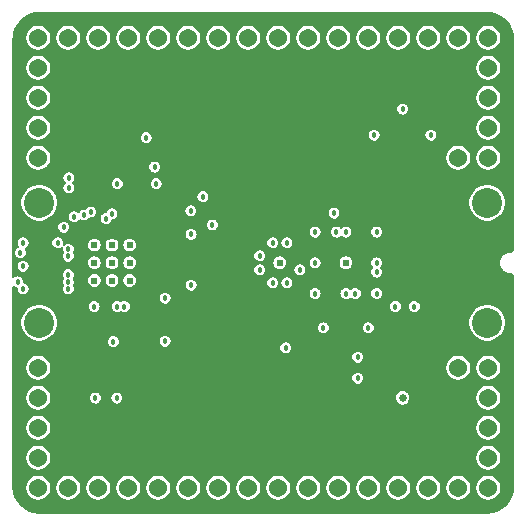
<source format=gbr>
%TF.GenerationSoftware,KiCad,Pcbnew,5.1.10-88a1d61d58~90~ubuntu20.04.1*%
%TF.CreationDate,2021-07-27T13:56:02-04:00*%
%TF.ProjectId,ta-comm-401,74612d63-6f6d-46d2-9d34-30312e6b6963,rev?*%
%TF.SameCoordinates,Original*%
%TF.FileFunction,Copper,L3,Inr*%
%TF.FilePolarity,Positive*%
%FSLAX46Y46*%
G04 Gerber Fmt 4.6, Leading zero omitted, Abs format (unit mm)*
G04 Created by KiCad (PCBNEW 5.1.10-88a1d61d58~90~ubuntu20.04.1) date 2021-07-27 13:56:02*
%MOMM*%
%LPD*%
G01*
G04 APERTURE LIST*
%TA.AperFunction,ComponentPad*%
%ADD10C,1.540000*%
%TD*%
%TA.AperFunction,ComponentPad*%
%ADD11C,2.540000*%
%TD*%
%TA.AperFunction,ComponentPad*%
%ADD12C,0.609600*%
%TD*%
%TA.AperFunction,ComponentPad*%
%ADD13C,0.675600*%
%TD*%
%TA.AperFunction,ViaPad*%
%ADD14C,0.457200*%
%TD*%
%TA.AperFunction,Conductor*%
%ADD15C,0.127000*%
%TD*%
%TA.AperFunction,Conductor*%
%ADD16C,0.100000*%
%TD*%
G04 APERTURE END LIST*
D10*
%TO.N,Net-(J6-Pad5)*%
%TO.C,J6*%
X174050000Y-124510000D03*
%TO.N,Net-(J6-Pad4)*%
X174050000Y-121970000D03*
%TO.N,GND*%
X174050000Y-119430000D03*
%TO.N,Net-(J6-Pad2)*%
X174050000Y-116890000D03*
%TO.N,Net-(J6-Pad1)*%
X171510000Y-116890000D03*
%TD*%
D11*
%TO.N,GND*%
%TO.C,J7*%
X173960000Y-113080000D03*
X136040000Y-113080000D03*
X173960000Y-102920000D03*
X136040000Y-102920000D03*
%TD*%
D10*
%TO.N,Net-(J5-Pad5)*%
%TO.C,J5*%
X174050000Y-91490000D03*
%TO.N,Net-(J5-Pad4)*%
X174050000Y-94030000D03*
%TO.N,Net-(J5-Pad3)*%
X174050000Y-96570000D03*
%TO.N,Net-(J5-Pad2)*%
X174050000Y-99110000D03*
%TO.N,Net-(J5-Pad1)*%
X171510000Y-99110000D03*
%TD*%
D12*
%TO.N,GND*%
%TO.C,IC1*%
X143700000Y-109500000D03*
X142200000Y-109500000D03*
X140700000Y-109500000D03*
X143700000Y-108000000D03*
X142200000Y-108000000D03*
X140700000Y-108000000D03*
X143700000Y-106500000D03*
X142200000Y-106500000D03*
X140700000Y-106500000D03*
%TD*%
%TO.N,GND*%
%TO.C,IC2*%
X156400000Y-108000000D03*
%TD*%
%TO.N,GND*%
%TO.C,IC3*%
X162000000Y-108000000D03*
%TD*%
D10*
%TO.N,/TX0*%
%TO.C,J1*%
X174050000Y-88950000D03*
%TO.N,/RX0*%
X171510000Y-88950000D03*
%TO.N,/CTS0*%
X168970000Y-88950000D03*
%TO.N,/RTS0*%
X166430000Y-88950000D03*
%TO.N,Net-(J1-Pad12)*%
X163890000Y-88950000D03*
%TO.N,Net-(J1-Pad11)*%
X161350000Y-88950000D03*
%TO.N,Net-(J1-Pad10)*%
X158810000Y-88950000D03*
%TO.N,Net-(J1-Pad9)*%
X156270000Y-88950000D03*
%TO.N,Net-(J1-Pad8)*%
X153730000Y-88950000D03*
%TO.N,Net-(J1-Pad7)*%
X151190000Y-88950000D03*
%TO.N,Net-(J1-Pad6)*%
X148650000Y-88950000D03*
%TO.N,Net-(J1-Pad5)*%
X146110000Y-88950000D03*
%TO.N,Net-(J1-Pad4)*%
X143570000Y-88950000D03*
%TO.N,GND*%
X141030000Y-88950000D03*
%TO.N,Net-(J1-Pad2)*%
X138490000Y-88950000D03*
%TO.N,Net-(J1-Pad1)*%
X135950000Y-88950000D03*
%TD*%
%TO.N,/TX1*%
%TO.C,J2*%
X174050000Y-127050000D03*
%TO.N,/RX1*%
X171510000Y-127050000D03*
%TO.N,/CTS1*%
X168970000Y-127050000D03*
%TO.N,/RTS1*%
X166430000Y-127050000D03*
%TO.N,Net-(J2-Pad12)*%
X163890000Y-127050000D03*
%TO.N,Net-(J2-Pad11)*%
X161350000Y-127050000D03*
%TO.N,Net-(J2-Pad10)*%
X158810000Y-127050000D03*
%TO.N,Net-(J2-Pad9)*%
X156270000Y-127050000D03*
%TO.N,Net-(J2-Pad8)*%
X153730000Y-127050000D03*
%TO.N,/NRST*%
X151190000Y-127050000D03*
%TO.N,Net-(J2-Pad6)*%
X148650000Y-127050000D03*
%TO.N,Net-(J2-Pad5)*%
X146110000Y-127050000D03*
%TO.N,Net-(J2-Pad4)*%
X143570000Y-127050000D03*
%TO.N,Net-(J2-Pad3)*%
X141030000Y-127050000D03*
%TO.N,Net-(J2-Pad2)*%
X138490000Y-127050000D03*
%TO.N,Net-(J2-Pad1)*%
X135950000Y-127050000D03*
%TD*%
%TO.N,VDD*%
%TO.C,J3*%
X135950000Y-99110000D03*
%TO.N,GND*%
X135950000Y-96570000D03*
%TO.N,/PDIO*%
X135950000Y-94030000D03*
%TO.N,/PCLK*%
X135950000Y-91490000D03*
%TD*%
%TO.N,Net-(J4-Pad4)*%
%TO.C,J4*%
X135950000Y-116890000D03*
%TO.N,GND*%
X135950000Y-119430000D03*
%TO.N,Net-(J4-Pad2)*%
X135950000Y-121970000D03*
%TO.N,Net-(J4-Pad1)*%
X135950000Y-124510000D03*
%TD*%
D13*
%TO.N,Net-(C26-Pad1)*%
%TO.C,J9*%
X166800000Y-119430000D03*
%TD*%
D14*
%TO.N,GND*%
X163000000Y-116000000D03*
X163000000Y-117780000D03*
X164400000Y-97200000D03*
X166800000Y-95000000D03*
X169200000Y-97200000D03*
X166200000Y-111700000D03*
X167800000Y-111700000D03*
X134680000Y-106300000D03*
X134680000Y-110200000D03*
X138550000Y-101650000D03*
X138550000Y-100800000D03*
X145800000Y-99900000D03*
X142650000Y-101300000D03*
X145950000Y-101300000D03*
X149900000Y-102400000D03*
X148870000Y-103600000D03*
X148900000Y-105600000D03*
X148900000Y-109900000D03*
X146700000Y-114650000D03*
X142320000Y-114670000D03*
X140800000Y-119450000D03*
X142600000Y-119450000D03*
X156900000Y-115200000D03*
X150700000Y-104800000D03*
X146700000Y-111000000D03*
X154700000Y-107400000D03*
X154700000Y-108600000D03*
X155800000Y-106300000D03*
X157000000Y-106300000D03*
X155800000Y-109700000D03*
X157000000Y-109700000D03*
X159400000Y-105400000D03*
X164600000Y-105400000D03*
X159400000Y-110600000D03*
X164600000Y-110600000D03*
X159400000Y-108000000D03*
X164600000Y-108000000D03*
X164600000Y-108800000D03*
X162000000Y-110600000D03*
X162800000Y-110600000D03*
X160100000Y-113500000D03*
X163900000Y-113500000D03*
X161000000Y-103800000D03*
%TO.N,/VDD_FILT*%
X137600000Y-108300000D03*
X136840000Y-108900000D03*
X140900000Y-95500000D03*
X143500000Y-95500000D03*
X145950000Y-102700000D03*
X147530000Y-103600000D03*
X147500000Y-105600000D03*
X147500000Y-109900000D03*
X142320000Y-113330000D03*
X156900000Y-116600000D03*
X158100000Y-107400000D03*
X163900000Y-112100000D03*
X163800000Y-103800000D03*
%TO.N,/RTS0*%
X139000000Y-104100000D03*
%TO.N,/RX0*%
X139850000Y-103950000D03*
%TO.N,/TX0*%
X140400000Y-103700000D03*
%TO.N,/TX_MODE*%
X161200000Y-105400000D03*
X141700000Y-104250000D03*
%TO.N,/RX_MODE*%
X142200000Y-103850000D03*
X158100000Y-108600000D03*
%TO.N,/PCLK*%
X143250000Y-111700000D03*
%TO.N,/PDIO*%
X142650000Y-111700000D03*
%TO.N,/RX1*%
X140700000Y-111700000D03*
%TO.N,/TX1*%
X138500000Y-110200000D03*
%TO.N,/RTS1*%
X138500000Y-109600000D03*
%TO.N,/CTS1*%
X138500000Y-109000000D03*
%TO.N,/RF_EN*%
X162000000Y-105400000D03*
X134680000Y-108300000D03*
X138500000Y-107450000D03*
%TO.N,/RF_BYP*%
X137600000Y-106300000D03*
X138500000Y-106850000D03*
%TO.N,/CTS0*%
X138100000Y-105000000D03*
%TO.N,/NRST*%
X134450000Y-107150000D03*
X134200000Y-109600000D03*
X145100000Y-97400000D03*
%TD*%
D15*
%TO.N,/VDD_FILT*%
X174386509Y-86885962D02*
X174796775Y-87009828D01*
X175175169Y-87211023D01*
X175507279Y-87481886D01*
X175780447Y-87812090D01*
X175984279Y-88189069D01*
X176111007Y-88598462D01*
X176157500Y-89040810D01*
X176157501Y-106783243D01*
X176150985Y-106849695D01*
X176136552Y-106897501D01*
X176113110Y-106941589D01*
X176081548Y-106980287D01*
X176043074Y-107012115D01*
X175999150Y-107035865D01*
X175951448Y-107050631D01*
X175869997Y-107059192D01*
X175858201Y-107059192D01*
X175853445Y-107059692D01*
X175737075Y-107072745D01*
X175706738Y-107079194D01*
X175676258Y-107085229D01*
X175671696Y-107086642D01*
X175671692Y-107086643D01*
X175671689Y-107086644D01*
X175671690Y-107086644D01*
X175560071Y-107122052D01*
X175531571Y-107134267D01*
X175502841Y-107146109D01*
X175498634Y-107148384D01*
X175396020Y-107204797D01*
X175370475Y-107222288D01*
X175344551Y-107239512D01*
X175340866Y-107242561D01*
X175251162Y-107317831D01*
X175229461Y-107339992D01*
X175207415Y-107361884D01*
X175204393Y-107365590D01*
X175131018Y-107456850D01*
X175114052Y-107482777D01*
X175096660Y-107508562D01*
X175094415Y-107512785D01*
X175040164Y-107616559D01*
X175028544Y-107645320D01*
X175016507Y-107673956D01*
X175015125Y-107678534D01*
X174982063Y-107790869D01*
X174976251Y-107821335D01*
X174970004Y-107851770D01*
X174969538Y-107856529D01*
X174958925Y-107973148D01*
X174959141Y-108004150D01*
X174958924Y-108035230D01*
X174959391Y-108039989D01*
X174971631Y-108156447D01*
X174977870Y-108186843D01*
X174983690Y-108217349D01*
X174985072Y-108221927D01*
X175019699Y-108333789D01*
X175031719Y-108362383D01*
X175043356Y-108391187D01*
X175045600Y-108395405D01*
X175045602Y-108395410D01*
X175045603Y-108395411D01*
X175101297Y-108498416D01*
X175118623Y-108524103D01*
X175135654Y-108550129D01*
X175138677Y-108553835D01*
X175213319Y-108644061D01*
X175235327Y-108665915D01*
X175257063Y-108688112D01*
X175260748Y-108691160D01*
X175351494Y-108765171D01*
X175377330Y-108782336D01*
X175402964Y-108799888D01*
X175407171Y-108802163D01*
X175510564Y-108857138D01*
X175539260Y-108868965D01*
X175567797Y-108881196D01*
X175572365Y-108882610D01*
X175684467Y-108916455D01*
X175714864Y-108922474D01*
X175745281Y-108928939D01*
X175750037Y-108929438D01*
X175866578Y-108940865D01*
X175949696Y-108949015D01*
X175997497Y-108963447D01*
X176041590Y-108986891D01*
X176080287Y-109018452D01*
X176112117Y-109056928D01*
X176135865Y-109100848D01*
X176150631Y-109148552D01*
X176157500Y-109213904D01*
X176157501Y-126943243D01*
X176114038Y-127386508D01*
X175990172Y-127796775D01*
X175788974Y-128175173D01*
X175518117Y-128507276D01*
X175187910Y-128780447D01*
X174810929Y-128984280D01*
X174401539Y-129111007D01*
X173959190Y-129157500D01*
X136056747Y-129157500D01*
X135613492Y-129114038D01*
X135203225Y-128990172D01*
X134824827Y-128788974D01*
X134492724Y-128518117D01*
X134219553Y-128187910D01*
X134015720Y-127810929D01*
X133888993Y-127401539D01*
X133842500Y-126959190D01*
X133842500Y-126942891D01*
X134862500Y-126942891D01*
X134862500Y-127157109D01*
X134904292Y-127367212D01*
X134986270Y-127565124D01*
X135105284Y-127743241D01*
X135256759Y-127894716D01*
X135434876Y-128013730D01*
X135632788Y-128095708D01*
X135842891Y-128137500D01*
X136057109Y-128137500D01*
X136267212Y-128095708D01*
X136465124Y-128013730D01*
X136643241Y-127894716D01*
X136794716Y-127743241D01*
X136913730Y-127565124D01*
X136995708Y-127367212D01*
X137037500Y-127157109D01*
X137037500Y-126942891D01*
X137402500Y-126942891D01*
X137402500Y-127157109D01*
X137444292Y-127367212D01*
X137526270Y-127565124D01*
X137645284Y-127743241D01*
X137796759Y-127894716D01*
X137974876Y-128013730D01*
X138172788Y-128095708D01*
X138382891Y-128137500D01*
X138597109Y-128137500D01*
X138807212Y-128095708D01*
X139005124Y-128013730D01*
X139183241Y-127894716D01*
X139334716Y-127743241D01*
X139453730Y-127565124D01*
X139535708Y-127367212D01*
X139577500Y-127157109D01*
X139577500Y-126942891D01*
X139942500Y-126942891D01*
X139942500Y-127157109D01*
X139984292Y-127367212D01*
X140066270Y-127565124D01*
X140185284Y-127743241D01*
X140336759Y-127894716D01*
X140514876Y-128013730D01*
X140712788Y-128095708D01*
X140922891Y-128137500D01*
X141137109Y-128137500D01*
X141347212Y-128095708D01*
X141545124Y-128013730D01*
X141723241Y-127894716D01*
X141874716Y-127743241D01*
X141993730Y-127565124D01*
X142075708Y-127367212D01*
X142117500Y-127157109D01*
X142117500Y-126942891D01*
X142482500Y-126942891D01*
X142482500Y-127157109D01*
X142524292Y-127367212D01*
X142606270Y-127565124D01*
X142725284Y-127743241D01*
X142876759Y-127894716D01*
X143054876Y-128013730D01*
X143252788Y-128095708D01*
X143462891Y-128137500D01*
X143677109Y-128137500D01*
X143887212Y-128095708D01*
X144085124Y-128013730D01*
X144263241Y-127894716D01*
X144414716Y-127743241D01*
X144533730Y-127565124D01*
X144615708Y-127367212D01*
X144657500Y-127157109D01*
X144657500Y-126942891D01*
X145022500Y-126942891D01*
X145022500Y-127157109D01*
X145064292Y-127367212D01*
X145146270Y-127565124D01*
X145265284Y-127743241D01*
X145416759Y-127894716D01*
X145594876Y-128013730D01*
X145792788Y-128095708D01*
X146002891Y-128137500D01*
X146217109Y-128137500D01*
X146427212Y-128095708D01*
X146625124Y-128013730D01*
X146803241Y-127894716D01*
X146954716Y-127743241D01*
X147073730Y-127565124D01*
X147155708Y-127367212D01*
X147197500Y-127157109D01*
X147197500Y-126942891D01*
X147562500Y-126942891D01*
X147562500Y-127157109D01*
X147604292Y-127367212D01*
X147686270Y-127565124D01*
X147805284Y-127743241D01*
X147956759Y-127894716D01*
X148134876Y-128013730D01*
X148332788Y-128095708D01*
X148542891Y-128137500D01*
X148757109Y-128137500D01*
X148967212Y-128095708D01*
X149165124Y-128013730D01*
X149343241Y-127894716D01*
X149494716Y-127743241D01*
X149613730Y-127565124D01*
X149695708Y-127367212D01*
X149737500Y-127157109D01*
X149737500Y-126942891D01*
X150102500Y-126942891D01*
X150102500Y-127157109D01*
X150144292Y-127367212D01*
X150226270Y-127565124D01*
X150345284Y-127743241D01*
X150496759Y-127894716D01*
X150674876Y-128013730D01*
X150872788Y-128095708D01*
X151082891Y-128137500D01*
X151297109Y-128137500D01*
X151507212Y-128095708D01*
X151705124Y-128013730D01*
X151883241Y-127894716D01*
X152034716Y-127743241D01*
X152153730Y-127565124D01*
X152235708Y-127367212D01*
X152277500Y-127157109D01*
X152277500Y-126942891D01*
X152642500Y-126942891D01*
X152642500Y-127157109D01*
X152684292Y-127367212D01*
X152766270Y-127565124D01*
X152885284Y-127743241D01*
X153036759Y-127894716D01*
X153214876Y-128013730D01*
X153412788Y-128095708D01*
X153622891Y-128137500D01*
X153837109Y-128137500D01*
X154047212Y-128095708D01*
X154245124Y-128013730D01*
X154423241Y-127894716D01*
X154574716Y-127743241D01*
X154693730Y-127565124D01*
X154775708Y-127367212D01*
X154817500Y-127157109D01*
X154817500Y-126942891D01*
X155182500Y-126942891D01*
X155182500Y-127157109D01*
X155224292Y-127367212D01*
X155306270Y-127565124D01*
X155425284Y-127743241D01*
X155576759Y-127894716D01*
X155754876Y-128013730D01*
X155952788Y-128095708D01*
X156162891Y-128137500D01*
X156377109Y-128137500D01*
X156587212Y-128095708D01*
X156785124Y-128013730D01*
X156963241Y-127894716D01*
X157114716Y-127743241D01*
X157233730Y-127565124D01*
X157315708Y-127367212D01*
X157357500Y-127157109D01*
X157357500Y-126942891D01*
X157722500Y-126942891D01*
X157722500Y-127157109D01*
X157764292Y-127367212D01*
X157846270Y-127565124D01*
X157965284Y-127743241D01*
X158116759Y-127894716D01*
X158294876Y-128013730D01*
X158492788Y-128095708D01*
X158702891Y-128137500D01*
X158917109Y-128137500D01*
X159127212Y-128095708D01*
X159325124Y-128013730D01*
X159503241Y-127894716D01*
X159654716Y-127743241D01*
X159773730Y-127565124D01*
X159855708Y-127367212D01*
X159897500Y-127157109D01*
X159897500Y-126942891D01*
X160262500Y-126942891D01*
X160262500Y-127157109D01*
X160304292Y-127367212D01*
X160386270Y-127565124D01*
X160505284Y-127743241D01*
X160656759Y-127894716D01*
X160834876Y-128013730D01*
X161032788Y-128095708D01*
X161242891Y-128137500D01*
X161457109Y-128137500D01*
X161667212Y-128095708D01*
X161865124Y-128013730D01*
X162043241Y-127894716D01*
X162194716Y-127743241D01*
X162313730Y-127565124D01*
X162395708Y-127367212D01*
X162437500Y-127157109D01*
X162437500Y-126942891D01*
X162802500Y-126942891D01*
X162802500Y-127157109D01*
X162844292Y-127367212D01*
X162926270Y-127565124D01*
X163045284Y-127743241D01*
X163196759Y-127894716D01*
X163374876Y-128013730D01*
X163572788Y-128095708D01*
X163782891Y-128137500D01*
X163997109Y-128137500D01*
X164207212Y-128095708D01*
X164405124Y-128013730D01*
X164583241Y-127894716D01*
X164734716Y-127743241D01*
X164853730Y-127565124D01*
X164935708Y-127367212D01*
X164977500Y-127157109D01*
X164977500Y-126942891D01*
X165342500Y-126942891D01*
X165342500Y-127157109D01*
X165384292Y-127367212D01*
X165466270Y-127565124D01*
X165585284Y-127743241D01*
X165736759Y-127894716D01*
X165914876Y-128013730D01*
X166112788Y-128095708D01*
X166322891Y-128137500D01*
X166537109Y-128137500D01*
X166747212Y-128095708D01*
X166945124Y-128013730D01*
X167123241Y-127894716D01*
X167274716Y-127743241D01*
X167393730Y-127565124D01*
X167475708Y-127367212D01*
X167517500Y-127157109D01*
X167517500Y-126942891D01*
X167882500Y-126942891D01*
X167882500Y-127157109D01*
X167924292Y-127367212D01*
X168006270Y-127565124D01*
X168125284Y-127743241D01*
X168276759Y-127894716D01*
X168454876Y-128013730D01*
X168652788Y-128095708D01*
X168862891Y-128137500D01*
X169077109Y-128137500D01*
X169287212Y-128095708D01*
X169485124Y-128013730D01*
X169663241Y-127894716D01*
X169814716Y-127743241D01*
X169933730Y-127565124D01*
X170015708Y-127367212D01*
X170057500Y-127157109D01*
X170057500Y-126942891D01*
X170422500Y-126942891D01*
X170422500Y-127157109D01*
X170464292Y-127367212D01*
X170546270Y-127565124D01*
X170665284Y-127743241D01*
X170816759Y-127894716D01*
X170994876Y-128013730D01*
X171192788Y-128095708D01*
X171402891Y-128137500D01*
X171617109Y-128137500D01*
X171827212Y-128095708D01*
X172025124Y-128013730D01*
X172203241Y-127894716D01*
X172354716Y-127743241D01*
X172473730Y-127565124D01*
X172555708Y-127367212D01*
X172597500Y-127157109D01*
X172597500Y-126942891D01*
X172962500Y-126942891D01*
X172962500Y-127157109D01*
X173004292Y-127367212D01*
X173086270Y-127565124D01*
X173205284Y-127743241D01*
X173356759Y-127894716D01*
X173534876Y-128013730D01*
X173732788Y-128095708D01*
X173942891Y-128137500D01*
X174157109Y-128137500D01*
X174367212Y-128095708D01*
X174565124Y-128013730D01*
X174743241Y-127894716D01*
X174894716Y-127743241D01*
X175013730Y-127565124D01*
X175095708Y-127367212D01*
X175137500Y-127157109D01*
X175137500Y-126942891D01*
X175095708Y-126732788D01*
X175013730Y-126534876D01*
X174894716Y-126356759D01*
X174743241Y-126205284D01*
X174565124Y-126086270D01*
X174367212Y-126004292D01*
X174157109Y-125962500D01*
X173942891Y-125962500D01*
X173732788Y-126004292D01*
X173534876Y-126086270D01*
X173356759Y-126205284D01*
X173205284Y-126356759D01*
X173086270Y-126534876D01*
X173004292Y-126732788D01*
X172962500Y-126942891D01*
X172597500Y-126942891D01*
X172555708Y-126732788D01*
X172473730Y-126534876D01*
X172354716Y-126356759D01*
X172203241Y-126205284D01*
X172025124Y-126086270D01*
X171827212Y-126004292D01*
X171617109Y-125962500D01*
X171402891Y-125962500D01*
X171192788Y-126004292D01*
X170994876Y-126086270D01*
X170816759Y-126205284D01*
X170665284Y-126356759D01*
X170546270Y-126534876D01*
X170464292Y-126732788D01*
X170422500Y-126942891D01*
X170057500Y-126942891D01*
X170015708Y-126732788D01*
X169933730Y-126534876D01*
X169814716Y-126356759D01*
X169663241Y-126205284D01*
X169485124Y-126086270D01*
X169287212Y-126004292D01*
X169077109Y-125962500D01*
X168862891Y-125962500D01*
X168652788Y-126004292D01*
X168454876Y-126086270D01*
X168276759Y-126205284D01*
X168125284Y-126356759D01*
X168006270Y-126534876D01*
X167924292Y-126732788D01*
X167882500Y-126942891D01*
X167517500Y-126942891D01*
X167475708Y-126732788D01*
X167393730Y-126534876D01*
X167274716Y-126356759D01*
X167123241Y-126205284D01*
X166945124Y-126086270D01*
X166747212Y-126004292D01*
X166537109Y-125962500D01*
X166322891Y-125962500D01*
X166112788Y-126004292D01*
X165914876Y-126086270D01*
X165736759Y-126205284D01*
X165585284Y-126356759D01*
X165466270Y-126534876D01*
X165384292Y-126732788D01*
X165342500Y-126942891D01*
X164977500Y-126942891D01*
X164935708Y-126732788D01*
X164853730Y-126534876D01*
X164734716Y-126356759D01*
X164583241Y-126205284D01*
X164405124Y-126086270D01*
X164207212Y-126004292D01*
X163997109Y-125962500D01*
X163782891Y-125962500D01*
X163572788Y-126004292D01*
X163374876Y-126086270D01*
X163196759Y-126205284D01*
X163045284Y-126356759D01*
X162926270Y-126534876D01*
X162844292Y-126732788D01*
X162802500Y-126942891D01*
X162437500Y-126942891D01*
X162395708Y-126732788D01*
X162313730Y-126534876D01*
X162194716Y-126356759D01*
X162043241Y-126205284D01*
X161865124Y-126086270D01*
X161667212Y-126004292D01*
X161457109Y-125962500D01*
X161242891Y-125962500D01*
X161032788Y-126004292D01*
X160834876Y-126086270D01*
X160656759Y-126205284D01*
X160505284Y-126356759D01*
X160386270Y-126534876D01*
X160304292Y-126732788D01*
X160262500Y-126942891D01*
X159897500Y-126942891D01*
X159855708Y-126732788D01*
X159773730Y-126534876D01*
X159654716Y-126356759D01*
X159503241Y-126205284D01*
X159325124Y-126086270D01*
X159127212Y-126004292D01*
X158917109Y-125962500D01*
X158702891Y-125962500D01*
X158492788Y-126004292D01*
X158294876Y-126086270D01*
X158116759Y-126205284D01*
X157965284Y-126356759D01*
X157846270Y-126534876D01*
X157764292Y-126732788D01*
X157722500Y-126942891D01*
X157357500Y-126942891D01*
X157315708Y-126732788D01*
X157233730Y-126534876D01*
X157114716Y-126356759D01*
X156963241Y-126205284D01*
X156785124Y-126086270D01*
X156587212Y-126004292D01*
X156377109Y-125962500D01*
X156162891Y-125962500D01*
X155952788Y-126004292D01*
X155754876Y-126086270D01*
X155576759Y-126205284D01*
X155425284Y-126356759D01*
X155306270Y-126534876D01*
X155224292Y-126732788D01*
X155182500Y-126942891D01*
X154817500Y-126942891D01*
X154775708Y-126732788D01*
X154693730Y-126534876D01*
X154574716Y-126356759D01*
X154423241Y-126205284D01*
X154245124Y-126086270D01*
X154047212Y-126004292D01*
X153837109Y-125962500D01*
X153622891Y-125962500D01*
X153412788Y-126004292D01*
X153214876Y-126086270D01*
X153036759Y-126205284D01*
X152885284Y-126356759D01*
X152766270Y-126534876D01*
X152684292Y-126732788D01*
X152642500Y-126942891D01*
X152277500Y-126942891D01*
X152235708Y-126732788D01*
X152153730Y-126534876D01*
X152034716Y-126356759D01*
X151883241Y-126205284D01*
X151705124Y-126086270D01*
X151507212Y-126004292D01*
X151297109Y-125962500D01*
X151082891Y-125962500D01*
X150872788Y-126004292D01*
X150674876Y-126086270D01*
X150496759Y-126205284D01*
X150345284Y-126356759D01*
X150226270Y-126534876D01*
X150144292Y-126732788D01*
X150102500Y-126942891D01*
X149737500Y-126942891D01*
X149695708Y-126732788D01*
X149613730Y-126534876D01*
X149494716Y-126356759D01*
X149343241Y-126205284D01*
X149165124Y-126086270D01*
X148967212Y-126004292D01*
X148757109Y-125962500D01*
X148542891Y-125962500D01*
X148332788Y-126004292D01*
X148134876Y-126086270D01*
X147956759Y-126205284D01*
X147805284Y-126356759D01*
X147686270Y-126534876D01*
X147604292Y-126732788D01*
X147562500Y-126942891D01*
X147197500Y-126942891D01*
X147155708Y-126732788D01*
X147073730Y-126534876D01*
X146954716Y-126356759D01*
X146803241Y-126205284D01*
X146625124Y-126086270D01*
X146427212Y-126004292D01*
X146217109Y-125962500D01*
X146002891Y-125962500D01*
X145792788Y-126004292D01*
X145594876Y-126086270D01*
X145416759Y-126205284D01*
X145265284Y-126356759D01*
X145146270Y-126534876D01*
X145064292Y-126732788D01*
X145022500Y-126942891D01*
X144657500Y-126942891D01*
X144615708Y-126732788D01*
X144533730Y-126534876D01*
X144414716Y-126356759D01*
X144263241Y-126205284D01*
X144085124Y-126086270D01*
X143887212Y-126004292D01*
X143677109Y-125962500D01*
X143462891Y-125962500D01*
X143252788Y-126004292D01*
X143054876Y-126086270D01*
X142876759Y-126205284D01*
X142725284Y-126356759D01*
X142606270Y-126534876D01*
X142524292Y-126732788D01*
X142482500Y-126942891D01*
X142117500Y-126942891D01*
X142075708Y-126732788D01*
X141993730Y-126534876D01*
X141874716Y-126356759D01*
X141723241Y-126205284D01*
X141545124Y-126086270D01*
X141347212Y-126004292D01*
X141137109Y-125962500D01*
X140922891Y-125962500D01*
X140712788Y-126004292D01*
X140514876Y-126086270D01*
X140336759Y-126205284D01*
X140185284Y-126356759D01*
X140066270Y-126534876D01*
X139984292Y-126732788D01*
X139942500Y-126942891D01*
X139577500Y-126942891D01*
X139535708Y-126732788D01*
X139453730Y-126534876D01*
X139334716Y-126356759D01*
X139183241Y-126205284D01*
X139005124Y-126086270D01*
X138807212Y-126004292D01*
X138597109Y-125962500D01*
X138382891Y-125962500D01*
X138172788Y-126004292D01*
X137974876Y-126086270D01*
X137796759Y-126205284D01*
X137645284Y-126356759D01*
X137526270Y-126534876D01*
X137444292Y-126732788D01*
X137402500Y-126942891D01*
X137037500Y-126942891D01*
X136995708Y-126732788D01*
X136913730Y-126534876D01*
X136794716Y-126356759D01*
X136643241Y-126205284D01*
X136465124Y-126086270D01*
X136267212Y-126004292D01*
X136057109Y-125962500D01*
X135842891Y-125962500D01*
X135632788Y-126004292D01*
X135434876Y-126086270D01*
X135256759Y-126205284D01*
X135105284Y-126356759D01*
X134986270Y-126534876D01*
X134904292Y-126732788D01*
X134862500Y-126942891D01*
X133842500Y-126942891D01*
X133842500Y-124402891D01*
X134862500Y-124402891D01*
X134862500Y-124617109D01*
X134904292Y-124827212D01*
X134986270Y-125025124D01*
X135105284Y-125203241D01*
X135256759Y-125354716D01*
X135434876Y-125473730D01*
X135632788Y-125555708D01*
X135842891Y-125597500D01*
X136057109Y-125597500D01*
X136267212Y-125555708D01*
X136465124Y-125473730D01*
X136643241Y-125354716D01*
X136794716Y-125203241D01*
X136913730Y-125025124D01*
X136995708Y-124827212D01*
X137037500Y-124617109D01*
X137037500Y-124402891D01*
X172962500Y-124402891D01*
X172962500Y-124617109D01*
X173004292Y-124827212D01*
X173086270Y-125025124D01*
X173205284Y-125203241D01*
X173356759Y-125354716D01*
X173534876Y-125473730D01*
X173732788Y-125555708D01*
X173942891Y-125597500D01*
X174157109Y-125597500D01*
X174367212Y-125555708D01*
X174565124Y-125473730D01*
X174743241Y-125354716D01*
X174894716Y-125203241D01*
X175013730Y-125025124D01*
X175095708Y-124827212D01*
X175137500Y-124617109D01*
X175137500Y-124402891D01*
X175095708Y-124192788D01*
X175013730Y-123994876D01*
X174894716Y-123816759D01*
X174743241Y-123665284D01*
X174565124Y-123546270D01*
X174367212Y-123464292D01*
X174157109Y-123422500D01*
X173942891Y-123422500D01*
X173732788Y-123464292D01*
X173534876Y-123546270D01*
X173356759Y-123665284D01*
X173205284Y-123816759D01*
X173086270Y-123994876D01*
X173004292Y-124192788D01*
X172962500Y-124402891D01*
X137037500Y-124402891D01*
X136995708Y-124192788D01*
X136913730Y-123994876D01*
X136794716Y-123816759D01*
X136643241Y-123665284D01*
X136465124Y-123546270D01*
X136267212Y-123464292D01*
X136057109Y-123422500D01*
X135842891Y-123422500D01*
X135632788Y-123464292D01*
X135434876Y-123546270D01*
X135256759Y-123665284D01*
X135105284Y-123816759D01*
X134986270Y-123994876D01*
X134904292Y-124192788D01*
X134862500Y-124402891D01*
X133842500Y-124402891D01*
X133842500Y-121862891D01*
X134862500Y-121862891D01*
X134862500Y-122077109D01*
X134904292Y-122287212D01*
X134986270Y-122485124D01*
X135105284Y-122663241D01*
X135256759Y-122814716D01*
X135434876Y-122933730D01*
X135632788Y-123015708D01*
X135842891Y-123057500D01*
X136057109Y-123057500D01*
X136267212Y-123015708D01*
X136465124Y-122933730D01*
X136643241Y-122814716D01*
X136794716Y-122663241D01*
X136913730Y-122485124D01*
X136995708Y-122287212D01*
X137037500Y-122077109D01*
X137037500Y-121862891D01*
X172962500Y-121862891D01*
X172962500Y-122077109D01*
X173004292Y-122287212D01*
X173086270Y-122485124D01*
X173205284Y-122663241D01*
X173356759Y-122814716D01*
X173534876Y-122933730D01*
X173732788Y-123015708D01*
X173942891Y-123057500D01*
X174157109Y-123057500D01*
X174367212Y-123015708D01*
X174565124Y-122933730D01*
X174743241Y-122814716D01*
X174894716Y-122663241D01*
X175013730Y-122485124D01*
X175095708Y-122287212D01*
X175137500Y-122077109D01*
X175137500Y-121862891D01*
X175095708Y-121652788D01*
X175013730Y-121454876D01*
X174894716Y-121276759D01*
X174743241Y-121125284D01*
X174565124Y-121006270D01*
X174367212Y-120924292D01*
X174157109Y-120882500D01*
X173942891Y-120882500D01*
X173732788Y-120924292D01*
X173534876Y-121006270D01*
X173356759Y-121125284D01*
X173205284Y-121276759D01*
X173086270Y-121454876D01*
X173004292Y-121652788D01*
X172962500Y-121862891D01*
X137037500Y-121862891D01*
X136995708Y-121652788D01*
X136913730Y-121454876D01*
X136794716Y-121276759D01*
X136643241Y-121125284D01*
X136465124Y-121006270D01*
X136267212Y-120924292D01*
X136057109Y-120882500D01*
X135842891Y-120882500D01*
X135632788Y-120924292D01*
X135434876Y-121006270D01*
X135256759Y-121125284D01*
X135105284Y-121276759D01*
X134986270Y-121454876D01*
X134904292Y-121652788D01*
X134862500Y-121862891D01*
X133842500Y-121862891D01*
X133842500Y-119322891D01*
X134862500Y-119322891D01*
X134862500Y-119537109D01*
X134904292Y-119747212D01*
X134986270Y-119945124D01*
X135105284Y-120123241D01*
X135256759Y-120274716D01*
X135434876Y-120393730D01*
X135632788Y-120475708D01*
X135842891Y-120517500D01*
X136057109Y-120517500D01*
X136267212Y-120475708D01*
X136465124Y-120393730D01*
X136643241Y-120274716D01*
X136794716Y-120123241D01*
X136913730Y-119945124D01*
X136995708Y-119747212D01*
X137037500Y-119537109D01*
X137037500Y-119396214D01*
X140253900Y-119396214D01*
X140253900Y-119503786D01*
X140274887Y-119609291D01*
X140316053Y-119708675D01*
X140375817Y-119798118D01*
X140451882Y-119874183D01*
X140541325Y-119933947D01*
X140640709Y-119975113D01*
X140746214Y-119996100D01*
X140853786Y-119996100D01*
X140959291Y-119975113D01*
X141058675Y-119933947D01*
X141148118Y-119874183D01*
X141224183Y-119798118D01*
X141283947Y-119708675D01*
X141325113Y-119609291D01*
X141346100Y-119503786D01*
X141346100Y-119396214D01*
X142053900Y-119396214D01*
X142053900Y-119503786D01*
X142074887Y-119609291D01*
X142116053Y-119708675D01*
X142175817Y-119798118D01*
X142251882Y-119874183D01*
X142341325Y-119933947D01*
X142440709Y-119975113D01*
X142546214Y-119996100D01*
X142653786Y-119996100D01*
X142759291Y-119975113D01*
X142858675Y-119933947D01*
X142948118Y-119874183D01*
X143024183Y-119798118D01*
X143083947Y-119708675D01*
X143125113Y-119609291D01*
X143146100Y-119503786D01*
X143146100Y-119396214D01*
X143139983Y-119365459D01*
X166144700Y-119365459D01*
X166144700Y-119494541D01*
X166169883Y-119621144D01*
X166219280Y-119740401D01*
X166290995Y-119847730D01*
X166382270Y-119939005D01*
X166489599Y-120010720D01*
X166608856Y-120060117D01*
X166735459Y-120085300D01*
X166864541Y-120085300D01*
X166991144Y-120060117D01*
X167110401Y-120010720D01*
X167217730Y-119939005D01*
X167309005Y-119847730D01*
X167380720Y-119740401D01*
X167430117Y-119621144D01*
X167455300Y-119494541D01*
X167455300Y-119365459D01*
X167446833Y-119322891D01*
X172962500Y-119322891D01*
X172962500Y-119537109D01*
X173004292Y-119747212D01*
X173086270Y-119945124D01*
X173205284Y-120123241D01*
X173356759Y-120274716D01*
X173534876Y-120393730D01*
X173732788Y-120475708D01*
X173942891Y-120517500D01*
X174157109Y-120517500D01*
X174367212Y-120475708D01*
X174565124Y-120393730D01*
X174743241Y-120274716D01*
X174894716Y-120123241D01*
X175013730Y-119945124D01*
X175095708Y-119747212D01*
X175137500Y-119537109D01*
X175137500Y-119322891D01*
X175095708Y-119112788D01*
X175013730Y-118914876D01*
X174894716Y-118736759D01*
X174743241Y-118585284D01*
X174565124Y-118466270D01*
X174367212Y-118384292D01*
X174157109Y-118342500D01*
X173942891Y-118342500D01*
X173732788Y-118384292D01*
X173534876Y-118466270D01*
X173356759Y-118585284D01*
X173205284Y-118736759D01*
X173086270Y-118914876D01*
X173004292Y-119112788D01*
X172962500Y-119322891D01*
X167446833Y-119322891D01*
X167430117Y-119238856D01*
X167380720Y-119119599D01*
X167309005Y-119012270D01*
X167217730Y-118920995D01*
X167110401Y-118849280D01*
X166991144Y-118799883D01*
X166864541Y-118774700D01*
X166735459Y-118774700D01*
X166608856Y-118799883D01*
X166489599Y-118849280D01*
X166382270Y-118920995D01*
X166290995Y-119012270D01*
X166219280Y-119119599D01*
X166169883Y-119238856D01*
X166144700Y-119365459D01*
X143139983Y-119365459D01*
X143125113Y-119290709D01*
X143083947Y-119191325D01*
X143024183Y-119101882D01*
X142948118Y-119025817D01*
X142858675Y-118966053D01*
X142759291Y-118924887D01*
X142653786Y-118903900D01*
X142546214Y-118903900D01*
X142440709Y-118924887D01*
X142341325Y-118966053D01*
X142251882Y-119025817D01*
X142175817Y-119101882D01*
X142116053Y-119191325D01*
X142074887Y-119290709D01*
X142053900Y-119396214D01*
X141346100Y-119396214D01*
X141325113Y-119290709D01*
X141283947Y-119191325D01*
X141224183Y-119101882D01*
X141148118Y-119025817D01*
X141058675Y-118966053D01*
X140959291Y-118924887D01*
X140853786Y-118903900D01*
X140746214Y-118903900D01*
X140640709Y-118924887D01*
X140541325Y-118966053D01*
X140451882Y-119025817D01*
X140375817Y-119101882D01*
X140316053Y-119191325D01*
X140274887Y-119290709D01*
X140253900Y-119396214D01*
X137037500Y-119396214D01*
X137037500Y-119322891D01*
X136995708Y-119112788D01*
X136913730Y-118914876D01*
X136794716Y-118736759D01*
X136643241Y-118585284D01*
X136465124Y-118466270D01*
X136267212Y-118384292D01*
X136057109Y-118342500D01*
X135842891Y-118342500D01*
X135632788Y-118384292D01*
X135434876Y-118466270D01*
X135256759Y-118585284D01*
X135105284Y-118736759D01*
X134986270Y-118914876D01*
X134904292Y-119112788D01*
X134862500Y-119322891D01*
X133842500Y-119322891D01*
X133842500Y-116782891D01*
X134862500Y-116782891D01*
X134862500Y-116997109D01*
X134904292Y-117207212D01*
X134986270Y-117405124D01*
X135105284Y-117583241D01*
X135256759Y-117734716D01*
X135434876Y-117853730D01*
X135632788Y-117935708D01*
X135842891Y-117977500D01*
X136057109Y-117977500D01*
X136267212Y-117935708D01*
X136465124Y-117853730D01*
X136643241Y-117734716D01*
X136651743Y-117726214D01*
X162453900Y-117726214D01*
X162453900Y-117833786D01*
X162474887Y-117939291D01*
X162516053Y-118038675D01*
X162575817Y-118128118D01*
X162651882Y-118204183D01*
X162741325Y-118263947D01*
X162840709Y-118305113D01*
X162946214Y-118326100D01*
X163053786Y-118326100D01*
X163159291Y-118305113D01*
X163258675Y-118263947D01*
X163348118Y-118204183D01*
X163424183Y-118128118D01*
X163483947Y-118038675D01*
X163525113Y-117939291D01*
X163546100Y-117833786D01*
X163546100Y-117726214D01*
X163525113Y-117620709D01*
X163483947Y-117521325D01*
X163424183Y-117431882D01*
X163348118Y-117355817D01*
X163258675Y-117296053D01*
X163159291Y-117254887D01*
X163053786Y-117233900D01*
X162946214Y-117233900D01*
X162840709Y-117254887D01*
X162741325Y-117296053D01*
X162651882Y-117355817D01*
X162575817Y-117431882D01*
X162516053Y-117521325D01*
X162474887Y-117620709D01*
X162453900Y-117726214D01*
X136651743Y-117726214D01*
X136794716Y-117583241D01*
X136913730Y-117405124D01*
X136995708Y-117207212D01*
X137037500Y-116997109D01*
X137037500Y-116782891D01*
X170422500Y-116782891D01*
X170422500Y-116997109D01*
X170464292Y-117207212D01*
X170546270Y-117405124D01*
X170665284Y-117583241D01*
X170816759Y-117734716D01*
X170994876Y-117853730D01*
X171192788Y-117935708D01*
X171402891Y-117977500D01*
X171617109Y-117977500D01*
X171827212Y-117935708D01*
X172025124Y-117853730D01*
X172203241Y-117734716D01*
X172354716Y-117583241D01*
X172473730Y-117405124D01*
X172555708Y-117207212D01*
X172597500Y-116997109D01*
X172597500Y-116782891D01*
X172962500Y-116782891D01*
X172962500Y-116997109D01*
X173004292Y-117207212D01*
X173086270Y-117405124D01*
X173205284Y-117583241D01*
X173356759Y-117734716D01*
X173534876Y-117853730D01*
X173732788Y-117935708D01*
X173942891Y-117977500D01*
X174157109Y-117977500D01*
X174367212Y-117935708D01*
X174565124Y-117853730D01*
X174743241Y-117734716D01*
X174894716Y-117583241D01*
X175013730Y-117405124D01*
X175095708Y-117207212D01*
X175137500Y-116997109D01*
X175137500Y-116782891D01*
X175095708Y-116572788D01*
X175013730Y-116374876D01*
X174894716Y-116196759D01*
X174743241Y-116045284D01*
X174565124Y-115926270D01*
X174367212Y-115844292D01*
X174157109Y-115802500D01*
X173942891Y-115802500D01*
X173732788Y-115844292D01*
X173534876Y-115926270D01*
X173356759Y-116045284D01*
X173205284Y-116196759D01*
X173086270Y-116374876D01*
X173004292Y-116572788D01*
X172962500Y-116782891D01*
X172597500Y-116782891D01*
X172555708Y-116572788D01*
X172473730Y-116374876D01*
X172354716Y-116196759D01*
X172203241Y-116045284D01*
X172025124Y-115926270D01*
X171827212Y-115844292D01*
X171617109Y-115802500D01*
X171402891Y-115802500D01*
X171192788Y-115844292D01*
X170994876Y-115926270D01*
X170816759Y-116045284D01*
X170665284Y-116196759D01*
X170546270Y-116374876D01*
X170464292Y-116572788D01*
X170422500Y-116782891D01*
X137037500Y-116782891D01*
X136995708Y-116572788D01*
X136913730Y-116374876D01*
X136794716Y-116196759D01*
X136643241Y-116045284D01*
X136494973Y-115946214D01*
X162453900Y-115946214D01*
X162453900Y-116053786D01*
X162474887Y-116159291D01*
X162516053Y-116258675D01*
X162575817Y-116348118D01*
X162651882Y-116424183D01*
X162741325Y-116483947D01*
X162840709Y-116525113D01*
X162946214Y-116546100D01*
X163053786Y-116546100D01*
X163159291Y-116525113D01*
X163258675Y-116483947D01*
X163348118Y-116424183D01*
X163424183Y-116348118D01*
X163483947Y-116258675D01*
X163525113Y-116159291D01*
X163546100Y-116053786D01*
X163546100Y-115946214D01*
X163525113Y-115840709D01*
X163483947Y-115741325D01*
X163424183Y-115651882D01*
X163348118Y-115575817D01*
X163258675Y-115516053D01*
X163159291Y-115474887D01*
X163053786Y-115453900D01*
X162946214Y-115453900D01*
X162840709Y-115474887D01*
X162741325Y-115516053D01*
X162651882Y-115575817D01*
X162575817Y-115651882D01*
X162516053Y-115741325D01*
X162474887Y-115840709D01*
X162453900Y-115946214D01*
X136494973Y-115946214D01*
X136465124Y-115926270D01*
X136267212Y-115844292D01*
X136057109Y-115802500D01*
X135842891Y-115802500D01*
X135632788Y-115844292D01*
X135434876Y-115926270D01*
X135256759Y-116045284D01*
X135105284Y-116196759D01*
X134986270Y-116374876D01*
X134904292Y-116572788D01*
X134862500Y-116782891D01*
X133842500Y-116782891D01*
X133842500Y-112923645D01*
X134452500Y-112923645D01*
X134452500Y-113236355D01*
X134513507Y-113543057D01*
X134633176Y-113831963D01*
X134806908Y-114091972D01*
X135028028Y-114313092D01*
X135288037Y-114486824D01*
X135576943Y-114606493D01*
X135883645Y-114667500D01*
X136196355Y-114667500D01*
X136454186Y-114616214D01*
X141773900Y-114616214D01*
X141773900Y-114723786D01*
X141794887Y-114829291D01*
X141836053Y-114928675D01*
X141895817Y-115018118D01*
X141971882Y-115094183D01*
X142061325Y-115153947D01*
X142160709Y-115195113D01*
X142266214Y-115216100D01*
X142373786Y-115216100D01*
X142479291Y-115195113D01*
X142578675Y-115153947D01*
X142668118Y-115094183D01*
X142744183Y-115018118D01*
X142803947Y-114928675D01*
X142845113Y-114829291D01*
X142866100Y-114723786D01*
X142866100Y-114616214D01*
X142862122Y-114596214D01*
X146153900Y-114596214D01*
X146153900Y-114703786D01*
X146174887Y-114809291D01*
X146216053Y-114908675D01*
X146275817Y-114998118D01*
X146351882Y-115074183D01*
X146441325Y-115133947D01*
X146540709Y-115175113D01*
X146646214Y-115196100D01*
X146753786Y-115196100D01*
X146859291Y-115175113D01*
X146929059Y-115146214D01*
X156353900Y-115146214D01*
X156353900Y-115253786D01*
X156374887Y-115359291D01*
X156416053Y-115458675D01*
X156475817Y-115548118D01*
X156551882Y-115624183D01*
X156641325Y-115683947D01*
X156740709Y-115725113D01*
X156846214Y-115746100D01*
X156953786Y-115746100D01*
X157059291Y-115725113D01*
X157158675Y-115683947D01*
X157248118Y-115624183D01*
X157324183Y-115548118D01*
X157383947Y-115458675D01*
X157425113Y-115359291D01*
X157446100Y-115253786D01*
X157446100Y-115146214D01*
X157425113Y-115040709D01*
X157383947Y-114941325D01*
X157324183Y-114851882D01*
X157248118Y-114775817D01*
X157158675Y-114716053D01*
X157059291Y-114674887D01*
X156953786Y-114653900D01*
X156846214Y-114653900D01*
X156740709Y-114674887D01*
X156641325Y-114716053D01*
X156551882Y-114775817D01*
X156475817Y-114851882D01*
X156416053Y-114941325D01*
X156374887Y-115040709D01*
X156353900Y-115146214D01*
X146929059Y-115146214D01*
X146958675Y-115133947D01*
X147048118Y-115074183D01*
X147124183Y-114998118D01*
X147183947Y-114908675D01*
X147225113Y-114809291D01*
X147246100Y-114703786D01*
X147246100Y-114596214D01*
X147225113Y-114490709D01*
X147183947Y-114391325D01*
X147124183Y-114301882D01*
X147048118Y-114225817D01*
X146958675Y-114166053D01*
X146859291Y-114124887D01*
X146753786Y-114103900D01*
X146646214Y-114103900D01*
X146540709Y-114124887D01*
X146441325Y-114166053D01*
X146351882Y-114225817D01*
X146275817Y-114301882D01*
X146216053Y-114391325D01*
X146174887Y-114490709D01*
X146153900Y-114596214D01*
X142862122Y-114596214D01*
X142845113Y-114510709D01*
X142803947Y-114411325D01*
X142744183Y-114321882D01*
X142668118Y-114245817D01*
X142578675Y-114186053D01*
X142479291Y-114144887D01*
X142373786Y-114123900D01*
X142266214Y-114123900D01*
X142160709Y-114144887D01*
X142061325Y-114186053D01*
X141971882Y-114245817D01*
X141895817Y-114321882D01*
X141836053Y-114411325D01*
X141794887Y-114510709D01*
X141773900Y-114616214D01*
X136454186Y-114616214D01*
X136503057Y-114606493D01*
X136791963Y-114486824D01*
X137051972Y-114313092D01*
X137273092Y-114091972D01*
X137446824Y-113831963D01*
X137566493Y-113543057D01*
X137585756Y-113446214D01*
X159553900Y-113446214D01*
X159553900Y-113553786D01*
X159574887Y-113659291D01*
X159616053Y-113758675D01*
X159675817Y-113848118D01*
X159751882Y-113924183D01*
X159841325Y-113983947D01*
X159940709Y-114025113D01*
X160046214Y-114046100D01*
X160153786Y-114046100D01*
X160259291Y-114025113D01*
X160358675Y-113983947D01*
X160448118Y-113924183D01*
X160524183Y-113848118D01*
X160583947Y-113758675D01*
X160625113Y-113659291D01*
X160646100Y-113553786D01*
X160646100Y-113446214D01*
X163353900Y-113446214D01*
X163353900Y-113553786D01*
X163374887Y-113659291D01*
X163416053Y-113758675D01*
X163475817Y-113848118D01*
X163551882Y-113924183D01*
X163641325Y-113983947D01*
X163740709Y-114025113D01*
X163846214Y-114046100D01*
X163953786Y-114046100D01*
X164059291Y-114025113D01*
X164158675Y-113983947D01*
X164248118Y-113924183D01*
X164324183Y-113848118D01*
X164383947Y-113758675D01*
X164425113Y-113659291D01*
X164446100Y-113553786D01*
X164446100Y-113446214D01*
X164425113Y-113340709D01*
X164383947Y-113241325D01*
X164324183Y-113151882D01*
X164248118Y-113075817D01*
X164158675Y-113016053D01*
X164059291Y-112974887D01*
X163953786Y-112953900D01*
X163846214Y-112953900D01*
X163740709Y-112974887D01*
X163641325Y-113016053D01*
X163551882Y-113075817D01*
X163475817Y-113151882D01*
X163416053Y-113241325D01*
X163374887Y-113340709D01*
X163353900Y-113446214D01*
X160646100Y-113446214D01*
X160625113Y-113340709D01*
X160583947Y-113241325D01*
X160524183Y-113151882D01*
X160448118Y-113075817D01*
X160358675Y-113016053D01*
X160259291Y-112974887D01*
X160153786Y-112953900D01*
X160046214Y-112953900D01*
X159940709Y-112974887D01*
X159841325Y-113016053D01*
X159751882Y-113075817D01*
X159675817Y-113151882D01*
X159616053Y-113241325D01*
X159574887Y-113340709D01*
X159553900Y-113446214D01*
X137585756Y-113446214D01*
X137627500Y-113236355D01*
X137627500Y-112923645D01*
X172372500Y-112923645D01*
X172372500Y-113236355D01*
X172433507Y-113543057D01*
X172553176Y-113831963D01*
X172726908Y-114091972D01*
X172948028Y-114313092D01*
X173208037Y-114486824D01*
X173496943Y-114606493D01*
X173803645Y-114667500D01*
X174116355Y-114667500D01*
X174423057Y-114606493D01*
X174711963Y-114486824D01*
X174971972Y-114313092D01*
X175193092Y-114091972D01*
X175366824Y-113831963D01*
X175486493Y-113543057D01*
X175547500Y-113236355D01*
X175547500Y-112923645D01*
X175486493Y-112616943D01*
X175366824Y-112328037D01*
X175193092Y-112068028D01*
X174971972Y-111846908D01*
X174711963Y-111673176D01*
X174423057Y-111553507D01*
X174116355Y-111492500D01*
X173803645Y-111492500D01*
X173496943Y-111553507D01*
X173208037Y-111673176D01*
X172948028Y-111846908D01*
X172726908Y-112068028D01*
X172553176Y-112328037D01*
X172433507Y-112616943D01*
X172372500Y-112923645D01*
X137627500Y-112923645D01*
X137566493Y-112616943D01*
X137446824Y-112328037D01*
X137273092Y-112068028D01*
X137051972Y-111846908D01*
X136791963Y-111673176D01*
X136726872Y-111646214D01*
X140153900Y-111646214D01*
X140153900Y-111753786D01*
X140174887Y-111859291D01*
X140216053Y-111958675D01*
X140275817Y-112048118D01*
X140351882Y-112124183D01*
X140441325Y-112183947D01*
X140540709Y-112225113D01*
X140646214Y-112246100D01*
X140753786Y-112246100D01*
X140859291Y-112225113D01*
X140958675Y-112183947D01*
X141048118Y-112124183D01*
X141124183Y-112048118D01*
X141183947Y-111958675D01*
X141225113Y-111859291D01*
X141246100Y-111753786D01*
X141246100Y-111646214D01*
X142103900Y-111646214D01*
X142103900Y-111753786D01*
X142124887Y-111859291D01*
X142166053Y-111958675D01*
X142225817Y-112048118D01*
X142301882Y-112124183D01*
X142391325Y-112183947D01*
X142490709Y-112225113D01*
X142596214Y-112246100D01*
X142703786Y-112246100D01*
X142809291Y-112225113D01*
X142908675Y-112183947D01*
X142950000Y-112156334D01*
X142991325Y-112183947D01*
X143090709Y-112225113D01*
X143196214Y-112246100D01*
X143303786Y-112246100D01*
X143409291Y-112225113D01*
X143508675Y-112183947D01*
X143598118Y-112124183D01*
X143674183Y-112048118D01*
X143733947Y-111958675D01*
X143775113Y-111859291D01*
X143796100Y-111753786D01*
X143796100Y-111646214D01*
X165653900Y-111646214D01*
X165653900Y-111753786D01*
X165674887Y-111859291D01*
X165716053Y-111958675D01*
X165775817Y-112048118D01*
X165851882Y-112124183D01*
X165941325Y-112183947D01*
X166040709Y-112225113D01*
X166146214Y-112246100D01*
X166253786Y-112246100D01*
X166359291Y-112225113D01*
X166458675Y-112183947D01*
X166548118Y-112124183D01*
X166624183Y-112048118D01*
X166683947Y-111958675D01*
X166725113Y-111859291D01*
X166746100Y-111753786D01*
X166746100Y-111646214D01*
X167253900Y-111646214D01*
X167253900Y-111753786D01*
X167274887Y-111859291D01*
X167316053Y-111958675D01*
X167375817Y-112048118D01*
X167451882Y-112124183D01*
X167541325Y-112183947D01*
X167640709Y-112225113D01*
X167746214Y-112246100D01*
X167853786Y-112246100D01*
X167959291Y-112225113D01*
X168058675Y-112183947D01*
X168148118Y-112124183D01*
X168224183Y-112048118D01*
X168283947Y-111958675D01*
X168325113Y-111859291D01*
X168346100Y-111753786D01*
X168346100Y-111646214D01*
X168325113Y-111540709D01*
X168283947Y-111441325D01*
X168224183Y-111351882D01*
X168148118Y-111275817D01*
X168058675Y-111216053D01*
X167959291Y-111174887D01*
X167853786Y-111153900D01*
X167746214Y-111153900D01*
X167640709Y-111174887D01*
X167541325Y-111216053D01*
X167451882Y-111275817D01*
X167375817Y-111351882D01*
X167316053Y-111441325D01*
X167274887Y-111540709D01*
X167253900Y-111646214D01*
X166746100Y-111646214D01*
X166725113Y-111540709D01*
X166683947Y-111441325D01*
X166624183Y-111351882D01*
X166548118Y-111275817D01*
X166458675Y-111216053D01*
X166359291Y-111174887D01*
X166253786Y-111153900D01*
X166146214Y-111153900D01*
X166040709Y-111174887D01*
X165941325Y-111216053D01*
X165851882Y-111275817D01*
X165775817Y-111351882D01*
X165716053Y-111441325D01*
X165674887Y-111540709D01*
X165653900Y-111646214D01*
X143796100Y-111646214D01*
X143775113Y-111540709D01*
X143733947Y-111441325D01*
X143674183Y-111351882D01*
X143598118Y-111275817D01*
X143508675Y-111216053D01*
X143409291Y-111174887D01*
X143303786Y-111153900D01*
X143196214Y-111153900D01*
X143090709Y-111174887D01*
X142991325Y-111216053D01*
X142950000Y-111243666D01*
X142908675Y-111216053D01*
X142809291Y-111174887D01*
X142703786Y-111153900D01*
X142596214Y-111153900D01*
X142490709Y-111174887D01*
X142391325Y-111216053D01*
X142301882Y-111275817D01*
X142225817Y-111351882D01*
X142166053Y-111441325D01*
X142124887Y-111540709D01*
X142103900Y-111646214D01*
X141246100Y-111646214D01*
X141225113Y-111540709D01*
X141183947Y-111441325D01*
X141124183Y-111351882D01*
X141048118Y-111275817D01*
X140958675Y-111216053D01*
X140859291Y-111174887D01*
X140753786Y-111153900D01*
X140646214Y-111153900D01*
X140540709Y-111174887D01*
X140441325Y-111216053D01*
X140351882Y-111275817D01*
X140275817Y-111351882D01*
X140216053Y-111441325D01*
X140174887Y-111540709D01*
X140153900Y-111646214D01*
X136726872Y-111646214D01*
X136503057Y-111553507D01*
X136196355Y-111492500D01*
X135883645Y-111492500D01*
X135576943Y-111553507D01*
X135288037Y-111673176D01*
X135028028Y-111846908D01*
X134806908Y-112068028D01*
X134633176Y-112328037D01*
X134513507Y-112616943D01*
X134452500Y-112923645D01*
X133842500Y-112923645D01*
X133842500Y-110946214D01*
X146153900Y-110946214D01*
X146153900Y-111053786D01*
X146174887Y-111159291D01*
X146216053Y-111258675D01*
X146275817Y-111348118D01*
X146351882Y-111424183D01*
X146441325Y-111483947D01*
X146540709Y-111525113D01*
X146646214Y-111546100D01*
X146753786Y-111546100D01*
X146859291Y-111525113D01*
X146958675Y-111483947D01*
X147048118Y-111424183D01*
X147124183Y-111348118D01*
X147183947Y-111258675D01*
X147225113Y-111159291D01*
X147246100Y-111053786D01*
X147246100Y-110946214D01*
X147225113Y-110840709D01*
X147183947Y-110741325D01*
X147124183Y-110651882D01*
X147048118Y-110575817D01*
X147003815Y-110546214D01*
X158853900Y-110546214D01*
X158853900Y-110653786D01*
X158874887Y-110759291D01*
X158916053Y-110858675D01*
X158975817Y-110948118D01*
X159051882Y-111024183D01*
X159141325Y-111083947D01*
X159240709Y-111125113D01*
X159346214Y-111146100D01*
X159453786Y-111146100D01*
X159559291Y-111125113D01*
X159658675Y-111083947D01*
X159748118Y-111024183D01*
X159824183Y-110948118D01*
X159883947Y-110858675D01*
X159925113Y-110759291D01*
X159946100Y-110653786D01*
X159946100Y-110546214D01*
X161453900Y-110546214D01*
X161453900Y-110653786D01*
X161474887Y-110759291D01*
X161516053Y-110858675D01*
X161575817Y-110948118D01*
X161651882Y-111024183D01*
X161741325Y-111083947D01*
X161840709Y-111125113D01*
X161946214Y-111146100D01*
X162053786Y-111146100D01*
X162159291Y-111125113D01*
X162258675Y-111083947D01*
X162348118Y-111024183D01*
X162400000Y-110972301D01*
X162451882Y-111024183D01*
X162541325Y-111083947D01*
X162640709Y-111125113D01*
X162746214Y-111146100D01*
X162853786Y-111146100D01*
X162959291Y-111125113D01*
X163058675Y-111083947D01*
X163148118Y-111024183D01*
X163224183Y-110948118D01*
X163283947Y-110858675D01*
X163325113Y-110759291D01*
X163346100Y-110653786D01*
X163346100Y-110546214D01*
X164053900Y-110546214D01*
X164053900Y-110653786D01*
X164074887Y-110759291D01*
X164116053Y-110858675D01*
X164175817Y-110948118D01*
X164251882Y-111024183D01*
X164341325Y-111083947D01*
X164440709Y-111125113D01*
X164546214Y-111146100D01*
X164653786Y-111146100D01*
X164759291Y-111125113D01*
X164858675Y-111083947D01*
X164948118Y-111024183D01*
X165024183Y-110948118D01*
X165083947Y-110858675D01*
X165125113Y-110759291D01*
X165146100Y-110653786D01*
X165146100Y-110546214D01*
X165125113Y-110440709D01*
X165083947Y-110341325D01*
X165024183Y-110251882D01*
X164948118Y-110175817D01*
X164858675Y-110116053D01*
X164759291Y-110074887D01*
X164653786Y-110053900D01*
X164546214Y-110053900D01*
X164440709Y-110074887D01*
X164341325Y-110116053D01*
X164251882Y-110175817D01*
X164175817Y-110251882D01*
X164116053Y-110341325D01*
X164074887Y-110440709D01*
X164053900Y-110546214D01*
X163346100Y-110546214D01*
X163325113Y-110440709D01*
X163283947Y-110341325D01*
X163224183Y-110251882D01*
X163148118Y-110175817D01*
X163058675Y-110116053D01*
X162959291Y-110074887D01*
X162853786Y-110053900D01*
X162746214Y-110053900D01*
X162640709Y-110074887D01*
X162541325Y-110116053D01*
X162451882Y-110175817D01*
X162400000Y-110227699D01*
X162348118Y-110175817D01*
X162258675Y-110116053D01*
X162159291Y-110074887D01*
X162053786Y-110053900D01*
X161946214Y-110053900D01*
X161840709Y-110074887D01*
X161741325Y-110116053D01*
X161651882Y-110175817D01*
X161575817Y-110251882D01*
X161516053Y-110341325D01*
X161474887Y-110440709D01*
X161453900Y-110546214D01*
X159946100Y-110546214D01*
X159925113Y-110440709D01*
X159883947Y-110341325D01*
X159824183Y-110251882D01*
X159748118Y-110175817D01*
X159658675Y-110116053D01*
X159559291Y-110074887D01*
X159453786Y-110053900D01*
X159346214Y-110053900D01*
X159240709Y-110074887D01*
X159141325Y-110116053D01*
X159051882Y-110175817D01*
X158975817Y-110251882D01*
X158916053Y-110341325D01*
X158874887Y-110440709D01*
X158853900Y-110546214D01*
X147003815Y-110546214D01*
X146958675Y-110516053D01*
X146859291Y-110474887D01*
X146753786Y-110453900D01*
X146646214Y-110453900D01*
X146540709Y-110474887D01*
X146441325Y-110516053D01*
X146351882Y-110575817D01*
X146275817Y-110651882D01*
X146216053Y-110741325D01*
X146174887Y-110840709D01*
X146153900Y-110946214D01*
X133842500Y-110946214D01*
X133842500Y-110014801D01*
X133851882Y-110024183D01*
X133941325Y-110083947D01*
X134040709Y-110125113D01*
X134134391Y-110143748D01*
X134133900Y-110146214D01*
X134133900Y-110253786D01*
X134154887Y-110359291D01*
X134196053Y-110458675D01*
X134255817Y-110548118D01*
X134331882Y-110624183D01*
X134421325Y-110683947D01*
X134520709Y-110725113D01*
X134626214Y-110746100D01*
X134733786Y-110746100D01*
X134839291Y-110725113D01*
X134938675Y-110683947D01*
X135028118Y-110624183D01*
X135104183Y-110548118D01*
X135163947Y-110458675D01*
X135205113Y-110359291D01*
X135226100Y-110253786D01*
X135226100Y-110146214D01*
X135205113Y-110040709D01*
X135163947Y-109941325D01*
X135104183Y-109851882D01*
X135028118Y-109775817D01*
X134938675Y-109716053D01*
X134839291Y-109674887D01*
X134745609Y-109656252D01*
X134746100Y-109653786D01*
X134746100Y-109546214D01*
X134725113Y-109440709D01*
X134683947Y-109341325D01*
X134624183Y-109251882D01*
X134548118Y-109175817D01*
X134458675Y-109116053D01*
X134359291Y-109074887D01*
X134253786Y-109053900D01*
X134146214Y-109053900D01*
X134040709Y-109074887D01*
X133941325Y-109116053D01*
X133851882Y-109175817D01*
X133842500Y-109185199D01*
X133842500Y-108946214D01*
X137953900Y-108946214D01*
X137953900Y-109053786D01*
X137974887Y-109159291D01*
X138016053Y-109258675D01*
X138043666Y-109300000D01*
X138016053Y-109341325D01*
X137974887Y-109440709D01*
X137953900Y-109546214D01*
X137953900Y-109653786D01*
X137974887Y-109759291D01*
X138016053Y-109858675D01*
X138043666Y-109900000D01*
X138016053Y-109941325D01*
X137974887Y-110040709D01*
X137953900Y-110146214D01*
X137953900Y-110253786D01*
X137974887Y-110359291D01*
X138016053Y-110458675D01*
X138075817Y-110548118D01*
X138151882Y-110624183D01*
X138241325Y-110683947D01*
X138340709Y-110725113D01*
X138446214Y-110746100D01*
X138553786Y-110746100D01*
X138659291Y-110725113D01*
X138758675Y-110683947D01*
X138848118Y-110624183D01*
X138924183Y-110548118D01*
X138983947Y-110458675D01*
X139025113Y-110359291D01*
X139046100Y-110253786D01*
X139046100Y-110146214D01*
X139025113Y-110040709D01*
X138983947Y-109941325D01*
X138956334Y-109900000D01*
X138983947Y-109858675D01*
X139025113Y-109759291D01*
X139046100Y-109653786D01*
X139046100Y-109546214D01*
X139025113Y-109440709D01*
X139024285Y-109438709D01*
X140077700Y-109438709D01*
X140077700Y-109561291D01*
X140101615Y-109681518D01*
X140148525Y-109794770D01*
X140216628Y-109896693D01*
X140303307Y-109983372D01*
X140405230Y-110051475D01*
X140518482Y-110098385D01*
X140638709Y-110122300D01*
X140761291Y-110122300D01*
X140881518Y-110098385D01*
X140994770Y-110051475D01*
X141096693Y-109983372D01*
X141183372Y-109896693D01*
X141251475Y-109794770D01*
X141298385Y-109681518D01*
X141322300Y-109561291D01*
X141322300Y-109438709D01*
X141577700Y-109438709D01*
X141577700Y-109561291D01*
X141601615Y-109681518D01*
X141648525Y-109794770D01*
X141716628Y-109896693D01*
X141803307Y-109983372D01*
X141905230Y-110051475D01*
X142018482Y-110098385D01*
X142138709Y-110122300D01*
X142261291Y-110122300D01*
X142381518Y-110098385D01*
X142494770Y-110051475D01*
X142596693Y-109983372D01*
X142683372Y-109896693D01*
X142751475Y-109794770D01*
X142798385Y-109681518D01*
X142822300Y-109561291D01*
X142822300Y-109438709D01*
X143077700Y-109438709D01*
X143077700Y-109561291D01*
X143101615Y-109681518D01*
X143148525Y-109794770D01*
X143216628Y-109896693D01*
X143303307Y-109983372D01*
X143405230Y-110051475D01*
X143518482Y-110098385D01*
X143638709Y-110122300D01*
X143761291Y-110122300D01*
X143881518Y-110098385D01*
X143994770Y-110051475D01*
X144096693Y-109983372D01*
X144183372Y-109896693D01*
X144217101Y-109846214D01*
X148353900Y-109846214D01*
X148353900Y-109953786D01*
X148374887Y-110059291D01*
X148416053Y-110158675D01*
X148475817Y-110248118D01*
X148551882Y-110324183D01*
X148641325Y-110383947D01*
X148740709Y-110425113D01*
X148846214Y-110446100D01*
X148953786Y-110446100D01*
X149059291Y-110425113D01*
X149158675Y-110383947D01*
X149248118Y-110324183D01*
X149324183Y-110248118D01*
X149383947Y-110158675D01*
X149425113Y-110059291D01*
X149446100Y-109953786D01*
X149446100Y-109846214D01*
X149425113Y-109740709D01*
X149385973Y-109646214D01*
X155253900Y-109646214D01*
X155253900Y-109753786D01*
X155274887Y-109859291D01*
X155316053Y-109958675D01*
X155375817Y-110048118D01*
X155451882Y-110124183D01*
X155541325Y-110183947D01*
X155640709Y-110225113D01*
X155746214Y-110246100D01*
X155853786Y-110246100D01*
X155959291Y-110225113D01*
X156058675Y-110183947D01*
X156148118Y-110124183D01*
X156224183Y-110048118D01*
X156283947Y-109958675D01*
X156325113Y-109859291D01*
X156346100Y-109753786D01*
X156346100Y-109646214D01*
X156453900Y-109646214D01*
X156453900Y-109753786D01*
X156474887Y-109859291D01*
X156516053Y-109958675D01*
X156575817Y-110048118D01*
X156651882Y-110124183D01*
X156741325Y-110183947D01*
X156840709Y-110225113D01*
X156946214Y-110246100D01*
X157053786Y-110246100D01*
X157159291Y-110225113D01*
X157258675Y-110183947D01*
X157348118Y-110124183D01*
X157424183Y-110048118D01*
X157483947Y-109958675D01*
X157525113Y-109859291D01*
X157546100Y-109753786D01*
X157546100Y-109646214D01*
X157525113Y-109540709D01*
X157483947Y-109441325D01*
X157424183Y-109351882D01*
X157348118Y-109275817D01*
X157258675Y-109216053D01*
X157159291Y-109174887D01*
X157053786Y-109153900D01*
X156946214Y-109153900D01*
X156840709Y-109174887D01*
X156741325Y-109216053D01*
X156651882Y-109275817D01*
X156575817Y-109351882D01*
X156516053Y-109441325D01*
X156474887Y-109540709D01*
X156453900Y-109646214D01*
X156346100Y-109646214D01*
X156325113Y-109540709D01*
X156283947Y-109441325D01*
X156224183Y-109351882D01*
X156148118Y-109275817D01*
X156058675Y-109216053D01*
X155959291Y-109174887D01*
X155853786Y-109153900D01*
X155746214Y-109153900D01*
X155640709Y-109174887D01*
X155541325Y-109216053D01*
X155451882Y-109275817D01*
X155375817Y-109351882D01*
X155316053Y-109441325D01*
X155274887Y-109540709D01*
X155253900Y-109646214D01*
X149385973Y-109646214D01*
X149383947Y-109641325D01*
X149324183Y-109551882D01*
X149248118Y-109475817D01*
X149158675Y-109416053D01*
X149059291Y-109374887D01*
X148953786Y-109353900D01*
X148846214Y-109353900D01*
X148740709Y-109374887D01*
X148641325Y-109416053D01*
X148551882Y-109475817D01*
X148475817Y-109551882D01*
X148416053Y-109641325D01*
X148374887Y-109740709D01*
X148353900Y-109846214D01*
X144217101Y-109846214D01*
X144251475Y-109794770D01*
X144298385Y-109681518D01*
X144322300Y-109561291D01*
X144322300Y-109438709D01*
X144298385Y-109318482D01*
X144251475Y-109205230D01*
X144183372Y-109103307D01*
X144096693Y-109016628D01*
X143994770Y-108948525D01*
X143881518Y-108901615D01*
X143761291Y-108877700D01*
X143638709Y-108877700D01*
X143518482Y-108901615D01*
X143405230Y-108948525D01*
X143303307Y-109016628D01*
X143216628Y-109103307D01*
X143148525Y-109205230D01*
X143101615Y-109318482D01*
X143077700Y-109438709D01*
X142822300Y-109438709D01*
X142798385Y-109318482D01*
X142751475Y-109205230D01*
X142683372Y-109103307D01*
X142596693Y-109016628D01*
X142494770Y-108948525D01*
X142381518Y-108901615D01*
X142261291Y-108877700D01*
X142138709Y-108877700D01*
X142018482Y-108901615D01*
X141905230Y-108948525D01*
X141803307Y-109016628D01*
X141716628Y-109103307D01*
X141648525Y-109205230D01*
X141601615Y-109318482D01*
X141577700Y-109438709D01*
X141322300Y-109438709D01*
X141298385Y-109318482D01*
X141251475Y-109205230D01*
X141183372Y-109103307D01*
X141096693Y-109016628D01*
X140994770Y-108948525D01*
X140881518Y-108901615D01*
X140761291Y-108877700D01*
X140638709Y-108877700D01*
X140518482Y-108901615D01*
X140405230Y-108948525D01*
X140303307Y-109016628D01*
X140216628Y-109103307D01*
X140148525Y-109205230D01*
X140101615Y-109318482D01*
X140077700Y-109438709D01*
X139024285Y-109438709D01*
X138983947Y-109341325D01*
X138956334Y-109300000D01*
X138983947Y-109258675D01*
X139025113Y-109159291D01*
X139046100Y-109053786D01*
X139046100Y-108946214D01*
X139025113Y-108840709D01*
X138983947Y-108741325D01*
X138924183Y-108651882D01*
X138848118Y-108575817D01*
X138758675Y-108516053D01*
X138659291Y-108474887D01*
X138553786Y-108453900D01*
X138446214Y-108453900D01*
X138340709Y-108474887D01*
X138241325Y-108516053D01*
X138151882Y-108575817D01*
X138075817Y-108651882D01*
X138016053Y-108741325D01*
X137974887Y-108840709D01*
X137953900Y-108946214D01*
X133842500Y-108946214D01*
X133842500Y-108246214D01*
X134133900Y-108246214D01*
X134133900Y-108353786D01*
X134154887Y-108459291D01*
X134196053Y-108558675D01*
X134255817Y-108648118D01*
X134331882Y-108724183D01*
X134421325Y-108783947D01*
X134520709Y-108825113D01*
X134626214Y-108846100D01*
X134733786Y-108846100D01*
X134839291Y-108825113D01*
X134938675Y-108783947D01*
X135028118Y-108724183D01*
X135104183Y-108648118D01*
X135163947Y-108558675D01*
X135205113Y-108459291D01*
X135226100Y-108353786D01*
X135226100Y-108246214D01*
X135205113Y-108140709D01*
X135163947Y-108041325D01*
X135104183Y-107951882D01*
X135028118Y-107875817D01*
X134938675Y-107816053D01*
X134839291Y-107774887D01*
X134733786Y-107753900D01*
X134626214Y-107753900D01*
X134520709Y-107774887D01*
X134421325Y-107816053D01*
X134331882Y-107875817D01*
X134255817Y-107951882D01*
X134196053Y-108041325D01*
X134154887Y-108140709D01*
X134133900Y-108246214D01*
X133842500Y-108246214D01*
X133842500Y-107096214D01*
X133903900Y-107096214D01*
X133903900Y-107203786D01*
X133924887Y-107309291D01*
X133966053Y-107408675D01*
X134025817Y-107498118D01*
X134101882Y-107574183D01*
X134191325Y-107633947D01*
X134290709Y-107675113D01*
X134396214Y-107696100D01*
X134503786Y-107696100D01*
X134609291Y-107675113D01*
X134708675Y-107633947D01*
X134798118Y-107574183D01*
X134874183Y-107498118D01*
X134933947Y-107408675D01*
X134975113Y-107309291D01*
X134996100Y-107203786D01*
X134996100Y-107096214D01*
X134975113Y-106990709D01*
X134933947Y-106891325D01*
X134878777Y-106808757D01*
X134938675Y-106783947D01*
X135028118Y-106724183D01*
X135104183Y-106648118D01*
X135163947Y-106558675D01*
X135205113Y-106459291D01*
X135226100Y-106353786D01*
X135226100Y-106246214D01*
X137053900Y-106246214D01*
X137053900Y-106353786D01*
X137074887Y-106459291D01*
X137116053Y-106558675D01*
X137175817Y-106648118D01*
X137251882Y-106724183D01*
X137341325Y-106783947D01*
X137440709Y-106825113D01*
X137546214Y-106846100D01*
X137653786Y-106846100D01*
X137759291Y-106825113D01*
X137858675Y-106783947D01*
X137948118Y-106724183D01*
X137973222Y-106699079D01*
X137953900Y-106796214D01*
X137953900Y-106903786D01*
X137974887Y-107009291D01*
X138016053Y-107108675D01*
X138043666Y-107150000D01*
X138016053Y-107191325D01*
X137974887Y-107290709D01*
X137953900Y-107396214D01*
X137953900Y-107503786D01*
X137974887Y-107609291D01*
X138016053Y-107708675D01*
X138075817Y-107798118D01*
X138151882Y-107874183D01*
X138241325Y-107933947D01*
X138340709Y-107975113D01*
X138446214Y-107996100D01*
X138553786Y-107996100D01*
X138659291Y-107975113D01*
X138747178Y-107938709D01*
X140077700Y-107938709D01*
X140077700Y-108061291D01*
X140101615Y-108181518D01*
X140148525Y-108294770D01*
X140216628Y-108396693D01*
X140303307Y-108483372D01*
X140405230Y-108551475D01*
X140518482Y-108598385D01*
X140638709Y-108622300D01*
X140761291Y-108622300D01*
X140881518Y-108598385D01*
X140994770Y-108551475D01*
X141096693Y-108483372D01*
X141183372Y-108396693D01*
X141251475Y-108294770D01*
X141298385Y-108181518D01*
X141322300Y-108061291D01*
X141322300Y-107938709D01*
X141577700Y-107938709D01*
X141577700Y-108061291D01*
X141601615Y-108181518D01*
X141648525Y-108294770D01*
X141716628Y-108396693D01*
X141803307Y-108483372D01*
X141905230Y-108551475D01*
X142018482Y-108598385D01*
X142138709Y-108622300D01*
X142261291Y-108622300D01*
X142381518Y-108598385D01*
X142494770Y-108551475D01*
X142596693Y-108483372D01*
X142683372Y-108396693D01*
X142751475Y-108294770D01*
X142798385Y-108181518D01*
X142822300Y-108061291D01*
X142822300Y-107938709D01*
X143077700Y-107938709D01*
X143077700Y-108061291D01*
X143101615Y-108181518D01*
X143148525Y-108294770D01*
X143216628Y-108396693D01*
X143303307Y-108483372D01*
X143405230Y-108551475D01*
X143518482Y-108598385D01*
X143638709Y-108622300D01*
X143761291Y-108622300D01*
X143881518Y-108598385D01*
X143994770Y-108551475D01*
X144002643Y-108546214D01*
X154153900Y-108546214D01*
X154153900Y-108653786D01*
X154174887Y-108759291D01*
X154216053Y-108858675D01*
X154275817Y-108948118D01*
X154351882Y-109024183D01*
X154441325Y-109083947D01*
X154540709Y-109125113D01*
X154646214Y-109146100D01*
X154753786Y-109146100D01*
X154859291Y-109125113D01*
X154958675Y-109083947D01*
X155048118Y-109024183D01*
X155124183Y-108948118D01*
X155183947Y-108858675D01*
X155225113Y-108759291D01*
X155246100Y-108653786D01*
X155246100Y-108546214D01*
X155225113Y-108440709D01*
X155183947Y-108341325D01*
X155124183Y-108251882D01*
X155048118Y-108175817D01*
X154958675Y-108116053D01*
X154859291Y-108074887D01*
X154753786Y-108053900D01*
X154646214Y-108053900D01*
X154540709Y-108074887D01*
X154441325Y-108116053D01*
X154351882Y-108175817D01*
X154275817Y-108251882D01*
X154216053Y-108341325D01*
X154174887Y-108440709D01*
X154153900Y-108546214D01*
X144002643Y-108546214D01*
X144096693Y-108483372D01*
X144183372Y-108396693D01*
X144251475Y-108294770D01*
X144298385Y-108181518D01*
X144322300Y-108061291D01*
X144322300Y-107938709D01*
X144298385Y-107818482D01*
X144251475Y-107705230D01*
X144183372Y-107603307D01*
X144096693Y-107516628D01*
X143994770Y-107448525D01*
X143881518Y-107401615D01*
X143761291Y-107377700D01*
X143638709Y-107377700D01*
X143518482Y-107401615D01*
X143405230Y-107448525D01*
X143303307Y-107516628D01*
X143216628Y-107603307D01*
X143148525Y-107705230D01*
X143101615Y-107818482D01*
X143077700Y-107938709D01*
X142822300Y-107938709D01*
X142798385Y-107818482D01*
X142751475Y-107705230D01*
X142683372Y-107603307D01*
X142596693Y-107516628D01*
X142494770Y-107448525D01*
X142381518Y-107401615D01*
X142261291Y-107377700D01*
X142138709Y-107377700D01*
X142018482Y-107401615D01*
X141905230Y-107448525D01*
X141803307Y-107516628D01*
X141716628Y-107603307D01*
X141648525Y-107705230D01*
X141601615Y-107818482D01*
X141577700Y-107938709D01*
X141322300Y-107938709D01*
X141298385Y-107818482D01*
X141251475Y-107705230D01*
X141183372Y-107603307D01*
X141096693Y-107516628D01*
X140994770Y-107448525D01*
X140881518Y-107401615D01*
X140761291Y-107377700D01*
X140638709Y-107377700D01*
X140518482Y-107401615D01*
X140405230Y-107448525D01*
X140303307Y-107516628D01*
X140216628Y-107603307D01*
X140148525Y-107705230D01*
X140101615Y-107818482D01*
X140077700Y-107938709D01*
X138747178Y-107938709D01*
X138758675Y-107933947D01*
X138848118Y-107874183D01*
X138924183Y-107798118D01*
X138983947Y-107708675D01*
X139025113Y-107609291D01*
X139046100Y-107503786D01*
X139046100Y-107396214D01*
X139036155Y-107346214D01*
X154153900Y-107346214D01*
X154153900Y-107453786D01*
X154174887Y-107559291D01*
X154216053Y-107658675D01*
X154275817Y-107748118D01*
X154351882Y-107824183D01*
X154441325Y-107883947D01*
X154540709Y-107925113D01*
X154646214Y-107946100D01*
X154753786Y-107946100D01*
X154790941Y-107938709D01*
X155777700Y-107938709D01*
X155777700Y-108061291D01*
X155801615Y-108181518D01*
X155848525Y-108294770D01*
X155916628Y-108396693D01*
X156003307Y-108483372D01*
X156105230Y-108551475D01*
X156218482Y-108598385D01*
X156338709Y-108622300D01*
X156461291Y-108622300D01*
X156581518Y-108598385D01*
X156694770Y-108551475D01*
X156702643Y-108546214D01*
X157553900Y-108546214D01*
X157553900Y-108653786D01*
X157574887Y-108759291D01*
X157616053Y-108858675D01*
X157675817Y-108948118D01*
X157751882Y-109024183D01*
X157841325Y-109083947D01*
X157940709Y-109125113D01*
X158046214Y-109146100D01*
X158153786Y-109146100D01*
X158259291Y-109125113D01*
X158358675Y-109083947D01*
X158448118Y-109024183D01*
X158524183Y-108948118D01*
X158583947Y-108858675D01*
X158625113Y-108759291D01*
X158646100Y-108653786D01*
X158646100Y-108546214D01*
X158625113Y-108440709D01*
X158583947Y-108341325D01*
X158524183Y-108251882D01*
X158448118Y-108175817D01*
X158358675Y-108116053D01*
X158259291Y-108074887D01*
X158153786Y-108053900D01*
X158046214Y-108053900D01*
X157940709Y-108074887D01*
X157841325Y-108116053D01*
X157751882Y-108175817D01*
X157675817Y-108251882D01*
X157616053Y-108341325D01*
X157574887Y-108440709D01*
X157553900Y-108546214D01*
X156702643Y-108546214D01*
X156796693Y-108483372D01*
X156883372Y-108396693D01*
X156951475Y-108294770D01*
X156998385Y-108181518D01*
X157022300Y-108061291D01*
X157022300Y-107946214D01*
X158853900Y-107946214D01*
X158853900Y-108053786D01*
X158874887Y-108159291D01*
X158916053Y-108258675D01*
X158975817Y-108348118D01*
X159051882Y-108424183D01*
X159141325Y-108483947D01*
X159240709Y-108525113D01*
X159346214Y-108546100D01*
X159453786Y-108546100D01*
X159559291Y-108525113D01*
X159658675Y-108483947D01*
X159748118Y-108424183D01*
X159824183Y-108348118D01*
X159883947Y-108258675D01*
X159925113Y-108159291D01*
X159946100Y-108053786D01*
X159946100Y-107946214D01*
X159944608Y-107938709D01*
X161377700Y-107938709D01*
X161377700Y-108061291D01*
X161401615Y-108181518D01*
X161448525Y-108294770D01*
X161516628Y-108396693D01*
X161603307Y-108483372D01*
X161705230Y-108551475D01*
X161818482Y-108598385D01*
X161938709Y-108622300D01*
X162061291Y-108622300D01*
X162181518Y-108598385D01*
X162294770Y-108551475D01*
X162396693Y-108483372D01*
X162483372Y-108396693D01*
X162551475Y-108294770D01*
X162598385Y-108181518D01*
X162622300Y-108061291D01*
X162622300Y-107946214D01*
X164053900Y-107946214D01*
X164053900Y-108053786D01*
X164074887Y-108159291D01*
X164116053Y-108258675D01*
X164175817Y-108348118D01*
X164227699Y-108400000D01*
X164175817Y-108451882D01*
X164116053Y-108541325D01*
X164074887Y-108640709D01*
X164053900Y-108746214D01*
X164053900Y-108853786D01*
X164074887Y-108959291D01*
X164116053Y-109058675D01*
X164175817Y-109148118D01*
X164251882Y-109224183D01*
X164341325Y-109283947D01*
X164440709Y-109325113D01*
X164546214Y-109346100D01*
X164653786Y-109346100D01*
X164759291Y-109325113D01*
X164858675Y-109283947D01*
X164948118Y-109224183D01*
X165024183Y-109148118D01*
X165083947Y-109058675D01*
X165125113Y-108959291D01*
X165146100Y-108853786D01*
X165146100Y-108746214D01*
X165125113Y-108640709D01*
X165083947Y-108541325D01*
X165024183Y-108451882D01*
X164972301Y-108400000D01*
X165024183Y-108348118D01*
X165083947Y-108258675D01*
X165125113Y-108159291D01*
X165146100Y-108053786D01*
X165146100Y-107946214D01*
X165125113Y-107840709D01*
X165083947Y-107741325D01*
X165024183Y-107651882D01*
X164948118Y-107575817D01*
X164858675Y-107516053D01*
X164759291Y-107474887D01*
X164653786Y-107453900D01*
X164546214Y-107453900D01*
X164440709Y-107474887D01*
X164341325Y-107516053D01*
X164251882Y-107575817D01*
X164175817Y-107651882D01*
X164116053Y-107741325D01*
X164074887Y-107840709D01*
X164053900Y-107946214D01*
X162622300Y-107946214D01*
X162622300Y-107938709D01*
X162598385Y-107818482D01*
X162551475Y-107705230D01*
X162483372Y-107603307D01*
X162396693Y-107516628D01*
X162294770Y-107448525D01*
X162181518Y-107401615D01*
X162061291Y-107377700D01*
X161938709Y-107377700D01*
X161818482Y-107401615D01*
X161705230Y-107448525D01*
X161603307Y-107516628D01*
X161516628Y-107603307D01*
X161448525Y-107705230D01*
X161401615Y-107818482D01*
X161377700Y-107938709D01*
X159944608Y-107938709D01*
X159925113Y-107840709D01*
X159883947Y-107741325D01*
X159824183Y-107651882D01*
X159748118Y-107575817D01*
X159658675Y-107516053D01*
X159559291Y-107474887D01*
X159453786Y-107453900D01*
X159346214Y-107453900D01*
X159240709Y-107474887D01*
X159141325Y-107516053D01*
X159051882Y-107575817D01*
X158975817Y-107651882D01*
X158916053Y-107741325D01*
X158874887Y-107840709D01*
X158853900Y-107946214D01*
X157022300Y-107946214D01*
X157022300Y-107938709D01*
X156998385Y-107818482D01*
X156951475Y-107705230D01*
X156883372Y-107603307D01*
X156796693Y-107516628D01*
X156694770Y-107448525D01*
X156581518Y-107401615D01*
X156461291Y-107377700D01*
X156338709Y-107377700D01*
X156218482Y-107401615D01*
X156105230Y-107448525D01*
X156003307Y-107516628D01*
X155916628Y-107603307D01*
X155848525Y-107705230D01*
X155801615Y-107818482D01*
X155777700Y-107938709D01*
X154790941Y-107938709D01*
X154859291Y-107925113D01*
X154958675Y-107883947D01*
X155048118Y-107824183D01*
X155124183Y-107748118D01*
X155183947Y-107658675D01*
X155225113Y-107559291D01*
X155246100Y-107453786D01*
X155246100Y-107346214D01*
X155225113Y-107240709D01*
X155183947Y-107141325D01*
X155124183Y-107051882D01*
X155048118Y-106975817D01*
X154958675Y-106916053D01*
X154859291Y-106874887D01*
X154753786Y-106853900D01*
X154646214Y-106853900D01*
X154540709Y-106874887D01*
X154441325Y-106916053D01*
X154351882Y-106975817D01*
X154275817Y-107051882D01*
X154216053Y-107141325D01*
X154174887Y-107240709D01*
X154153900Y-107346214D01*
X139036155Y-107346214D01*
X139025113Y-107290709D01*
X138983947Y-107191325D01*
X138956334Y-107150000D01*
X138983947Y-107108675D01*
X139025113Y-107009291D01*
X139046100Y-106903786D01*
X139046100Y-106796214D01*
X139025113Y-106690709D01*
X138983947Y-106591325D01*
X138924183Y-106501882D01*
X138861010Y-106438709D01*
X140077700Y-106438709D01*
X140077700Y-106561291D01*
X140101615Y-106681518D01*
X140148525Y-106794770D01*
X140216628Y-106896693D01*
X140303307Y-106983372D01*
X140405230Y-107051475D01*
X140518482Y-107098385D01*
X140638709Y-107122300D01*
X140761291Y-107122300D01*
X140881518Y-107098385D01*
X140994770Y-107051475D01*
X141096693Y-106983372D01*
X141183372Y-106896693D01*
X141251475Y-106794770D01*
X141298385Y-106681518D01*
X141322300Y-106561291D01*
X141322300Y-106438709D01*
X141577700Y-106438709D01*
X141577700Y-106561291D01*
X141601615Y-106681518D01*
X141648525Y-106794770D01*
X141716628Y-106896693D01*
X141803307Y-106983372D01*
X141905230Y-107051475D01*
X142018482Y-107098385D01*
X142138709Y-107122300D01*
X142261291Y-107122300D01*
X142381518Y-107098385D01*
X142494770Y-107051475D01*
X142596693Y-106983372D01*
X142683372Y-106896693D01*
X142751475Y-106794770D01*
X142798385Y-106681518D01*
X142822300Y-106561291D01*
X142822300Y-106438709D01*
X143077700Y-106438709D01*
X143077700Y-106561291D01*
X143101615Y-106681518D01*
X143148525Y-106794770D01*
X143216628Y-106896693D01*
X143303307Y-106983372D01*
X143405230Y-107051475D01*
X143518482Y-107098385D01*
X143638709Y-107122300D01*
X143761291Y-107122300D01*
X143881518Y-107098385D01*
X143994770Y-107051475D01*
X144096693Y-106983372D01*
X144183372Y-106896693D01*
X144251475Y-106794770D01*
X144298385Y-106681518D01*
X144322300Y-106561291D01*
X144322300Y-106438709D01*
X144298385Y-106318482D01*
X144268451Y-106246214D01*
X155253900Y-106246214D01*
X155253900Y-106353786D01*
X155274887Y-106459291D01*
X155316053Y-106558675D01*
X155375817Y-106648118D01*
X155451882Y-106724183D01*
X155541325Y-106783947D01*
X155640709Y-106825113D01*
X155746214Y-106846100D01*
X155853786Y-106846100D01*
X155959291Y-106825113D01*
X156058675Y-106783947D01*
X156148118Y-106724183D01*
X156224183Y-106648118D01*
X156283947Y-106558675D01*
X156325113Y-106459291D01*
X156346100Y-106353786D01*
X156346100Y-106246214D01*
X156453900Y-106246214D01*
X156453900Y-106353786D01*
X156474887Y-106459291D01*
X156516053Y-106558675D01*
X156575817Y-106648118D01*
X156651882Y-106724183D01*
X156741325Y-106783947D01*
X156840709Y-106825113D01*
X156946214Y-106846100D01*
X157053786Y-106846100D01*
X157159291Y-106825113D01*
X157258675Y-106783947D01*
X157348118Y-106724183D01*
X157424183Y-106648118D01*
X157483947Y-106558675D01*
X157525113Y-106459291D01*
X157546100Y-106353786D01*
X157546100Y-106246214D01*
X157525113Y-106140709D01*
X157483947Y-106041325D01*
X157424183Y-105951882D01*
X157348118Y-105875817D01*
X157258675Y-105816053D01*
X157159291Y-105774887D01*
X157053786Y-105753900D01*
X156946214Y-105753900D01*
X156840709Y-105774887D01*
X156741325Y-105816053D01*
X156651882Y-105875817D01*
X156575817Y-105951882D01*
X156516053Y-106041325D01*
X156474887Y-106140709D01*
X156453900Y-106246214D01*
X156346100Y-106246214D01*
X156325113Y-106140709D01*
X156283947Y-106041325D01*
X156224183Y-105951882D01*
X156148118Y-105875817D01*
X156058675Y-105816053D01*
X155959291Y-105774887D01*
X155853786Y-105753900D01*
X155746214Y-105753900D01*
X155640709Y-105774887D01*
X155541325Y-105816053D01*
X155451882Y-105875817D01*
X155375817Y-105951882D01*
X155316053Y-106041325D01*
X155274887Y-106140709D01*
X155253900Y-106246214D01*
X144268451Y-106246214D01*
X144251475Y-106205230D01*
X144183372Y-106103307D01*
X144096693Y-106016628D01*
X143994770Y-105948525D01*
X143881518Y-105901615D01*
X143761291Y-105877700D01*
X143638709Y-105877700D01*
X143518482Y-105901615D01*
X143405230Y-105948525D01*
X143303307Y-106016628D01*
X143216628Y-106103307D01*
X143148525Y-106205230D01*
X143101615Y-106318482D01*
X143077700Y-106438709D01*
X142822300Y-106438709D01*
X142798385Y-106318482D01*
X142751475Y-106205230D01*
X142683372Y-106103307D01*
X142596693Y-106016628D01*
X142494770Y-105948525D01*
X142381518Y-105901615D01*
X142261291Y-105877700D01*
X142138709Y-105877700D01*
X142018482Y-105901615D01*
X141905230Y-105948525D01*
X141803307Y-106016628D01*
X141716628Y-106103307D01*
X141648525Y-106205230D01*
X141601615Y-106318482D01*
X141577700Y-106438709D01*
X141322300Y-106438709D01*
X141298385Y-106318482D01*
X141251475Y-106205230D01*
X141183372Y-106103307D01*
X141096693Y-106016628D01*
X140994770Y-105948525D01*
X140881518Y-105901615D01*
X140761291Y-105877700D01*
X140638709Y-105877700D01*
X140518482Y-105901615D01*
X140405230Y-105948525D01*
X140303307Y-106016628D01*
X140216628Y-106103307D01*
X140148525Y-106205230D01*
X140101615Y-106318482D01*
X140077700Y-106438709D01*
X138861010Y-106438709D01*
X138848118Y-106425817D01*
X138758675Y-106366053D01*
X138659291Y-106324887D01*
X138553786Y-106303900D01*
X138446214Y-106303900D01*
X138340709Y-106324887D01*
X138241325Y-106366053D01*
X138151882Y-106425817D01*
X138126778Y-106450921D01*
X138146100Y-106353786D01*
X138146100Y-106246214D01*
X138125113Y-106140709D01*
X138083947Y-106041325D01*
X138024183Y-105951882D01*
X137948118Y-105875817D01*
X137858675Y-105816053D01*
X137759291Y-105774887D01*
X137653786Y-105753900D01*
X137546214Y-105753900D01*
X137440709Y-105774887D01*
X137341325Y-105816053D01*
X137251882Y-105875817D01*
X137175817Y-105951882D01*
X137116053Y-106041325D01*
X137074887Y-106140709D01*
X137053900Y-106246214D01*
X135226100Y-106246214D01*
X135205113Y-106140709D01*
X135163947Y-106041325D01*
X135104183Y-105951882D01*
X135028118Y-105875817D01*
X134938675Y-105816053D01*
X134839291Y-105774887D01*
X134733786Y-105753900D01*
X134626214Y-105753900D01*
X134520709Y-105774887D01*
X134421325Y-105816053D01*
X134331882Y-105875817D01*
X134255817Y-105951882D01*
X134196053Y-106041325D01*
X134154887Y-106140709D01*
X134133900Y-106246214D01*
X134133900Y-106353786D01*
X134154887Y-106459291D01*
X134196053Y-106558675D01*
X134251223Y-106641243D01*
X134191325Y-106666053D01*
X134101882Y-106725817D01*
X134025817Y-106801882D01*
X133966053Y-106891325D01*
X133924887Y-106990709D01*
X133903900Y-107096214D01*
X133842500Y-107096214D01*
X133842500Y-105546214D01*
X148353900Y-105546214D01*
X148353900Y-105653786D01*
X148374887Y-105759291D01*
X148416053Y-105858675D01*
X148475817Y-105948118D01*
X148551882Y-106024183D01*
X148641325Y-106083947D01*
X148740709Y-106125113D01*
X148846214Y-106146100D01*
X148953786Y-106146100D01*
X149059291Y-106125113D01*
X149158675Y-106083947D01*
X149248118Y-106024183D01*
X149324183Y-105948118D01*
X149383947Y-105858675D01*
X149425113Y-105759291D01*
X149446100Y-105653786D01*
X149446100Y-105546214D01*
X149425113Y-105440709D01*
X149385973Y-105346214D01*
X158853900Y-105346214D01*
X158853900Y-105453786D01*
X158874887Y-105559291D01*
X158916053Y-105658675D01*
X158975817Y-105748118D01*
X159051882Y-105824183D01*
X159141325Y-105883947D01*
X159240709Y-105925113D01*
X159346214Y-105946100D01*
X159453786Y-105946100D01*
X159559291Y-105925113D01*
X159658675Y-105883947D01*
X159748118Y-105824183D01*
X159824183Y-105748118D01*
X159883947Y-105658675D01*
X159925113Y-105559291D01*
X159946100Y-105453786D01*
X159946100Y-105346214D01*
X160653900Y-105346214D01*
X160653900Y-105453786D01*
X160674887Y-105559291D01*
X160716053Y-105658675D01*
X160775817Y-105748118D01*
X160851882Y-105824183D01*
X160941325Y-105883947D01*
X161040709Y-105925113D01*
X161146214Y-105946100D01*
X161253786Y-105946100D01*
X161359291Y-105925113D01*
X161458675Y-105883947D01*
X161548118Y-105824183D01*
X161600000Y-105772301D01*
X161651882Y-105824183D01*
X161741325Y-105883947D01*
X161840709Y-105925113D01*
X161946214Y-105946100D01*
X162053786Y-105946100D01*
X162159291Y-105925113D01*
X162258675Y-105883947D01*
X162348118Y-105824183D01*
X162424183Y-105748118D01*
X162483947Y-105658675D01*
X162525113Y-105559291D01*
X162546100Y-105453786D01*
X162546100Y-105346214D01*
X164053900Y-105346214D01*
X164053900Y-105453786D01*
X164074887Y-105559291D01*
X164116053Y-105658675D01*
X164175817Y-105748118D01*
X164251882Y-105824183D01*
X164341325Y-105883947D01*
X164440709Y-105925113D01*
X164546214Y-105946100D01*
X164653786Y-105946100D01*
X164759291Y-105925113D01*
X164858675Y-105883947D01*
X164948118Y-105824183D01*
X165024183Y-105748118D01*
X165083947Y-105658675D01*
X165125113Y-105559291D01*
X165146100Y-105453786D01*
X165146100Y-105346214D01*
X165125113Y-105240709D01*
X165083947Y-105141325D01*
X165024183Y-105051882D01*
X164948118Y-104975817D01*
X164858675Y-104916053D01*
X164759291Y-104874887D01*
X164653786Y-104853900D01*
X164546214Y-104853900D01*
X164440709Y-104874887D01*
X164341325Y-104916053D01*
X164251882Y-104975817D01*
X164175817Y-105051882D01*
X164116053Y-105141325D01*
X164074887Y-105240709D01*
X164053900Y-105346214D01*
X162546100Y-105346214D01*
X162525113Y-105240709D01*
X162483947Y-105141325D01*
X162424183Y-105051882D01*
X162348118Y-104975817D01*
X162258675Y-104916053D01*
X162159291Y-104874887D01*
X162053786Y-104853900D01*
X161946214Y-104853900D01*
X161840709Y-104874887D01*
X161741325Y-104916053D01*
X161651882Y-104975817D01*
X161600000Y-105027699D01*
X161548118Y-104975817D01*
X161458675Y-104916053D01*
X161359291Y-104874887D01*
X161253786Y-104853900D01*
X161146214Y-104853900D01*
X161040709Y-104874887D01*
X160941325Y-104916053D01*
X160851882Y-104975817D01*
X160775817Y-105051882D01*
X160716053Y-105141325D01*
X160674887Y-105240709D01*
X160653900Y-105346214D01*
X159946100Y-105346214D01*
X159925113Y-105240709D01*
X159883947Y-105141325D01*
X159824183Y-105051882D01*
X159748118Y-104975817D01*
X159658675Y-104916053D01*
X159559291Y-104874887D01*
X159453786Y-104853900D01*
X159346214Y-104853900D01*
X159240709Y-104874887D01*
X159141325Y-104916053D01*
X159051882Y-104975817D01*
X158975817Y-105051882D01*
X158916053Y-105141325D01*
X158874887Y-105240709D01*
X158853900Y-105346214D01*
X149385973Y-105346214D01*
X149383947Y-105341325D01*
X149324183Y-105251882D01*
X149248118Y-105175817D01*
X149158675Y-105116053D01*
X149059291Y-105074887D01*
X148953786Y-105053900D01*
X148846214Y-105053900D01*
X148740709Y-105074887D01*
X148641325Y-105116053D01*
X148551882Y-105175817D01*
X148475817Y-105251882D01*
X148416053Y-105341325D01*
X148374887Y-105440709D01*
X148353900Y-105546214D01*
X133842500Y-105546214D01*
X133842500Y-104946214D01*
X137553900Y-104946214D01*
X137553900Y-105053786D01*
X137574887Y-105159291D01*
X137616053Y-105258675D01*
X137675817Y-105348118D01*
X137751882Y-105424183D01*
X137841325Y-105483947D01*
X137940709Y-105525113D01*
X138046214Y-105546100D01*
X138153786Y-105546100D01*
X138259291Y-105525113D01*
X138358675Y-105483947D01*
X138448118Y-105424183D01*
X138524183Y-105348118D01*
X138583947Y-105258675D01*
X138625113Y-105159291D01*
X138646100Y-105053786D01*
X138646100Y-104946214D01*
X138625113Y-104840709D01*
X138583947Y-104741325D01*
X138524183Y-104651882D01*
X138448118Y-104575817D01*
X138358675Y-104516053D01*
X138259291Y-104474887D01*
X138153786Y-104453900D01*
X138046214Y-104453900D01*
X137940709Y-104474887D01*
X137841325Y-104516053D01*
X137751882Y-104575817D01*
X137675817Y-104651882D01*
X137616053Y-104741325D01*
X137574887Y-104840709D01*
X137553900Y-104946214D01*
X133842500Y-104946214D01*
X133842500Y-102763645D01*
X134452500Y-102763645D01*
X134452500Y-103076355D01*
X134513507Y-103383057D01*
X134633176Y-103671963D01*
X134806908Y-103931972D01*
X135028028Y-104153092D01*
X135288037Y-104326824D01*
X135576943Y-104446493D01*
X135883645Y-104507500D01*
X136196355Y-104507500D01*
X136503057Y-104446493D01*
X136791963Y-104326824D01*
X137051972Y-104153092D01*
X137158850Y-104046214D01*
X138453900Y-104046214D01*
X138453900Y-104153786D01*
X138474887Y-104259291D01*
X138516053Y-104358675D01*
X138575817Y-104448118D01*
X138651882Y-104524183D01*
X138741325Y-104583947D01*
X138840709Y-104625113D01*
X138946214Y-104646100D01*
X139053786Y-104646100D01*
X139159291Y-104625113D01*
X139258675Y-104583947D01*
X139348118Y-104524183D01*
X139424183Y-104448118D01*
X139483947Y-104358675D01*
X139484658Y-104356959D01*
X139501882Y-104374183D01*
X139591325Y-104433947D01*
X139690709Y-104475113D01*
X139796214Y-104496100D01*
X139903786Y-104496100D01*
X140009291Y-104475113D01*
X140108675Y-104433947D01*
X140198118Y-104374183D01*
X140274183Y-104298118D01*
X140313313Y-104239555D01*
X140346214Y-104246100D01*
X140453786Y-104246100D01*
X140559291Y-104225113D01*
X140629059Y-104196214D01*
X141153900Y-104196214D01*
X141153900Y-104303786D01*
X141174887Y-104409291D01*
X141216053Y-104508675D01*
X141275817Y-104598118D01*
X141351882Y-104674183D01*
X141441325Y-104733947D01*
X141540709Y-104775113D01*
X141646214Y-104796100D01*
X141753786Y-104796100D01*
X141859291Y-104775113D01*
X141929059Y-104746214D01*
X150153900Y-104746214D01*
X150153900Y-104853786D01*
X150174887Y-104959291D01*
X150216053Y-105058675D01*
X150275817Y-105148118D01*
X150351882Y-105224183D01*
X150441325Y-105283947D01*
X150540709Y-105325113D01*
X150646214Y-105346100D01*
X150753786Y-105346100D01*
X150859291Y-105325113D01*
X150958675Y-105283947D01*
X151048118Y-105224183D01*
X151124183Y-105148118D01*
X151183947Y-105058675D01*
X151225113Y-104959291D01*
X151246100Y-104853786D01*
X151246100Y-104746214D01*
X151225113Y-104640709D01*
X151183947Y-104541325D01*
X151124183Y-104451882D01*
X151048118Y-104375817D01*
X150958675Y-104316053D01*
X150859291Y-104274887D01*
X150753786Y-104253900D01*
X150646214Y-104253900D01*
X150540709Y-104274887D01*
X150441325Y-104316053D01*
X150351882Y-104375817D01*
X150275817Y-104451882D01*
X150216053Y-104541325D01*
X150174887Y-104640709D01*
X150153900Y-104746214D01*
X141929059Y-104746214D01*
X141958675Y-104733947D01*
X142048118Y-104674183D01*
X142124183Y-104598118D01*
X142183947Y-104508675D01*
X142225113Y-104409291D01*
X142227737Y-104396100D01*
X142253786Y-104396100D01*
X142359291Y-104375113D01*
X142458675Y-104333947D01*
X142548118Y-104274183D01*
X142624183Y-104198118D01*
X142683947Y-104108675D01*
X142725113Y-104009291D01*
X142746100Y-103903786D01*
X142746100Y-103796214D01*
X142725113Y-103690709D01*
X142683947Y-103591325D01*
X142653805Y-103546214D01*
X148323900Y-103546214D01*
X148323900Y-103653786D01*
X148344887Y-103759291D01*
X148386053Y-103858675D01*
X148445817Y-103948118D01*
X148521882Y-104024183D01*
X148611325Y-104083947D01*
X148710709Y-104125113D01*
X148816214Y-104146100D01*
X148923786Y-104146100D01*
X149029291Y-104125113D01*
X149128675Y-104083947D01*
X149218118Y-104024183D01*
X149294183Y-103948118D01*
X149353947Y-103858675D01*
X149395113Y-103759291D01*
X149397714Y-103746214D01*
X160453900Y-103746214D01*
X160453900Y-103853786D01*
X160474887Y-103959291D01*
X160516053Y-104058675D01*
X160575817Y-104148118D01*
X160651882Y-104224183D01*
X160741325Y-104283947D01*
X160840709Y-104325113D01*
X160946214Y-104346100D01*
X161053786Y-104346100D01*
X161159291Y-104325113D01*
X161258675Y-104283947D01*
X161348118Y-104224183D01*
X161424183Y-104148118D01*
X161483947Y-104058675D01*
X161525113Y-103959291D01*
X161546100Y-103853786D01*
X161546100Y-103746214D01*
X161525113Y-103640709D01*
X161483947Y-103541325D01*
X161424183Y-103451882D01*
X161348118Y-103375817D01*
X161258675Y-103316053D01*
X161159291Y-103274887D01*
X161053786Y-103253900D01*
X160946214Y-103253900D01*
X160840709Y-103274887D01*
X160741325Y-103316053D01*
X160651882Y-103375817D01*
X160575817Y-103451882D01*
X160516053Y-103541325D01*
X160474887Y-103640709D01*
X160453900Y-103746214D01*
X149397714Y-103746214D01*
X149416100Y-103653786D01*
X149416100Y-103546214D01*
X149395113Y-103440709D01*
X149353947Y-103341325D01*
X149294183Y-103251882D01*
X149218118Y-103175817D01*
X149128675Y-103116053D01*
X149029291Y-103074887D01*
X148923786Y-103053900D01*
X148816214Y-103053900D01*
X148710709Y-103074887D01*
X148611325Y-103116053D01*
X148521882Y-103175817D01*
X148445817Y-103251882D01*
X148386053Y-103341325D01*
X148344887Y-103440709D01*
X148323900Y-103546214D01*
X142653805Y-103546214D01*
X142624183Y-103501882D01*
X142548118Y-103425817D01*
X142458675Y-103366053D01*
X142359291Y-103324887D01*
X142253786Y-103303900D01*
X142146214Y-103303900D01*
X142040709Y-103324887D01*
X141941325Y-103366053D01*
X141851882Y-103425817D01*
X141775817Y-103501882D01*
X141716053Y-103591325D01*
X141674887Y-103690709D01*
X141672263Y-103703900D01*
X141646214Y-103703900D01*
X141540709Y-103724887D01*
X141441325Y-103766053D01*
X141351882Y-103825817D01*
X141275817Y-103901882D01*
X141216053Y-103991325D01*
X141174887Y-104090709D01*
X141153900Y-104196214D01*
X140629059Y-104196214D01*
X140658675Y-104183947D01*
X140748118Y-104124183D01*
X140824183Y-104048118D01*
X140883947Y-103958675D01*
X140925113Y-103859291D01*
X140946100Y-103753786D01*
X140946100Y-103646214D01*
X140925113Y-103540709D01*
X140883947Y-103441325D01*
X140824183Y-103351882D01*
X140748118Y-103275817D01*
X140658675Y-103216053D01*
X140559291Y-103174887D01*
X140453786Y-103153900D01*
X140346214Y-103153900D01*
X140240709Y-103174887D01*
X140141325Y-103216053D01*
X140051882Y-103275817D01*
X139975817Y-103351882D01*
X139936687Y-103410445D01*
X139903786Y-103403900D01*
X139796214Y-103403900D01*
X139690709Y-103424887D01*
X139591325Y-103466053D01*
X139501882Y-103525817D01*
X139425817Y-103601882D01*
X139366053Y-103691325D01*
X139365342Y-103693041D01*
X139348118Y-103675817D01*
X139258675Y-103616053D01*
X139159291Y-103574887D01*
X139053786Y-103553900D01*
X138946214Y-103553900D01*
X138840709Y-103574887D01*
X138741325Y-103616053D01*
X138651882Y-103675817D01*
X138575817Y-103751882D01*
X138516053Y-103841325D01*
X138474887Y-103940709D01*
X138453900Y-104046214D01*
X137158850Y-104046214D01*
X137273092Y-103931972D01*
X137446824Y-103671963D01*
X137566493Y-103383057D01*
X137627500Y-103076355D01*
X137627500Y-102763645D01*
X137566493Y-102456943D01*
X137520628Y-102346214D01*
X149353900Y-102346214D01*
X149353900Y-102453786D01*
X149374887Y-102559291D01*
X149416053Y-102658675D01*
X149475817Y-102748118D01*
X149551882Y-102824183D01*
X149641325Y-102883947D01*
X149740709Y-102925113D01*
X149846214Y-102946100D01*
X149953786Y-102946100D01*
X150059291Y-102925113D01*
X150158675Y-102883947D01*
X150248118Y-102824183D01*
X150308656Y-102763645D01*
X172372500Y-102763645D01*
X172372500Y-103076355D01*
X172433507Y-103383057D01*
X172553176Y-103671963D01*
X172726908Y-103931972D01*
X172948028Y-104153092D01*
X173208037Y-104326824D01*
X173496943Y-104446493D01*
X173803645Y-104507500D01*
X174116355Y-104507500D01*
X174423057Y-104446493D01*
X174711963Y-104326824D01*
X174971972Y-104153092D01*
X175193092Y-103931972D01*
X175366824Y-103671963D01*
X175486493Y-103383057D01*
X175547500Y-103076355D01*
X175547500Y-102763645D01*
X175486493Y-102456943D01*
X175366824Y-102168037D01*
X175193092Y-101908028D01*
X174971972Y-101686908D01*
X174711963Y-101513176D01*
X174423057Y-101393507D01*
X174116355Y-101332500D01*
X173803645Y-101332500D01*
X173496943Y-101393507D01*
X173208037Y-101513176D01*
X172948028Y-101686908D01*
X172726908Y-101908028D01*
X172553176Y-102168037D01*
X172433507Y-102456943D01*
X172372500Y-102763645D01*
X150308656Y-102763645D01*
X150324183Y-102748118D01*
X150383947Y-102658675D01*
X150425113Y-102559291D01*
X150446100Y-102453786D01*
X150446100Y-102346214D01*
X150425113Y-102240709D01*
X150383947Y-102141325D01*
X150324183Y-102051882D01*
X150248118Y-101975817D01*
X150158675Y-101916053D01*
X150059291Y-101874887D01*
X149953786Y-101853900D01*
X149846214Y-101853900D01*
X149740709Y-101874887D01*
X149641325Y-101916053D01*
X149551882Y-101975817D01*
X149475817Y-102051882D01*
X149416053Y-102141325D01*
X149374887Y-102240709D01*
X149353900Y-102346214D01*
X137520628Y-102346214D01*
X137446824Y-102168037D01*
X137273092Y-101908028D01*
X137051972Y-101686908D01*
X136791963Y-101513176D01*
X136503057Y-101393507D01*
X136196355Y-101332500D01*
X135883645Y-101332500D01*
X135576943Y-101393507D01*
X135288037Y-101513176D01*
X135028028Y-101686908D01*
X134806908Y-101908028D01*
X134633176Y-102168037D01*
X134513507Y-102456943D01*
X134452500Y-102763645D01*
X133842500Y-102763645D01*
X133842500Y-100746214D01*
X138003900Y-100746214D01*
X138003900Y-100853786D01*
X138024887Y-100959291D01*
X138066053Y-101058675D01*
X138125817Y-101148118D01*
X138201882Y-101224183D01*
X138203105Y-101225000D01*
X138201882Y-101225817D01*
X138125817Y-101301882D01*
X138066053Y-101391325D01*
X138024887Y-101490709D01*
X138003900Y-101596214D01*
X138003900Y-101703786D01*
X138024887Y-101809291D01*
X138066053Y-101908675D01*
X138125817Y-101998118D01*
X138201882Y-102074183D01*
X138291325Y-102133947D01*
X138390709Y-102175113D01*
X138496214Y-102196100D01*
X138603786Y-102196100D01*
X138709291Y-102175113D01*
X138808675Y-102133947D01*
X138898118Y-102074183D01*
X138974183Y-101998118D01*
X139033947Y-101908675D01*
X139075113Y-101809291D01*
X139096100Y-101703786D01*
X139096100Y-101596214D01*
X139075113Y-101490709D01*
X139033947Y-101391325D01*
X138974183Y-101301882D01*
X138918515Y-101246214D01*
X142103900Y-101246214D01*
X142103900Y-101353786D01*
X142124887Y-101459291D01*
X142166053Y-101558675D01*
X142225817Y-101648118D01*
X142301882Y-101724183D01*
X142391325Y-101783947D01*
X142490709Y-101825113D01*
X142596214Y-101846100D01*
X142703786Y-101846100D01*
X142809291Y-101825113D01*
X142908675Y-101783947D01*
X142998118Y-101724183D01*
X143074183Y-101648118D01*
X143133947Y-101558675D01*
X143175113Y-101459291D01*
X143196100Y-101353786D01*
X143196100Y-101246214D01*
X145403900Y-101246214D01*
X145403900Y-101353786D01*
X145424887Y-101459291D01*
X145466053Y-101558675D01*
X145525817Y-101648118D01*
X145601882Y-101724183D01*
X145691325Y-101783947D01*
X145790709Y-101825113D01*
X145896214Y-101846100D01*
X146003786Y-101846100D01*
X146109291Y-101825113D01*
X146208675Y-101783947D01*
X146298118Y-101724183D01*
X146374183Y-101648118D01*
X146433947Y-101558675D01*
X146475113Y-101459291D01*
X146496100Y-101353786D01*
X146496100Y-101246214D01*
X146475113Y-101140709D01*
X146433947Y-101041325D01*
X146374183Y-100951882D01*
X146298118Y-100875817D01*
X146208675Y-100816053D01*
X146109291Y-100774887D01*
X146003786Y-100753900D01*
X145896214Y-100753900D01*
X145790709Y-100774887D01*
X145691325Y-100816053D01*
X145601882Y-100875817D01*
X145525817Y-100951882D01*
X145466053Y-101041325D01*
X145424887Y-101140709D01*
X145403900Y-101246214D01*
X143196100Y-101246214D01*
X143175113Y-101140709D01*
X143133947Y-101041325D01*
X143074183Y-100951882D01*
X142998118Y-100875817D01*
X142908675Y-100816053D01*
X142809291Y-100774887D01*
X142703786Y-100753900D01*
X142596214Y-100753900D01*
X142490709Y-100774887D01*
X142391325Y-100816053D01*
X142301882Y-100875817D01*
X142225817Y-100951882D01*
X142166053Y-101041325D01*
X142124887Y-101140709D01*
X142103900Y-101246214D01*
X138918515Y-101246214D01*
X138898118Y-101225817D01*
X138896895Y-101225000D01*
X138898118Y-101224183D01*
X138974183Y-101148118D01*
X139033947Y-101058675D01*
X139075113Y-100959291D01*
X139096100Y-100853786D01*
X139096100Y-100746214D01*
X139075113Y-100640709D01*
X139033947Y-100541325D01*
X138974183Y-100451882D01*
X138898118Y-100375817D01*
X138808675Y-100316053D01*
X138709291Y-100274887D01*
X138603786Y-100253900D01*
X138496214Y-100253900D01*
X138390709Y-100274887D01*
X138291325Y-100316053D01*
X138201882Y-100375817D01*
X138125817Y-100451882D01*
X138066053Y-100541325D01*
X138024887Y-100640709D01*
X138003900Y-100746214D01*
X133842500Y-100746214D01*
X133842500Y-99002891D01*
X134862500Y-99002891D01*
X134862500Y-99217109D01*
X134904292Y-99427212D01*
X134986270Y-99625124D01*
X135105284Y-99803241D01*
X135256759Y-99954716D01*
X135434876Y-100073730D01*
X135632788Y-100155708D01*
X135842891Y-100197500D01*
X136057109Y-100197500D01*
X136267212Y-100155708D01*
X136465124Y-100073730D01*
X136643241Y-99954716D01*
X136751743Y-99846214D01*
X145253900Y-99846214D01*
X145253900Y-99953786D01*
X145274887Y-100059291D01*
X145316053Y-100158675D01*
X145375817Y-100248118D01*
X145451882Y-100324183D01*
X145541325Y-100383947D01*
X145640709Y-100425113D01*
X145746214Y-100446100D01*
X145853786Y-100446100D01*
X145959291Y-100425113D01*
X146058675Y-100383947D01*
X146148118Y-100324183D01*
X146224183Y-100248118D01*
X146283947Y-100158675D01*
X146325113Y-100059291D01*
X146346100Y-99953786D01*
X146346100Y-99846214D01*
X146325113Y-99740709D01*
X146283947Y-99641325D01*
X146224183Y-99551882D01*
X146148118Y-99475817D01*
X146058675Y-99416053D01*
X145959291Y-99374887D01*
X145853786Y-99353900D01*
X145746214Y-99353900D01*
X145640709Y-99374887D01*
X145541325Y-99416053D01*
X145451882Y-99475817D01*
X145375817Y-99551882D01*
X145316053Y-99641325D01*
X145274887Y-99740709D01*
X145253900Y-99846214D01*
X136751743Y-99846214D01*
X136794716Y-99803241D01*
X136913730Y-99625124D01*
X136995708Y-99427212D01*
X137037500Y-99217109D01*
X137037500Y-99002891D01*
X170422500Y-99002891D01*
X170422500Y-99217109D01*
X170464292Y-99427212D01*
X170546270Y-99625124D01*
X170665284Y-99803241D01*
X170816759Y-99954716D01*
X170994876Y-100073730D01*
X171192788Y-100155708D01*
X171402891Y-100197500D01*
X171617109Y-100197500D01*
X171827212Y-100155708D01*
X172025124Y-100073730D01*
X172203241Y-99954716D01*
X172354716Y-99803241D01*
X172473730Y-99625124D01*
X172555708Y-99427212D01*
X172597500Y-99217109D01*
X172597500Y-99002891D01*
X172962500Y-99002891D01*
X172962500Y-99217109D01*
X173004292Y-99427212D01*
X173086270Y-99625124D01*
X173205284Y-99803241D01*
X173356759Y-99954716D01*
X173534876Y-100073730D01*
X173732788Y-100155708D01*
X173942891Y-100197500D01*
X174157109Y-100197500D01*
X174367212Y-100155708D01*
X174565124Y-100073730D01*
X174743241Y-99954716D01*
X174894716Y-99803241D01*
X175013730Y-99625124D01*
X175095708Y-99427212D01*
X175137500Y-99217109D01*
X175137500Y-99002891D01*
X175095708Y-98792788D01*
X175013730Y-98594876D01*
X174894716Y-98416759D01*
X174743241Y-98265284D01*
X174565124Y-98146270D01*
X174367212Y-98064292D01*
X174157109Y-98022500D01*
X173942891Y-98022500D01*
X173732788Y-98064292D01*
X173534876Y-98146270D01*
X173356759Y-98265284D01*
X173205284Y-98416759D01*
X173086270Y-98594876D01*
X173004292Y-98792788D01*
X172962500Y-99002891D01*
X172597500Y-99002891D01*
X172555708Y-98792788D01*
X172473730Y-98594876D01*
X172354716Y-98416759D01*
X172203241Y-98265284D01*
X172025124Y-98146270D01*
X171827212Y-98064292D01*
X171617109Y-98022500D01*
X171402891Y-98022500D01*
X171192788Y-98064292D01*
X170994876Y-98146270D01*
X170816759Y-98265284D01*
X170665284Y-98416759D01*
X170546270Y-98594876D01*
X170464292Y-98792788D01*
X170422500Y-99002891D01*
X137037500Y-99002891D01*
X136995708Y-98792788D01*
X136913730Y-98594876D01*
X136794716Y-98416759D01*
X136643241Y-98265284D01*
X136465124Y-98146270D01*
X136267212Y-98064292D01*
X136057109Y-98022500D01*
X135842891Y-98022500D01*
X135632788Y-98064292D01*
X135434876Y-98146270D01*
X135256759Y-98265284D01*
X135105284Y-98416759D01*
X134986270Y-98594876D01*
X134904292Y-98792788D01*
X134862500Y-99002891D01*
X133842500Y-99002891D01*
X133842500Y-96462891D01*
X134862500Y-96462891D01*
X134862500Y-96677109D01*
X134904292Y-96887212D01*
X134986270Y-97085124D01*
X135105284Y-97263241D01*
X135256759Y-97414716D01*
X135434876Y-97533730D01*
X135632788Y-97615708D01*
X135842891Y-97657500D01*
X136057109Y-97657500D01*
X136267212Y-97615708D01*
X136465124Y-97533730D01*
X136643241Y-97414716D01*
X136711743Y-97346214D01*
X144553900Y-97346214D01*
X144553900Y-97453786D01*
X144574887Y-97559291D01*
X144616053Y-97658675D01*
X144675817Y-97748118D01*
X144751882Y-97824183D01*
X144841325Y-97883947D01*
X144940709Y-97925113D01*
X145046214Y-97946100D01*
X145153786Y-97946100D01*
X145259291Y-97925113D01*
X145358675Y-97883947D01*
X145448118Y-97824183D01*
X145524183Y-97748118D01*
X145583947Y-97658675D01*
X145625113Y-97559291D01*
X145646100Y-97453786D01*
X145646100Y-97346214D01*
X145625113Y-97240709D01*
X145585973Y-97146214D01*
X163853900Y-97146214D01*
X163853900Y-97253786D01*
X163874887Y-97359291D01*
X163916053Y-97458675D01*
X163975817Y-97548118D01*
X164051882Y-97624183D01*
X164141325Y-97683947D01*
X164240709Y-97725113D01*
X164346214Y-97746100D01*
X164453786Y-97746100D01*
X164559291Y-97725113D01*
X164658675Y-97683947D01*
X164748118Y-97624183D01*
X164824183Y-97548118D01*
X164883947Y-97458675D01*
X164925113Y-97359291D01*
X164946100Y-97253786D01*
X164946100Y-97146214D01*
X168653900Y-97146214D01*
X168653900Y-97253786D01*
X168674887Y-97359291D01*
X168716053Y-97458675D01*
X168775817Y-97548118D01*
X168851882Y-97624183D01*
X168941325Y-97683947D01*
X169040709Y-97725113D01*
X169146214Y-97746100D01*
X169253786Y-97746100D01*
X169359291Y-97725113D01*
X169458675Y-97683947D01*
X169548118Y-97624183D01*
X169624183Y-97548118D01*
X169683947Y-97458675D01*
X169725113Y-97359291D01*
X169746100Y-97253786D01*
X169746100Y-97146214D01*
X169725113Y-97040709D01*
X169683947Y-96941325D01*
X169624183Y-96851882D01*
X169548118Y-96775817D01*
X169458675Y-96716053D01*
X169359291Y-96674887D01*
X169253786Y-96653900D01*
X169146214Y-96653900D01*
X169040709Y-96674887D01*
X168941325Y-96716053D01*
X168851882Y-96775817D01*
X168775817Y-96851882D01*
X168716053Y-96941325D01*
X168674887Y-97040709D01*
X168653900Y-97146214D01*
X164946100Y-97146214D01*
X164925113Y-97040709D01*
X164883947Y-96941325D01*
X164824183Y-96851882D01*
X164748118Y-96775817D01*
X164658675Y-96716053D01*
X164559291Y-96674887D01*
X164453786Y-96653900D01*
X164346214Y-96653900D01*
X164240709Y-96674887D01*
X164141325Y-96716053D01*
X164051882Y-96775817D01*
X163975817Y-96851882D01*
X163916053Y-96941325D01*
X163874887Y-97040709D01*
X163853900Y-97146214D01*
X145585973Y-97146214D01*
X145583947Y-97141325D01*
X145524183Y-97051882D01*
X145448118Y-96975817D01*
X145358675Y-96916053D01*
X145259291Y-96874887D01*
X145153786Y-96853900D01*
X145046214Y-96853900D01*
X144940709Y-96874887D01*
X144841325Y-96916053D01*
X144751882Y-96975817D01*
X144675817Y-97051882D01*
X144616053Y-97141325D01*
X144574887Y-97240709D01*
X144553900Y-97346214D01*
X136711743Y-97346214D01*
X136794716Y-97263241D01*
X136913730Y-97085124D01*
X136995708Y-96887212D01*
X137037500Y-96677109D01*
X137037500Y-96462891D01*
X172962500Y-96462891D01*
X172962500Y-96677109D01*
X173004292Y-96887212D01*
X173086270Y-97085124D01*
X173205284Y-97263241D01*
X173356759Y-97414716D01*
X173534876Y-97533730D01*
X173732788Y-97615708D01*
X173942891Y-97657500D01*
X174157109Y-97657500D01*
X174367212Y-97615708D01*
X174565124Y-97533730D01*
X174743241Y-97414716D01*
X174894716Y-97263241D01*
X175013730Y-97085124D01*
X175095708Y-96887212D01*
X175137500Y-96677109D01*
X175137500Y-96462891D01*
X175095708Y-96252788D01*
X175013730Y-96054876D01*
X174894716Y-95876759D01*
X174743241Y-95725284D01*
X174565124Y-95606270D01*
X174367212Y-95524292D01*
X174157109Y-95482500D01*
X173942891Y-95482500D01*
X173732788Y-95524292D01*
X173534876Y-95606270D01*
X173356759Y-95725284D01*
X173205284Y-95876759D01*
X173086270Y-96054876D01*
X173004292Y-96252788D01*
X172962500Y-96462891D01*
X137037500Y-96462891D01*
X136995708Y-96252788D01*
X136913730Y-96054876D01*
X136794716Y-95876759D01*
X136643241Y-95725284D01*
X136465124Y-95606270D01*
X136267212Y-95524292D01*
X136057109Y-95482500D01*
X135842891Y-95482500D01*
X135632788Y-95524292D01*
X135434876Y-95606270D01*
X135256759Y-95725284D01*
X135105284Y-95876759D01*
X134986270Y-96054876D01*
X134904292Y-96252788D01*
X134862500Y-96462891D01*
X133842500Y-96462891D01*
X133842500Y-93922891D01*
X134862500Y-93922891D01*
X134862500Y-94137109D01*
X134904292Y-94347212D01*
X134986270Y-94545124D01*
X135105284Y-94723241D01*
X135256759Y-94874716D01*
X135434876Y-94993730D01*
X135632788Y-95075708D01*
X135842891Y-95117500D01*
X136057109Y-95117500D01*
X136267212Y-95075708D01*
X136465124Y-94993730D01*
X136536236Y-94946214D01*
X166253900Y-94946214D01*
X166253900Y-95053786D01*
X166274887Y-95159291D01*
X166316053Y-95258675D01*
X166375817Y-95348118D01*
X166451882Y-95424183D01*
X166541325Y-95483947D01*
X166640709Y-95525113D01*
X166746214Y-95546100D01*
X166853786Y-95546100D01*
X166959291Y-95525113D01*
X167058675Y-95483947D01*
X167148118Y-95424183D01*
X167224183Y-95348118D01*
X167283947Y-95258675D01*
X167325113Y-95159291D01*
X167346100Y-95053786D01*
X167346100Y-94946214D01*
X167325113Y-94840709D01*
X167283947Y-94741325D01*
X167224183Y-94651882D01*
X167148118Y-94575817D01*
X167058675Y-94516053D01*
X166959291Y-94474887D01*
X166853786Y-94453900D01*
X166746214Y-94453900D01*
X166640709Y-94474887D01*
X166541325Y-94516053D01*
X166451882Y-94575817D01*
X166375817Y-94651882D01*
X166316053Y-94741325D01*
X166274887Y-94840709D01*
X166253900Y-94946214D01*
X136536236Y-94946214D01*
X136643241Y-94874716D01*
X136794716Y-94723241D01*
X136913730Y-94545124D01*
X136995708Y-94347212D01*
X137037500Y-94137109D01*
X137037500Y-93922891D01*
X172962500Y-93922891D01*
X172962500Y-94137109D01*
X173004292Y-94347212D01*
X173086270Y-94545124D01*
X173205284Y-94723241D01*
X173356759Y-94874716D01*
X173534876Y-94993730D01*
X173732788Y-95075708D01*
X173942891Y-95117500D01*
X174157109Y-95117500D01*
X174367212Y-95075708D01*
X174565124Y-94993730D01*
X174743241Y-94874716D01*
X174894716Y-94723241D01*
X175013730Y-94545124D01*
X175095708Y-94347212D01*
X175137500Y-94137109D01*
X175137500Y-93922891D01*
X175095708Y-93712788D01*
X175013730Y-93514876D01*
X174894716Y-93336759D01*
X174743241Y-93185284D01*
X174565124Y-93066270D01*
X174367212Y-92984292D01*
X174157109Y-92942500D01*
X173942891Y-92942500D01*
X173732788Y-92984292D01*
X173534876Y-93066270D01*
X173356759Y-93185284D01*
X173205284Y-93336759D01*
X173086270Y-93514876D01*
X173004292Y-93712788D01*
X172962500Y-93922891D01*
X137037500Y-93922891D01*
X136995708Y-93712788D01*
X136913730Y-93514876D01*
X136794716Y-93336759D01*
X136643241Y-93185284D01*
X136465124Y-93066270D01*
X136267212Y-92984292D01*
X136057109Y-92942500D01*
X135842891Y-92942500D01*
X135632788Y-92984292D01*
X135434876Y-93066270D01*
X135256759Y-93185284D01*
X135105284Y-93336759D01*
X134986270Y-93514876D01*
X134904292Y-93712788D01*
X134862500Y-93922891D01*
X133842500Y-93922891D01*
X133842500Y-91382891D01*
X134862500Y-91382891D01*
X134862500Y-91597109D01*
X134904292Y-91807212D01*
X134986270Y-92005124D01*
X135105284Y-92183241D01*
X135256759Y-92334716D01*
X135434876Y-92453730D01*
X135632788Y-92535708D01*
X135842891Y-92577500D01*
X136057109Y-92577500D01*
X136267212Y-92535708D01*
X136465124Y-92453730D01*
X136643241Y-92334716D01*
X136794716Y-92183241D01*
X136913730Y-92005124D01*
X136995708Y-91807212D01*
X137037500Y-91597109D01*
X137037500Y-91382891D01*
X172962500Y-91382891D01*
X172962500Y-91597109D01*
X173004292Y-91807212D01*
X173086270Y-92005124D01*
X173205284Y-92183241D01*
X173356759Y-92334716D01*
X173534876Y-92453730D01*
X173732788Y-92535708D01*
X173942891Y-92577500D01*
X174157109Y-92577500D01*
X174367212Y-92535708D01*
X174565124Y-92453730D01*
X174743241Y-92334716D01*
X174894716Y-92183241D01*
X175013730Y-92005124D01*
X175095708Y-91807212D01*
X175137500Y-91597109D01*
X175137500Y-91382891D01*
X175095708Y-91172788D01*
X175013730Y-90974876D01*
X174894716Y-90796759D01*
X174743241Y-90645284D01*
X174565124Y-90526270D01*
X174367212Y-90444292D01*
X174157109Y-90402500D01*
X173942891Y-90402500D01*
X173732788Y-90444292D01*
X173534876Y-90526270D01*
X173356759Y-90645284D01*
X173205284Y-90796759D01*
X173086270Y-90974876D01*
X173004292Y-91172788D01*
X172962500Y-91382891D01*
X137037500Y-91382891D01*
X136995708Y-91172788D01*
X136913730Y-90974876D01*
X136794716Y-90796759D01*
X136643241Y-90645284D01*
X136465124Y-90526270D01*
X136267212Y-90444292D01*
X136057109Y-90402500D01*
X135842891Y-90402500D01*
X135632788Y-90444292D01*
X135434876Y-90526270D01*
X135256759Y-90645284D01*
X135105284Y-90796759D01*
X134986270Y-90974876D01*
X134904292Y-91172788D01*
X134862500Y-91382891D01*
X133842500Y-91382891D01*
X133842500Y-89056747D01*
X133863468Y-88842891D01*
X134862500Y-88842891D01*
X134862500Y-89057109D01*
X134904292Y-89267212D01*
X134986270Y-89465124D01*
X135105284Y-89643241D01*
X135256759Y-89794716D01*
X135434876Y-89913730D01*
X135632788Y-89995708D01*
X135842891Y-90037500D01*
X136057109Y-90037500D01*
X136267212Y-89995708D01*
X136465124Y-89913730D01*
X136643241Y-89794716D01*
X136794716Y-89643241D01*
X136913730Y-89465124D01*
X136995708Y-89267212D01*
X137037500Y-89057109D01*
X137037500Y-88842891D01*
X137402500Y-88842891D01*
X137402500Y-89057109D01*
X137444292Y-89267212D01*
X137526270Y-89465124D01*
X137645284Y-89643241D01*
X137796759Y-89794716D01*
X137974876Y-89913730D01*
X138172788Y-89995708D01*
X138382891Y-90037500D01*
X138597109Y-90037500D01*
X138807212Y-89995708D01*
X139005124Y-89913730D01*
X139183241Y-89794716D01*
X139334716Y-89643241D01*
X139453730Y-89465124D01*
X139535708Y-89267212D01*
X139577500Y-89057109D01*
X139577500Y-88842891D01*
X139942500Y-88842891D01*
X139942500Y-89057109D01*
X139984292Y-89267212D01*
X140066270Y-89465124D01*
X140185284Y-89643241D01*
X140336759Y-89794716D01*
X140514876Y-89913730D01*
X140712788Y-89995708D01*
X140922891Y-90037500D01*
X141137109Y-90037500D01*
X141347212Y-89995708D01*
X141545124Y-89913730D01*
X141723241Y-89794716D01*
X141874716Y-89643241D01*
X141993730Y-89465124D01*
X142075708Y-89267212D01*
X142117500Y-89057109D01*
X142117500Y-88842891D01*
X142482500Y-88842891D01*
X142482500Y-89057109D01*
X142524292Y-89267212D01*
X142606270Y-89465124D01*
X142725284Y-89643241D01*
X142876759Y-89794716D01*
X143054876Y-89913730D01*
X143252788Y-89995708D01*
X143462891Y-90037500D01*
X143677109Y-90037500D01*
X143887212Y-89995708D01*
X144085124Y-89913730D01*
X144263241Y-89794716D01*
X144414716Y-89643241D01*
X144533730Y-89465124D01*
X144615708Y-89267212D01*
X144657500Y-89057109D01*
X144657500Y-88842891D01*
X145022500Y-88842891D01*
X145022500Y-89057109D01*
X145064292Y-89267212D01*
X145146270Y-89465124D01*
X145265284Y-89643241D01*
X145416759Y-89794716D01*
X145594876Y-89913730D01*
X145792788Y-89995708D01*
X146002891Y-90037500D01*
X146217109Y-90037500D01*
X146427212Y-89995708D01*
X146625124Y-89913730D01*
X146803241Y-89794716D01*
X146954716Y-89643241D01*
X147073730Y-89465124D01*
X147155708Y-89267212D01*
X147197500Y-89057109D01*
X147197500Y-88842891D01*
X147562500Y-88842891D01*
X147562500Y-89057109D01*
X147604292Y-89267212D01*
X147686270Y-89465124D01*
X147805284Y-89643241D01*
X147956759Y-89794716D01*
X148134876Y-89913730D01*
X148332788Y-89995708D01*
X148542891Y-90037500D01*
X148757109Y-90037500D01*
X148967212Y-89995708D01*
X149165124Y-89913730D01*
X149343241Y-89794716D01*
X149494716Y-89643241D01*
X149613730Y-89465124D01*
X149695708Y-89267212D01*
X149737500Y-89057109D01*
X149737500Y-88842891D01*
X150102500Y-88842891D01*
X150102500Y-89057109D01*
X150144292Y-89267212D01*
X150226270Y-89465124D01*
X150345284Y-89643241D01*
X150496759Y-89794716D01*
X150674876Y-89913730D01*
X150872788Y-89995708D01*
X151082891Y-90037500D01*
X151297109Y-90037500D01*
X151507212Y-89995708D01*
X151705124Y-89913730D01*
X151883241Y-89794716D01*
X152034716Y-89643241D01*
X152153730Y-89465124D01*
X152235708Y-89267212D01*
X152277500Y-89057109D01*
X152277500Y-88842891D01*
X152642500Y-88842891D01*
X152642500Y-89057109D01*
X152684292Y-89267212D01*
X152766270Y-89465124D01*
X152885284Y-89643241D01*
X153036759Y-89794716D01*
X153214876Y-89913730D01*
X153412788Y-89995708D01*
X153622891Y-90037500D01*
X153837109Y-90037500D01*
X154047212Y-89995708D01*
X154245124Y-89913730D01*
X154423241Y-89794716D01*
X154574716Y-89643241D01*
X154693730Y-89465124D01*
X154775708Y-89267212D01*
X154817500Y-89057109D01*
X154817500Y-88842891D01*
X155182500Y-88842891D01*
X155182500Y-89057109D01*
X155224292Y-89267212D01*
X155306270Y-89465124D01*
X155425284Y-89643241D01*
X155576759Y-89794716D01*
X155754876Y-89913730D01*
X155952788Y-89995708D01*
X156162891Y-90037500D01*
X156377109Y-90037500D01*
X156587212Y-89995708D01*
X156785124Y-89913730D01*
X156963241Y-89794716D01*
X157114716Y-89643241D01*
X157233730Y-89465124D01*
X157315708Y-89267212D01*
X157357500Y-89057109D01*
X157357500Y-88842891D01*
X157722500Y-88842891D01*
X157722500Y-89057109D01*
X157764292Y-89267212D01*
X157846270Y-89465124D01*
X157965284Y-89643241D01*
X158116759Y-89794716D01*
X158294876Y-89913730D01*
X158492788Y-89995708D01*
X158702891Y-90037500D01*
X158917109Y-90037500D01*
X159127212Y-89995708D01*
X159325124Y-89913730D01*
X159503241Y-89794716D01*
X159654716Y-89643241D01*
X159773730Y-89465124D01*
X159855708Y-89267212D01*
X159897500Y-89057109D01*
X159897500Y-88842891D01*
X160262500Y-88842891D01*
X160262500Y-89057109D01*
X160304292Y-89267212D01*
X160386270Y-89465124D01*
X160505284Y-89643241D01*
X160656759Y-89794716D01*
X160834876Y-89913730D01*
X161032788Y-89995708D01*
X161242891Y-90037500D01*
X161457109Y-90037500D01*
X161667212Y-89995708D01*
X161865124Y-89913730D01*
X162043241Y-89794716D01*
X162194716Y-89643241D01*
X162313730Y-89465124D01*
X162395708Y-89267212D01*
X162437500Y-89057109D01*
X162437500Y-88842891D01*
X162802500Y-88842891D01*
X162802500Y-89057109D01*
X162844292Y-89267212D01*
X162926270Y-89465124D01*
X163045284Y-89643241D01*
X163196759Y-89794716D01*
X163374876Y-89913730D01*
X163572788Y-89995708D01*
X163782891Y-90037500D01*
X163997109Y-90037500D01*
X164207212Y-89995708D01*
X164405124Y-89913730D01*
X164583241Y-89794716D01*
X164734716Y-89643241D01*
X164853730Y-89465124D01*
X164935708Y-89267212D01*
X164977500Y-89057109D01*
X164977500Y-88842891D01*
X165342500Y-88842891D01*
X165342500Y-89057109D01*
X165384292Y-89267212D01*
X165466270Y-89465124D01*
X165585284Y-89643241D01*
X165736759Y-89794716D01*
X165914876Y-89913730D01*
X166112788Y-89995708D01*
X166322891Y-90037500D01*
X166537109Y-90037500D01*
X166747212Y-89995708D01*
X166945124Y-89913730D01*
X167123241Y-89794716D01*
X167274716Y-89643241D01*
X167393730Y-89465124D01*
X167475708Y-89267212D01*
X167517500Y-89057109D01*
X167517500Y-88842891D01*
X167882500Y-88842891D01*
X167882500Y-89057109D01*
X167924292Y-89267212D01*
X168006270Y-89465124D01*
X168125284Y-89643241D01*
X168276759Y-89794716D01*
X168454876Y-89913730D01*
X168652788Y-89995708D01*
X168862891Y-90037500D01*
X169077109Y-90037500D01*
X169287212Y-89995708D01*
X169485124Y-89913730D01*
X169663241Y-89794716D01*
X169814716Y-89643241D01*
X169933730Y-89465124D01*
X170015708Y-89267212D01*
X170057500Y-89057109D01*
X170057500Y-88842891D01*
X170422500Y-88842891D01*
X170422500Y-89057109D01*
X170464292Y-89267212D01*
X170546270Y-89465124D01*
X170665284Y-89643241D01*
X170816759Y-89794716D01*
X170994876Y-89913730D01*
X171192788Y-89995708D01*
X171402891Y-90037500D01*
X171617109Y-90037500D01*
X171827212Y-89995708D01*
X172025124Y-89913730D01*
X172203241Y-89794716D01*
X172354716Y-89643241D01*
X172473730Y-89465124D01*
X172555708Y-89267212D01*
X172597500Y-89057109D01*
X172597500Y-88842891D01*
X172962500Y-88842891D01*
X172962500Y-89057109D01*
X173004292Y-89267212D01*
X173086270Y-89465124D01*
X173205284Y-89643241D01*
X173356759Y-89794716D01*
X173534876Y-89913730D01*
X173732788Y-89995708D01*
X173942891Y-90037500D01*
X174157109Y-90037500D01*
X174367212Y-89995708D01*
X174565124Y-89913730D01*
X174743241Y-89794716D01*
X174894716Y-89643241D01*
X175013730Y-89465124D01*
X175095708Y-89267212D01*
X175137500Y-89057109D01*
X175137500Y-88842891D01*
X175095708Y-88632788D01*
X175013730Y-88434876D01*
X174894716Y-88256759D01*
X174743241Y-88105284D01*
X174565124Y-87986270D01*
X174367212Y-87904292D01*
X174157109Y-87862500D01*
X173942891Y-87862500D01*
X173732788Y-87904292D01*
X173534876Y-87986270D01*
X173356759Y-88105284D01*
X173205284Y-88256759D01*
X173086270Y-88434876D01*
X173004292Y-88632788D01*
X172962500Y-88842891D01*
X172597500Y-88842891D01*
X172555708Y-88632788D01*
X172473730Y-88434876D01*
X172354716Y-88256759D01*
X172203241Y-88105284D01*
X172025124Y-87986270D01*
X171827212Y-87904292D01*
X171617109Y-87862500D01*
X171402891Y-87862500D01*
X171192788Y-87904292D01*
X170994876Y-87986270D01*
X170816759Y-88105284D01*
X170665284Y-88256759D01*
X170546270Y-88434876D01*
X170464292Y-88632788D01*
X170422500Y-88842891D01*
X170057500Y-88842891D01*
X170015708Y-88632788D01*
X169933730Y-88434876D01*
X169814716Y-88256759D01*
X169663241Y-88105284D01*
X169485124Y-87986270D01*
X169287212Y-87904292D01*
X169077109Y-87862500D01*
X168862891Y-87862500D01*
X168652788Y-87904292D01*
X168454876Y-87986270D01*
X168276759Y-88105284D01*
X168125284Y-88256759D01*
X168006270Y-88434876D01*
X167924292Y-88632788D01*
X167882500Y-88842891D01*
X167517500Y-88842891D01*
X167475708Y-88632788D01*
X167393730Y-88434876D01*
X167274716Y-88256759D01*
X167123241Y-88105284D01*
X166945124Y-87986270D01*
X166747212Y-87904292D01*
X166537109Y-87862500D01*
X166322891Y-87862500D01*
X166112788Y-87904292D01*
X165914876Y-87986270D01*
X165736759Y-88105284D01*
X165585284Y-88256759D01*
X165466270Y-88434876D01*
X165384292Y-88632788D01*
X165342500Y-88842891D01*
X164977500Y-88842891D01*
X164935708Y-88632788D01*
X164853730Y-88434876D01*
X164734716Y-88256759D01*
X164583241Y-88105284D01*
X164405124Y-87986270D01*
X164207212Y-87904292D01*
X163997109Y-87862500D01*
X163782891Y-87862500D01*
X163572788Y-87904292D01*
X163374876Y-87986270D01*
X163196759Y-88105284D01*
X163045284Y-88256759D01*
X162926270Y-88434876D01*
X162844292Y-88632788D01*
X162802500Y-88842891D01*
X162437500Y-88842891D01*
X162395708Y-88632788D01*
X162313730Y-88434876D01*
X162194716Y-88256759D01*
X162043241Y-88105284D01*
X161865124Y-87986270D01*
X161667212Y-87904292D01*
X161457109Y-87862500D01*
X161242891Y-87862500D01*
X161032788Y-87904292D01*
X160834876Y-87986270D01*
X160656759Y-88105284D01*
X160505284Y-88256759D01*
X160386270Y-88434876D01*
X160304292Y-88632788D01*
X160262500Y-88842891D01*
X159897500Y-88842891D01*
X159855708Y-88632788D01*
X159773730Y-88434876D01*
X159654716Y-88256759D01*
X159503241Y-88105284D01*
X159325124Y-87986270D01*
X159127212Y-87904292D01*
X158917109Y-87862500D01*
X158702891Y-87862500D01*
X158492788Y-87904292D01*
X158294876Y-87986270D01*
X158116759Y-88105284D01*
X157965284Y-88256759D01*
X157846270Y-88434876D01*
X157764292Y-88632788D01*
X157722500Y-88842891D01*
X157357500Y-88842891D01*
X157315708Y-88632788D01*
X157233730Y-88434876D01*
X157114716Y-88256759D01*
X156963241Y-88105284D01*
X156785124Y-87986270D01*
X156587212Y-87904292D01*
X156377109Y-87862500D01*
X156162891Y-87862500D01*
X155952788Y-87904292D01*
X155754876Y-87986270D01*
X155576759Y-88105284D01*
X155425284Y-88256759D01*
X155306270Y-88434876D01*
X155224292Y-88632788D01*
X155182500Y-88842891D01*
X154817500Y-88842891D01*
X154775708Y-88632788D01*
X154693730Y-88434876D01*
X154574716Y-88256759D01*
X154423241Y-88105284D01*
X154245124Y-87986270D01*
X154047212Y-87904292D01*
X153837109Y-87862500D01*
X153622891Y-87862500D01*
X153412788Y-87904292D01*
X153214876Y-87986270D01*
X153036759Y-88105284D01*
X152885284Y-88256759D01*
X152766270Y-88434876D01*
X152684292Y-88632788D01*
X152642500Y-88842891D01*
X152277500Y-88842891D01*
X152235708Y-88632788D01*
X152153730Y-88434876D01*
X152034716Y-88256759D01*
X151883241Y-88105284D01*
X151705124Y-87986270D01*
X151507212Y-87904292D01*
X151297109Y-87862500D01*
X151082891Y-87862500D01*
X150872788Y-87904292D01*
X150674876Y-87986270D01*
X150496759Y-88105284D01*
X150345284Y-88256759D01*
X150226270Y-88434876D01*
X150144292Y-88632788D01*
X150102500Y-88842891D01*
X149737500Y-88842891D01*
X149695708Y-88632788D01*
X149613730Y-88434876D01*
X149494716Y-88256759D01*
X149343241Y-88105284D01*
X149165124Y-87986270D01*
X148967212Y-87904292D01*
X148757109Y-87862500D01*
X148542891Y-87862500D01*
X148332788Y-87904292D01*
X148134876Y-87986270D01*
X147956759Y-88105284D01*
X147805284Y-88256759D01*
X147686270Y-88434876D01*
X147604292Y-88632788D01*
X147562500Y-88842891D01*
X147197500Y-88842891D01*
X147155708Y-88632788D01*
X147073730Y-88434876D01*
X146954716Y-88256759D01*
X146803241Y-88105284D01*
X146625124Y-87986270D01*
X146427212Y-87904292D01*
X146217109Y-87862500D01*
X146002891Y-87862500D01*
X145792788Y-87904292D01*
X145594876Y-87986270D01*
X145416759Y-88105284D01*
X145265284Y-88256759D01*
X145146270Y-88434876D01*
X145064292Y-88632788D01*
X145022500Y-88842891D01*
X144657500Y-88842891D01*
X144615708Y-88632788D01*
X144533730Y-88434876D01*
X144414716Y-88256759D01*
X144263241Y-88105284D01*
X144085124Y-87986270D01*
X143887212Y-87904292D01*
X143677109Y-87862500D01*
X143462891Y-87862500D01*
X143252788Y-87904292D01*
X143054876Y-87986270D01*
X142876759Y-88105284D01*
X142725284Y-88256759D01*
X142606270Y-88434876D01*
X142524292Y-88632788D01*
X142482500Y-88842891D01*
X142117500Y-88842891D01*
X142075708Y-88632788D01*
X141993730Y-88434876D01*
X141874716Y-88256759D01*
X141723241Y-88105284D01*
X141545124Y-87986270D01*
X141347212Y-87904292D01*
X141137109Y-87862500D01*
X140922891Y-87862500D01*
X140712788Y-87904292D01*
X140514876Y-87986270D01*
X140336759Y-88105284D01*
X140185284Y-88256759D01*
X140066270Y-88434876D01*
X139984292Y-88632788D01*
X139942500Y-88842891D01*
X139577500Y-88842891D01*
X139535708Y-88632788D01*
X139453730Y-88434876D01*
X139334716Y-88256759D01*
X139183241Y-88105284D01*
X139005124Y-87986270D01*
X138807212Y-87904292D01*
X138597109Y-87862500D01*
X138382891Y-87862500D01*
X138172788Y-87904292D01*
X137974876Y-87986270D01*
X137796759Y-88105284D01*
X137645284Y-88256759D01*
X137526270Y-88434876D01*
X137444292Y-88632788D01*
X137402500Y-88842891D01*
X137037500Y-88842891D01*
X136995708Y-88632788D01*
X136913730Y-88434876D01*
X136794716Y-88256759D01*
X136643241Y-88105284D01*
X136465124Y-87986270D01*
X136267212Y-87904292D01*
X136057109Y-87862500D01*
X135842891Y-87862500D01*
X135632788Y-87904292D01*
X135434876Y-87986270D01*
X135256759Y-88105284D01*
X135105284Y-88256759D01*
X134986270Y-88434876D01*
X134904292Y-88632788D01*
X134862500Y-88842891D01*
X133863468Y-88842891D01*
X133885962Y-88613491D01*
X134009828Y-88203225D01*
X134211023Y-87824831D01*
X134481886Y-87492721D01*
X134812090Y-87219553D01*
X135189069Y-87015721D01*
X135598462Y-86888993D01*
X136040810Y-86842500D01*
X173943253Y-86842500D01*
X174386509Y-86885962D01*
%TA.AperFunction,Conductor*%
D16*
G36*
X174386509Y-86885962D02*
G01*
X174796775Y-87009828D01*
X175175169Y-87211023D01*
X175507279Y-87481886D01*
X175780447Y-87812090D01*
X175984279Y-88189069D01*
X176111007Y-88598462D01*
X176157500Y-89040810D01*
X176157501Y-106783243D01*
X176150985Y-106849695D01*
X176136552Y-106897501D01*
X176113110Y-106941589D01*
X176081548Y-106980287D01*
X176043074Y-107012115D01*
X175999150Y-107035865D01*
X175951448Y-107050631D01*
X175869997Y-107059192D01*
X175858201Y-107059192D01*
X175853445Y-107059692D01*
X175737075Y-107072745D01*
X175706738Y-107079194D01*
X175676258Y-107085229D01*
X175671696Y-107086642D01*
X175671692Y-107086643D01*
X175671689Y-107086644D01*
X175671690Y-107086644D01*
X175560071Y-107122052D01*
X175531571Y-107134267D01*
X175502841Y-107146109D01*
X175498634Y-107148384D01*
X175396020Y-107204797D01*
X175370475Y-107222288D01*
X175344551Y-107239512D01*
X175340866Y-107242561D01*
X175251162Y-107317831D01*
X175229461Y-107339992D01*
X175207415Y-107361884D01*
X175204393Y-107365590D01*
X175131018Y-107456850D01*
X175114052Y-107482777D01*
X175096660Y-107508562D01*
X175094415Y-107512785D01*
X175040164Y-107616559D01*
X175028544Y-107645320D01*
X175016507Y-107673956D01*
X175015125Y-107678534D01*
X174982063Y-107790869D01*
X174976251Y-107821335D01*
X174970004Y-107851770D01*
X174969538Y-107856529D01*
X174958925Y-107973148D01*
X174959141Y-108004150D01*
X174958924Y-108035230D01*
X174959391Y-108039989D01*
X174971631Y-108156447D01*
X174977870Y-108186843D01*
X174983690Y-108217349D01*
X174985072Y-108221927D01*
X175019699Y-108333789D01*
X175031719Y-108362383D01*
X175043356Y-108391187D01*
X175045600Y-108395405D01*
X175045602Y-108395410D01*
X175045603Y-108395411D01*
X175101297Y-108498416D01*
X175118623Y-108524103D01*
X175135654Y-108550129D01*
X175138677Y-108553835D01*
X175213319Y-108644061D01*
X175235327Y-108665915D01*
X175257063Y-108688112D01*
X175260748Y-108691160D01*
X175351494Y-108765171D01*
X175377330Y-108782336D01*
X175402964Y-108799888D01*
X175407171Y-108802163D01*
X175510564Y-108857138D01*
X175539260Y-108868965D01*
X175567797Y-108881196D01*
X175572365Y-108882610D01*
X175684467Y-108916455D01*
X175714864Y-108922474D01*
X175745281Y-108928939D01*
X175750037Y-108929438D01*
X175866578Y-108940865D01*
X175949696Y-108949015D01*
X175997497Y-108963447D01*
X176041590Y-108986891D01*
X176080287Y-109018452D01*
X176112117Y-109056928D01*
X176135865Y-109100848D01*
X176150631Y-109148552D01*
X176157500Y-109213904D01*
X176157501Y-126943243D01*
X176114038Y-127386508D01*
X175990172Y-127796775D01*
X175788974Y-128175173D01*
X175518117Y-128507276D01*
X175187910Y-128780447D01*
X174810929Y-128984280D01*
X174401539Y-129111007D01*
X173959190Y-129157500D01*
X136056747Y-129157500D01*
X135613492Y-129114038D01*
X135203225Y-128990172D01*
X134824827Y-128788974D01*
X134492724Y-128518117D01*
X134219553Y-128187910D01*
X134015720Y-127810929D01*
X133888993Y-127401539D01*
X133842500Y-126959190D01*
X133842500Y-126942891D01*
X134862500Y-126942891D01*
X134862500Y-127157109D01*
X134904292Y-127367212D01*
X134986270Y-127565124D01*
X135105284Y-127743241D01*
X135256759Y-127894716D01*
X135434876Y-128013730D01*
X135632788Y-128095708D01*
X135842891Y-128137500D01*
X136057109Y-128137500D01*
X136267212Y-128095708D01*
X136465124Y-128013730D01*
X136643241Y-127894716D01*
X136794716Y-127743241D01*
X136913730Y-127565124D01*
X136995708Y-127367212D01*
X137037500Y-127157109D01*
X137037500Y-126942891D01*
X137402500Y-126942891D01*
X137402500Y-127157109D01*
X137444292Y-127367212D01*
X137526270Y-127565124D01*
X137645284Y-127743241D01*
X137796759Y-127894716D01*
X137974876Y-128013730D01*
X138172788Y-128095708D01*
X138382891Y-128137500D01*
X138597109Y-128137500D01*
X138807212Y-128095708D01*
X139005124Y-128013730D01*
X139183241Y-127894716D01*
X139334716Y-127743241D01*
X139453730Y-127565124D01*
X139535708Y-127367212D01*
X139577500Y-127157109D01*
X139577500Y-126942891D01*
X139942500Y-126942891D01*
X139942500Y-127157109D01*
X139984292Y-127367212D01*
X140066270Y-127565124D01*
X140185284Y-127743241D01*
X140336759Y-127894716D01*
X140514876Y-128013730D01*
X140712788Y-128095708D01*
X140922891Y-128137500D01*
X141137109Y-128137500D01*
X141347212Y-128095708D01*
X141545124Y-128013730D01*
X141723241Y-127894716D01*
X141874716Y-127743241D01*
X141993730Y-127565124D01*
X142075708Y-127367212D01*
X142117500Y-127157109D01*
X142117500Y-126942891D01*
X142482500Y-126942891D01*
X142482500Y-127157109D01*
X142524292Y-127367212D01*
X142606270Y-127565124D01*
X142725284Y-127743241D01*
X142876759Y-127894716D01*
X143054876Y-128013730D01*
X143252788Y-128095708D01*
X143462891Y-128137500D01*
X143677109Y-128137500D01*
X143887212Y-128095708D01*
X144085124Y-128013730D01*
X144263241Y-127894716D01*
X144414716Y-127743241D01*
X144533730Y-127565124D01*
X144615708Y-127367212D01*
X144657500Y-127157109D01*
X144657500Y-126942891D01*
X145022500Y-126942891D01*
X145022500Y-127157109D01*
X145064292Y-127367212D01*
X145146270Y-127565124D01*
X145265284Y-127743241D01*
X145416759Y-127894716D01*
X145594876Y-128013730D01*
X145792788Y-128095708D01*
X146002891Y-128137500D01*
X146217109Y-128137500D01*
X146427212Y-128095708D01*
X146625124Y-128013730D01*
X146803241Y-127894716D01*
X146954716Y-127743241D01*
X147073730Y-127565124D01*
X147155708Y-127367212D01*
X147197500Y-127157109D01*
X147197500Y-126942891D01*
X147562500Y-126942891D01*
X147562500Y-127157109D01*
X147604292Y-127367212D01*
X147686270Y-127565124D01*
X147805284Y-127743241D01*
X147956759Y-127894716D01*
X148134876Y-128013730D01*
X148332788Y-128095708D01*
X148542891Y-128137500D01*
X148757109Y-128137500D01*
X148967212Y-128095708D01*
X149165124Y-128013730D01*
X149343241Y-127894716D01*
X149494716Y-127743241D01*
X149613730Y-127565124D01*
X149695708Y-127367212D01*
X149737500Y-127157109D01*
X149737500Y-126942891D01*
X150102500Y-126942891D01*
X150102500Y-127157109D01*
X150144292Y-127367212D01*
X150226270Y-127565124D01*
X150345284Y-127743241D01*
X150496759Y-127894716D01*
X150674876Y-128013730D01*
X150872788Y-128095708D01*
X151082891Y-128137500D01*
X151297109Y-128137500D01*
X151507212Y-128095708D01*
X151705124Y-128013730D01*
X151883241Y-127894716D01*
X152034716Y-127743241D01*
X152153730Y-127565124D01*
X152235708Y-127367212D01*
X152277500Y-127157109D01*
X152277500Y-126942891D01*
X152642500Y-126942891D01*
X152642500Y-127157109D01*
X152684292Y-127367212D01*
X152766270Y-127565124D01*
X152885284Y-127743241D01*
X153036759Y-127894716D01*
X153214876Y-128013730D01*
X153412788Y-128095708D01*
X153622891Y-128137500D01*
X153837109Y-128137500D01*
X154047212Y-128095708D01*
X154245124Y-128013730D01*
X154423241Y-127894716D01*
X154574716Y-127743241D01*
X154693730Y-127565124D01*
X154775708Y-127367212D01*
X154817500Y-127157109D01*
X154817500Y-126942891D01*
X155182500Y-126942891D01*
X155182500Y-127157109D01*
X155224292Y-127367212D01*
X155306270Y-127565124D01*
X155425284Y-127743241D01*
X155576759Y-127894716D01*
X155754876Y-128013730D01*
X155952788Y-128095708D01*
X156162891Y-128137500D01*
X156377109Y-128137500D01*
X156587212Y-128095708D01*
X156785124Y-128013730D01*
X156963241Y-127894716D01*
X157114716Y-127743241D01*
X157233730Y-127565124D01*
X157315708Y-127367212D01*
X157357500Y-127157109D01*
X157357500Y-126942891D01*
X157722500Y-126942891D01*
X157722500Y-127157109D01*
X157764292Y-127367212D01*
X157846270Y-127565124D01*
X157965284Y-127743241D01*
X158116759Y-127894716D01*
X158294876Y-128013730D01*
X158492788Y-128095708D01*
X158702891Y-128137500D01*
X158917109Y-128137500D01*
X159127212Y-128095708D01*
X159325124Y-128013730D01*
X159503241Y-127894716D01*
X159654716Y-127743241D01*
X159773730Y-127565124D01*
X159855708Y-127367212D01*
X159897500Y-127157109D01*
X159897500Y-126942891D01*
X160262500Y-126942891D01*
X160262500Y-127157109D01*
X160304292Y-127367212D01*
X160386270Y-127565124D01*
X160505284Y-127743241D01*
X160656759Y-127894716D01*
X160834876Y-128013730D01*
X161032788Y-128095708D01*
X161242891Y-128137500D01*
X161457109Y-128137500D01*
X161667212Y-128095708D01*
X161865124Y-128013730D01*
X162043241Y-127894716D01*
X162194716Y-127743241D01*
X162313730Y-127565124D01*
X162395708Y-127367212D01*
X162437500Y-127157109D01*
X162437500Y-126942891D01*
X162802500Y-126942891D01*
X162802500Y-127157109D01*
X162844292Y-127367212D01*
X162926270Y-127565124D01*
X163045284Y-127743241D01*
X163196759Y-127894716D01*
X163374876Y-128013730D01*
X163572788Y-128095708D01*
X163782891Y-128137500D01*
X163997109Y-128137500D01*
X164207212Y-128095708D01*
X164405124Y-128013730D01*
X164583241Y-127894716D01*
X164734716Y-127743241D01*
X164853730Y-127565124D01*
X164935708Y-127367212D01*
X164977500Y-127157109D01*
X164977500Y-126942891D01*
X165342500Y-126942891D01*
X165342500Y-127157109D01*
X165384292Y-127367212D01*
X165466270Y-127565124D01*
X165585284Y-127743241D01*
X165736759Y-127894716D01*
X165914876Y-128013730D01*
X166112788Y-128095708D01*
X166322891Y-128137500D01*
X166537109Y-128137500D01*
X166747212Y-128095708D01*
X166945124Y-128013730D01*
X167123241Y-127894716D01*
X167274716Y-127743241D01*
X167393730Y-127565124D01*
X167475708Y-127367212D01*
X167517500Y-127157109D01*
X167517500Y-126942891D01*
X167882500Y-126942891D01*
X167882500Y-127157109D01*
X167924292Y-127367212D01*
X168006270Y-127565124D01*
X168125284Y-127743241D01*
X168276759Y-127894716D01*
X168454876Y-128013730D01*
X168652788Y-128095708D01*
X168862891Y-128137500D01*
X169077109Y-128137500D01*
X169287212Y-128095708D01*
X169485124Y-128013730D01*
X169663241Y-127894716D01*
X169814716Y-127743241D01*
X169933730Y-127565124D01*
X170015708Y-127367212D01*
X170057500Y-127157109D01*
X170057500Y-126942891D01*
X170422500Y-126942891D01*
X170422500Y-127157109D01*
X170464292Y-127367212D01*
X170546270Y-127565124D01*
X170665284Y-127743241D01*
X170816759Y-127894716D01*
X170994876Y-128013730D01*
X171192788Y-128095708D01*
X171402891Y-128137500D01*
X171617109Y-128137500D01*
X171827212Y-128095708D01*
X172025124Y-128013730D01*
X172203241Y-127894716D01*
X172354716Y-127743241D01*
X172473730Y-127565124D01*
X172555708Y-127367212D01*
X172597500Y-127157109D01*
X172597500Y-126942891D01*
X172962500Y-126942891D01*
X172962500Y-127157109D01*
X173004292Y-127367212D01*
X173086270Y-127565124D01*
X173205284Y-127743241D01*
X173356759Y-127894716D01*
X173534876Y-128013730D01*
X173732788Y-128095708D01*
X173942891Y-128137500D01*
X174157109Y-128137500D01*
X174367212Y-128095708D01*
X174565124Y-128013730D01*
X174743241Y-127894716D01*
X174894716Y-127743241D01*
X175013730Y-127565124D01*
X175095708Y-127367212D01*
X175137500Y-127157109D01*
X175137500Y-126942891D01*
X175095708Y-126732788D01*
X175013730Y-126534876D01*
X174894716Y-126356759D01*
X174743241Y-126205284D01*
X174565124Y-126086270D01*
X174367212Y-126004292D01*
X174157109Y-125962500D01*
X173942891Y-125962500D01*
X173732788Y-126004292D01*
X173534876Y-126086270D01*
X173356759Y-126205284D01*
X173205284Y-126356759D01*
X173086270Y-126534876D01*
X173004292Y-126732788D01*
X172962500Y-126942891D01*
X172597500Y-126942891D01*
X172555708Y-126732788D01*
X172473730Y-126534876D01*
X172354716Y-126356759D01*
X172203241Y-126205284D01*
X172025124Y-126086270D01*
X171827212Y-126004292D01*
X171617109Y-125962500D01*
X171402891Y-125962500D01*
X171192788Y-126004292D01*
X170994876Y-126086270D01*
X170816759Y-126205284D01*
X170665284Y-126356759D01*
X170546270Y-126534876D01*
X170464292Y-126732788D01*
X170422500Y-126942891D01*
X170057500Y-126942891D01*
X170015708Y-126732788D01*
X169933730Y-126534876D01*
X169814716Y-126356759D01*
X169663241Y-126205284D01*
X169485124Y-126086270D01*
X169287212Y-126004292D01*
X169077109Y-125962500D01*
X168862891Y-125962500D01*
X168652788Y-126004292D01*
X168454876Y-126086270D01*
X168276759Y-126205284D01*
X168125284Y-126356759D01*
X168006270Y-126534876D01*
X167924292Y-126732788D01*
X167882500Y-126942891D01*
X167517500Y-126942891D01*
X167475708Y-126732788D01*
X167393730Y-126534876D01*
X167274716Y-126356759D01*
X167123241Y-126205284D01*
X166945124Y-126086270D01*
X166747212Y-126004292D01*
X166537109Y-125962500D01*
X166322891Y-125962500D01*
X166112788Y-126004292D01*
X165914876Y-126086270D01*
X165736759Y-126205284D01*
X165585284Y-126356759D01*
X165466270Y-126534876D01*
X165384292Y-126732788D01*
X165342500Y-126942891D01*
X164977500Y-126942891D01*
X164935708Y-126732788D01*
X164853730Y-126534876D01*
X164734716Y-126356759D01*
X164583241Y-126205284D01*
X164405124Y-126086270D01*
X164207212Y-126004292D01*
X163997109Y-125962500D01*
X163782891Y-125962500D01*
X163572788Y-126004292D01*
X163374876Y-126086270D01*
X163196759Y-126205284D01*
X163045284Y-126356759D01*
X162926270Y-126534876D01*
X162844292Y-126732788D01*
X162802500Y-126942891D01*
X162437500Y-126942891D01*
X162395708Y-126732788D01*
X162313730Y-126534876D01*
X162194716Y-126356759D01*
X162043241Y-126205284D01*
X161865124Y-126086270D01*
X161667212Y-126004292D01*
X161457109Y-125962500D01*
X161242891Y-125962500D01*
X161032788Y-126004292D01*
X160834876Y-126086270D01*
X160656759Y-126205284D01*
X160505284Y-126356759D01*
X160386270Y-126534876D01*
X160304292Y-126732788D01*
X160262500Y-126942891D01*
X159897500Y-126942891D01*
X159855708Y-126732788D01*
X159773730Y-126534876D01*
X159654716Y-126356759D01*
X159503241Y-126205284D01*
X159325124Y-126086270D01*
X159127212Y-126004292D01*
X158917109Y-125962500D01*
X158702891Y-125962500D01*
X158492788Y-126004292D01*
X158294876Y-126086270D01*
X158116759Y-126205284D01*
X157965284Y-126356759D01*
X157846270Y-126534876D01*
X157764292Y-126732788D01*
X157722500Y-126942891D01*
X157357500Y-126942891D01*
X157315708Y-126732788D01*
X157233730Y-126534876D01*
X157114716Y-126356759D01*
X156963241Y-126205284D01*
X156785124Y-126086270D01*
X156587212Y-126004292D01*
X156377109Y-125962500D01*
X156162891Y-125962500D01*
X155952788Y-126004292D01*
X155754876Y-126086270D01*
X155576759Y-126205284D01*
X155425284Y-126356759D01*
X155306270Y-126534876D01*
X155224292Y-126732788D01*
X155182500Y-126942891D01*
X154817500Y-126942891D01*
X154775708Y-126732788D01*
X154693730Y-126534876D01*
X154574716Y-126356759D01*
X154423241Y-126205284D01*
X154245124Y-126086270D01*
X154047212Y-126004292D01*
X153837109Y-125962500D01*
X153622891Y-125962500D01*
X153412788Y-126004292D01*
X153214876Y-126086270D01*
X153036759Y-126205284D01*
X152885284Y-126356759D01*
X152766270Y-126534876D01*
X152684292Y-126732788D01*
X152642500Y-126942891D01*
X152277500Y-126942891D01*
X152235708Y-126732788D01*
X152153730Y-126534876D01*
X152034716Y-126356759D01*
X151883241Y-126205284D01*
X151705124Y-126086270D01*
X151507212Y-126004292D01*
X151297109Y-125962500D01*
X151082891Y-125962500D01*
X150872788Y-126004292D01*
X150674876Y-126086270D01*
X150496759Y-126205284D01*
X150345284Y-126356759D01*
X150226270Y-126534876D01*
X150144292Y-126732788D01*
X150102500Y-126942891D01*
X149737500Y-126942891D01*
X149695708Y-126732788D01*
X149613730Y-126534876D01*
X149494716Y-126356759D01*
X149343241Y-126205284D01*
X149165124Y-126086270D01*
X148967212Y-126004292D01*
X148757109Y-125962500D01*
X148542891Y-125962500D01*
X148332788Y-126004292D01*
X148134876Y-126086270D01*
X147956759Y-126205284D01*
X147805284Y-126356759D01*
X147686270Y-126534876D01*
X147604292Y-126732788D01*
X147562500Y-126942891D01*
X147197500Y-126942891D01*
X147155708Y-126732788D01*
X147073730Y-126534876D01*
X146954716Y-126356759D01*
X146803241Y-126205284D01*
X146625124Y-126086270D01*
X146427212Y-126004292D01*
X146217109Y-125962500D01*
X146002891Y-125962500D01*
X145792788Y-126004292D01*
X145594876Y-126086270D01*
X145416759Y-126205284D01*
X145265284Y-126356759D01*
X145146270Y-126534876D01*
X145064292Y-126732788D01*
X145022500Y-126942891D01*
X144657500Y-126942891D01*
X144615708Y-126732788D01*
X144533730Y-126534876D01*
X144414716Y-126356759D01*
X144263241Y-126205284D01*
X144085124Y-126086270D01*
X143887212Y-126004292D01*
X143677109Y-125962500D01*
X143462891Y-125962500D01*
X143252788Y-126004292D01*
X143054876Y-126086270D01*
X142876759Y-126205284D01*
X142725284Y-126356759D01*
X142606270Y-126534876D01*
X142524292Y-126732788D01*
X142482500Y-126942891D01*
X142117500Y-126942891D01*
X142075708Y-126732788D01*
X141993730Y-126534876D01*
X141874716Y-126356759D01*
X141723241Y-126205284D01*
X141545124Y-126086270D01*
X141347212Y-126004292D01*
X141137109Y-125962500D01*
X140922891Y-125962500D01*
X140712788Y-126004292D01*
X140514876Y-126086270D01*
X140336759Y-126205284D01*
X140185284Y-126356759D01*
X140066270Y-126534876D01*
X139984292Y-126732788D01*
X139942500Y-126942891D01*
X139577500Y-126942891D01*
X139535708Y-126732788D01*
X139453730Y-126534876D01*
X139334716Y-126356759D01*
X139183241Y-126205284D01*
X139005124Y-126086270D01*
X138807212Y-126004292D01*
X138597109Y-125962500D01*
X138382891Y-125962500D01*
X138172788Y-126004292D01*
X137974876Y-126086270D01*
X137796759Y-126205284D01*
X137645284Y-126356759D01*
X137526270Y-126534876D01*
X137444292Y-126732788D01*
X137402500Y-126942891D01*
X137037500Y-126942891D01*
X136995708Y-126732788D01*
X136913730Y-126534876D01*
X136794716Y-126356759D01*
X136643241Y-126205284D01*
X136465124Y-126086270D01*
X136267212Y-126004292D01*
X136057109Y-125962500D01*
X135842891Y-125962500D01*
X135632788Y-126004292D01*
X135434876Y-126086270D01*
X135256759Y-126205284D01*
X135105284Y-126356759D01*
X134986270Y-126534876D01*
X134904292Y-126732788D01*
X134862500Y-126942891D01*
X133842500Y-126942891D01*
X133842500Y-124402891D01*
X134862500Y-124402891D01*
X134862500Y-124617109D01*
X134904292Y-124827212D01*
X134986270Y-125025124D01*
X135105284Y-125203241D01*
X135256759Y-125354716D01*
X135434876Y-125473730D01*
X135632788Y-125555708D01*
X135842891Y-125597500D01*
X136057109Y-125597500D01*
X136267212Y-125555708D01*
X136465124Y-125473730D01*
X136643241Y-125354716D01*
X136794716Y-125203241D01*
X136913730Y-125025124D01*
X136995708Y-124827212D01*
X137037500Y-124617109D01*
X137037500Y-124402891D01*
X172962500Y-124402891D01*
X172962500Y-124617109D01*
X173004292Y-124827212D01*
X173086270Y-125025124D01*
X173205284Y-125203241D01*
X173356759Y-125354716D01*
X173534876Y-125473730D01*
X173732788Y-125555708D01*
X173942891Y-125597500D01*
X174157109Y-125597500D01*
X174367212Y-125555708D01*
X174565124Y-125473730D01*
X174743241Y-125354716D01*
X174894716Y-125203241D01*
X175013730Y-125025124D01*
X175095708Y-124827212D01*
X175137500Y-124617109D01*
X175137500Y-124402891D01*
X175095708Y-124192788D01*
X175013730Y-123994876D01*
X174894716Y-123816759D01*
X174743241Y-123665284D01*
X174565124Y-123546270D01*
X174367212Y-123464292D01*
X174157109Y-123422500D01*
X173942891Y-123422500D01*
X173732788Y-123464292D01*
X173534876Y-123546270D01*
X173356759Y-123665284D01*
X173205284Y-123816759D01*
X173086270Y-123994876D01*
X173004292Y-124192788D01*
X172962500Y-124402891D01*
X137037500Y-124402891D01*
X136995708Y-124192788D01*
X136913730Y-123994876D01*
X136794716Y-123816759D01*
X136643241Y-123665284D01*
X136465124Y-123546270D01*
X136267212Y-123464292D01*
X136057109Y-123422500D01*
X135842891Y-123422500D01*
X135632788Y-123464292D01*
X135434876Y-123546270D01*
X135256759Y-123665284D01*
X135105284Y-123816759D01*
X134986270Y-123994876D01*
X134904292Y-124192788D01*
X134862500Y-124402891D01*
X133842500Y-124402891D01*
X133842500Y-121862891D01*
X134862500Y-121862891D01*
X134862500Y-122077109D01*
X134904292Y-122287212D01*
X134986270Y-122485124D01*
X135105284Y-122663241D01*
X135256759Y-122814716D01*
X135434876Y-122933730D01*
X135632788Y-123015708D01*
X135842891Y-123057500D01*
X136057109Y-123057500D01*
X136267212Y-123015708D01*
X136465124Y-122933730D01*
X136643241Y-122814716D01*
X136794716Y-122663241D01*
X136913730Y-122485124D01*
X136995708Y-122287212D01*
X137037500Y-122077109D01*
X137037500Y-121862891D01*
X172962500Y-121862891D01*
X172962500Y-122077109D01*
X173004292Y-122287212D01*
X173086270Y-122485124D01*
X173205284Y-122663241D01*
X173356759Y-122814716D01*
X173534876Y-122933730D01*
X173732788Y-123015708D01*
X173942891Y-123057500D01*
X174157109Y-123057500D01*
X174367212Y-123015708D01*
X174565124Y-122933730D01*
X174743241Y-122814716D01*
X174894716Y-122663241D01*
X175013730Y-122485124D01*
X175095708Y-122287212D01*
X175137500Y-122077109D01*
X175137500Y-121862891D01*
X175095708Y-121652788D01*
X175013730Y-121454876D01*
X174894716Y-121276759D01*
X174743241Y-121125284D01*
X174565124Y-121006270D01*
X174367212Y-120924292D01*
X174157109Y-120882500D01*
X173942891Y-120882500D01*
X173732788Y-120924292D01*
X173534876Y-121006270D01*
X173356759Y-121125284D01*
X173205284Y-121276759D01*
X173086270Y-121454876D01*
X173004292Y-121652788D01*
X172962500Y-121862891D01*
X137037500Y-121862891D01*
X136995708Y-121652788D01*
X136913730Y-121454876D01*
X136794716Y-121276759D01*
X136643241Y-121125284D01*
X136465124Y-121006270D01*
X136267212Y-120924292D01*
X136057109Y-120882500D01*
X135842891Y-120882500D01*
X135632788Y-120924292D01*
X135434876Y-121006270D01*
X135256759Y-121125284D01*
X135105284Y-121276759D01*
X134986270Y-121454876D01*
X134904292Y-121652788D01*
X134862500Y-121862891D01*
X133842500Y-121862891D01*
X133842500Y-119322891D01*
X134862500Y-119322891D01*
X134862500Y-119537109D01*
X134904292Y-119747212D01*
X134986270Y-119945124D01*
X135105284Y-120123241D01*
X135256759Y-120274716D01*
X135434876Y-120393730D01*
X135632788Y-120475708D01*
X135842891Y-120517500D01*
X136057109Y-120517500D01*
X136267212Y-120475708D01*
X136465124Y-120393730D01*
X136643241Y-120274716D01*
X136794716Y-120123241D01*
X136913730Y-119945124D01*
X136995708Y-119747212D01*
X137037500Y-119537109D01*
X137037500Y-119396214D01*
X140253900Y-119396214D01*
X140253900Y-119503786D01*
X140274887Y-119609291D01*
X140316053Y-119708675D01*
X140375817Y-119798118D01*
X140451882Y-119874183D01*
X140541325Y-119933947D01*
X140640709Y-119975113D01*
X140746214Y-119996100D01*
X140853786Y-119996100D01*
X140959291Y-119975113D01*
X141058675Y-119933947D01*
X141148118Y-119874183D01*
X141224183Y-119798118D01*
X141283947Y-119708675D01*
X141325113Y-119609291D01*
X141346100Y-119503786D01*
X141346100Y-119396214D01*
X142053900Y-119396214D01*
X142053900Y-119503786D01*
X142074887Y-119609291D01*
X142116053Y-119708675D01*
X142175817Y-119798118D01*
X142251882Y-119874183D01*
X142341325Y-119933947D01*
X142440709Y-119975113D01*
X142546214Y-119996100D01*
X142653786Y-119996100D01*
X142759291Y-119975113D01*
X142858675Y-119933947D01*
X142948118Y-119874183D01*
X143024183Y-119798118D01*
X143083947Y-119708675D01*
X143125113Y-119609291D01*
X143146100Y-119503786D01*
X143146100Y-119396214D01*
X143139983Y-119365459D01*
X166144700Y-119365459D01*
X166144700Y-119494541D01*
X166169883Y-119621144D01*
X166219280Y-119740401D01*
X166290995Y-119847730D01*
X166382270Y-119939005D01*
X166489599Y-120010720D01*
X166608856Y-120060117D01*
X166735459Y-120085300D01*
X166864541Y-120085300D01*
X166991144Y-120060117D01*
X167110401Y-120010720D01*
X167217730Y-119939005D01*
X167309005Y-119847730D01*
X167380720Y-119740401D01*
X167430117Y-119621144D01*
X167455300Y-119494541D01*
X167455300Y-119365459D01*
X167446833Y-119322891D01*
X172962500Y-119322891D01*
X172962500Y-119537109D01*
X173004292Y-119747212D01*
X173086270Y-119945124D01*
X173205284Y-120123241D01*
X173356759Y-120274716D01*
X173534876Y-120393730D01*
X173732788Y-120475708D01*
X173942891Y-120517500D01*
X174157109Y-120517500D01*
X174367212Y-120475708D01*
X174565124Y-120393730D01*
X174743241Y-120274716D01*
X174894716Y-120123241D01*
X175013730Y-119945124D01*
X175095708Y-119747212D01*
X175137500Y-119537109D01*
X175137500Y-119322891D01*
X175095708Y-119112788D01*
X175013730Y-118914876D01*
X174894716Y-118736759D01*
X174743241Y-118585284D01*
X174565124Y-118466270D01*
X174367212Y-118384292D01*
X174157109Y-118342500D01*
X173942891Y-118342500D01*
X173732788Y-118384292D01*
X173534876Y-118466270D01*
X173356759Y-118585284D01*
X173205284Y-118736759D01*
X173086270Y-118914876D01*
X173004292Y-119112788D01*
X172962500Y-119322891D01*
X167446833Y-119322891D01*
X167430117Y-119238856D01*
X167380720Y-119119599D01*
X167309005Y-119012270D01*
X167217730Y-118920995D01*
X167110401Y-118849280D01*
X166991144Y-118799883D01*
X166864541Y-118774700D01*
X166735459Y-118774700D01*
X166608856Y-118799883D01*
X166489599Y-118849280D01*
X166382270Y-118920995D01*
X166290995Y-119012270D01*
X166219280Y-119119599D01*
X166169883Y-119238856D01*
X166144700Y-119365459D01*
X143139983Y-119365459D01*
X143125113Y-119290709D01*
X143083947Y-119191325D01*
X143024183Y-119101882D01*
X142948118Y-119025817D01*
X142858675Y-118966053D01*
X142759291Y-118924887D01*
X142653786Y-118903900D01*
X142546214Y-118903900D01*
X142440709Y-118924887D01*
X142341325Y-118966053D01*
X142251882Y-119025817D01*
X142175817Y-119101882D01*
X142116053Y-119191325D01*
X142074887Y-119290709D01*
X142053900Y-119396214D01*
X141346100Y-119396214D01*
X141325113Y-119290709D01*
X141283947Y-119191325D01*
X141224183Y-119101882D01*
X141148118Y-119025817D01*
X141058675Y-118966053D01*
X140959291Y-118924887D01*
X140853786Y-118903900D01*
X140746214Y-118903900D01*
X140640709Y-118924887D01*
X140541325Y-118966053D01*
X140451882Y-119025817D01*
X140375817Y-119101882D01*
X140316053Y-119191325D01*
X140274887Y-119290709D01*
X140253900Y-119396214D01*
X137037500Y-119396214D01*
X137037500Y-119322891D01*
X136995708Y-119112788D01*
X136913730Y-118914876D01*
X136794716Y-118736759D01*
X136643241Y-118585284D01*
X136465124Y-118466270D01*
X136267212Y-118384292D01*
X136057109Y-118342500D01*
X135842891Y-118342500D01*
X135632788Y-118384292D01*
X135434876Y-118466270D01*
X135256759Y-118585284D01*
X135105284Y-118736759D01*
X134986270Y-118914876D01*
X134904292Y-119112788D01*
X134862500Y-119322891D01*
X133842500Y-119322891D01*
X133842500Y-116782891D01*
X134862500Y-116782891D01*
X134862500Y-116997109D01*
X134904292Y-117207212D01*
X134986270Y-117405124D01*
X135105284Y-117583241D01*
X135256759Y-117734716D01*
X135434876Y-117853730D01*
X135632788Y-117935708D01*
X135842891Y-117977500D01*
X136057109Y-117977500D01*
X136267212Y-117935708D01*
X136465124Y-117853730D01*
X136643241Y-117734716D01*
X136651743Y-117726214D01*
X162453900Y-117726214D01*
X162453900Y-117833786D01*
X162474887Y-117939291D01*
X162516053Y-118038675D01*
X162575817Y-118128118D01*
X162651882Y-118204183D01*
X162741325Y-118263947D01*
X162840709Y-118305113D01*
X162946214Y-118326100D01*
X163053786Y-118326100D01*
X163159291Y-118305113D01*
X163258675Y-118263947D01*
X163348118Y-118204183D01*
X163424183Y-118128118D01*
X163483947Y-118038675D01*
X163525113Y-117939291D01*
X163546100Y-117833786D01*
X163546100Y-117726214D01*
X163525113Y-117620709D01*
X163483947Y-117521325D01*
X163424183Y-117431882D01*
X163348118Y-117355817D01*
X163258675Y-117296053D01*
X163159291Y-117254887D01*
X163053786Y-117233900D01*
X162946214Y-117233900D01*
X162840709Y-117254887D01*
X162741325Y-117296053D01*
X162651882Y-117355817D01*
X162575817Y-117431882D01*
X162516053Y-117521325D01*
X162474887Y-117620709D01*
X162453900Y-117726214D01*
X136651743Y-117726214D01*
X136794716Y-117583241D01*
X136913730Y-117405124D01*
X136995708Y-117207212D01*
X137037500Y-116997109D01*
X137037500Y-116782891D01*
X170422500Y-116782891D01*
X170422500Y-116997109D01*
X170464292Y-117207212D01*
X170546270Y-117405124D01*
X170665284Y-117583241D01*
X170816759Y-117734716D01*
X170994876Y-117853730D01*
X171192788Y-117935708D01*
X171402891Y-117977500D01*
X171617109Y-117977500D01*
X171827212Y-117935708D01*
X172025124Y-117853730D01*
X172203241Y-117734716D01*
X172354716Y-117583241D01*
X172473730Y-117405124D01*
X172555708Y-117207212D01*
X172597500Y-116997109D01*
X172597500Y-116782891D01*
X172962500Y-116782891D01*
X172962500Y-116997109D01*
X173004292Y-117207212D01*
X173086270Y-117405124D01*
X173205284Y-117583241D01*
X173356759Y-117734716D01*
X173534876Y-117853730D01*
X173732788Y-117935708D01*
X173942891Y-117977500D01*
X174157109Y-117977500D01*
X174367212Y-117935708D01*
X174565124Y-117853730D01*
X174743241Y-117734716D01*
X174894716Y-117583241D01*
X175013730Y-117405124D01*
X175095708Y-117207212D01*
X175137500Y-116997109D01*
X175137500Y-116782891D01*
X175095708Y-116572788D01*
X175013730Y-116374876D01*
X174894716Y-116196759D01*
X174743241Y-116045284D01*
X174565124Y-115926270D01*
X174367212Y-115844292D01*
X174157109Y-115802500D01*
X173942891Y-115802500D01*
X173732788Y-115844292D01*
X173534876Y-115926270D01*
X173356759Y-116045284D01*
X173205284Y-116196759D01*
X173086270Y-116374876D01*
X173004292Y-116572788D01*
X172962500Y-116782891D01*
X172597500Y-116782891D01*
X172555708Y-116572788D01*
X172473730Y-116374876D01*
X172354716Y-116196759D01*
X172203241Y-116045284D01*
X172025124Y-115926270D01*
X171827212Y-115844292D01*
X171617109Y-115802500D01*
X171402891Y-115802500D01*
X171192788Y-115844292D01*
X170994876Y-115926270D01*
X170816759Y-116045284D01*
X170665284Y-116196759D01*
X170546270Y-116374876D01*
X170464292Y-116572788D01*
X170422500Y-116782891D01*
X137037500Y-116782891D01*
X136995708Y-116572788D01*
X136913730Y-116374876D01*
X136794716Y-116196759D01*
X136643241Y-116045284D01*
X136494973Y-115946214D01*
X162453900Y-115946214D01*
X162453900Y-116053786D01*
X162474887Y-116159291D01*
X162516053Y-116258675D01*
X162575817Y-116348118D01*
X162651882Y-116424183D01*
X162741325Y-116483947D01*
X162840709Y-116525113D01*
X162946214Y-116546100D01*
X163053786Y-116546100D01*
X163159291Y-116525113D01*
X163258675Y-116483947D01*
X163348118Y-116424183D01*
X163424183Y-116348118D01*
X163483947Y-116258675D01*
X163525113Y-116159291D01*
X163546100Y-116053786D01*
X163546100Y-115946214D01*
X163525113Y-115840709D01*
X163483947Y-115741325D01*
X163424183Y-115651882D01*
X163348118Y-115575817D01*
X163258675Y-115516053D01*
X163159291Y-115474887D01*
X163053786Y-115453900D01*
X162946214Y-115453900D01*
X162840709Y-115474887D01*
X162741325Y-115516053D01*
X162651882Y-115575817D01*
X162575817Y-115651882D01*
X162516053Y-115741325D01*
X162474887Y-115840709D01*
X162453900Y-115946214D01*
X136494973Y-115946214D01*
X136465124Y-115926270D01*
X136267212Y-115844292D01*
X136057109Y-115802500D01*
X135842891Y-115802500D01*
X135632788Y-115844292D01*
X135434876Y-115926270D01*
X135256759Y-116045284D01*
X135105284Y-116196759D01*
X134986270Y-116374876D01*
X134904292Y-116572788D01*
X134862500Y-116782891D01*
X133842500Y-116782891D01*
X133842500Y-112923645D01*
X134452500Y-112923645D01*
X134452500Y-113236355D01*
X134513507Y-113543057D01*
X134633176Y-113831963D01*
X134806908Y-114091972D01*
X135028028Y-114313092D01*
X135288037Y-114486824D01*
X135576943Y-114606493D01*
X135883645Y-114667500D01*
X136196355Y-114667500D01*
X136454186Y-114616214D01*
X141773900Y-114616214D01*
X141773900Y-114723786D01*
X141794887Y-114829291D01*
X141836053Y-114928675D01*
X141895817Y-115018118D01*
X141971882Y-115094183D01*
X142061325Y-115153947D01*
X142160709Y-115195113D01*
X142266214Y-115216100D01*
X142373786Y-115216100D01*
X142479291Y-115195113D01*
X142578675Y-115153947D01*
X142668118Y-115094183D01*
X142744183Y-115018118D01*
X142803947Y-114928675D01*
X142845113Y-114829291D01*
X142866100Y-114723786D01*
X142866100Y-114616214D01*
X142862122Y-114596214D01*
X146153900Y-114596214D01*
X146153900Y-114703786D01*
X146174887Y-114809291D01*
X146216053Y-114908675D01*
X146275817Y-114998118D01*
X146351882Y-115074183D01*
X146441325Y-115133947D01*
X146540709Y-115175113D01*
X146646214Y-115196100D01*
X146753786Y-115196100D01*
X146859291Y-115175113D01*
X146929059Y-115146214D01*
X156353900Y-115146214D01*
X156353900Y-115253786D01*
X156374887Y-115359291D01*
X156416053Y-115458675D01*
X156475817Y-115548118D01*
X156551882Y-115624183D01*
X156641325Y-115683947D01*
X156740709Y-115725113D01*
X156846214Y-115746100D01*
X156953786Y-115746100D01*
X157059291Y-115725113D01*
X157158675Y-115683947D01*
X157248118Y-115624183D01*
X157324183Y-115548118D01*
X157383947Y-115458675D01*
X157425113Y-115359291D01*
X157446100Y-115253786D01*
X157446100Y-115146214D01*
X157425113Y-115040709D01*
X157383947Y-114941325D01*
X157324183Y-114851882D01*
X157248118Y-114775817D01*
X157158675Y-114716053D01*
X157059291Y-114674887D01*
X156953786Y-114653900D01*
X156846214Y-114653900D01*
X156740709Y-114674887D01*
X156641325Y-114716053D01*
X156551882Y-114775817D01*
X156475817Y-114851882D01*
X156416053Y-114941325D01*
X156374887Y-115040709D01*
X156353900Y-115146214D01*
X146929059Y-115146214D01*
X146958675Y-115133947D01*
X147048118Y-115074183D01*
X147124183Y-114998118D01*
X147183947Y-114908675D01*
X147225113Y-114809291D01*
X147246100Y-114703786D01*
X147246100Y-114596214D01*
X147225113Y-114490709D01*
X147183947Y-114391325D01*
X147124183Y-114301882D01*
X147048118Y-114225817D01*
X146958675Y-114166053D01*
X146859291Y-114124887D01*
X146753786Y-114103900D01*
X146646214Y-114103900D01*
X146540709Y-114124887D01*
X146441325Y-114166053D01*
X146351882Y-114225817D01*
X146275817Y-114301882D01*
X146216053Y-114391325D01*
X146174887Y-114490709D01*
X146153900Y-114596214D01*
X142862122Y-114596214D01*
X142845113Y-114510709D01*
X142803947Y-114411325D01*
X142744183Y-114321882D01*
X142668118Y-114245817D01*
X142578675Y-114186053D01*
X142479291Y-114144887D01*
X142373786Y-114123900D01*
X142266214Y-114123900D01*
X142160709Y-114144887D01*
X142061325Y-114186053D01*
X141971882Y-114245817D01*
X141895817Y-114321882D01*
X141836053Y-114411325D01*
X141794887Y-114510709D01*
X141773900Y-114616214D01*
X136454186Y-114616214D01*
X136503057Y-114606493D01*
X136791963Y-114486824D01*
X137051972Y-114313092D01*
X137273092Y-114091972D01*
X137446824Y-113831963D01*
X137566493Y-113543057D01*
X137585756Y-113446214D01*
X159553900Y-113446214D01*
X159553900Y-113553786D01*
X159574887Y-113659291D01*
X159616053Y-113758675D01*
X159675817Y-113848118D01*
X159751882Y-113924183D01*
X159841325Y-113983947D01*
X159940709Y-114025113D01*
X160046214Y-114046100D01*
X160153786Y-114046100D01*
X160259291Y-114025113D01*
X160358675Y-113983947D01*
X160448118Y-113924183D01*
X160524183Y-113848118D01*
X160583947Y-113758675D01*
X160625113Y-113659291D01*
X160646100Y-113553786D01*
X160646100Y-113446214D01*
X163353900Y-113446214D01*
X163353900Y-113553786D01*
X163374887Y-113659291D01*
X163416053Y-113758675D01*
X163475817Y-113848118D01*
X163551882Y-113924183D01*
X163641325Y-113983947D01*
X163740709Y-114025113D01*
X163846214Y-114046100D01*
X163953786Y-114046100D01*
X164059291Y-114025113D01*
X164158675Y-113983947D01*
X164248118Y-113924183D01*
X164324183Y-113848118D01*
X164383947Y-113758675D01*
X164425113Y-113659291D01*
X164446100Y-113553786D01*
X164446100Y-113446214D01*
X164425113Y-113340709D01*
X164383947Y-113241325D01*
X164324183Y-113151882D01*
X164248118Y-113075817D01*
X164158675Y-113016053D01*
X164059291Y-112974887D01*
X163953786Y-112953900D01*
X163846214Y-112953900D01*
X163740709Y-112974887D01*
X163641325Y-113016053D01*
X163551882Y-113075817D01*
X163475817Y-113151882D01*
X163416053Y-113241325D01*
X163374887Y-113340709D01*
X163353900Y-113446214D01*
X160646100Y-113446214D01*
X160625113Y-113340709D01*
X160583947Y-113241325D01*
X160524183Y-113151882D01*
X160448118Y-113075817D01*
X160358675Y-113016053D01*
X160259291Y-112974887D01*
X160153786Y-112953900D01*
X160046214Y-112953900D01*
X159940709Y-112974887D01*
X159841325Y-113016053D01*
X159751882Y-113075817D01*
X159675817Y-113151882D01*
X159616053Y-113241325D01*
X159574887Y-113340709D01*
X159553900Y-113446214D01*
X137585756Y-113446214D01*
X137627500Y-113236355D01*
X137627500Y-112923645D01*
X172372500Y-112923645D01*
X172372500Y-113236355D01*
X172433507Y-113543057D01*
X172553176Y-113831963D01*
X172726908Y-114091972D01*
X172948028Y-114313092D01*
X173208037Y-114486824D01*
X173496943Y-114606493D01*
X173803645Y-114667500D01*
X174116355Y-114667500D01*
X174423057Y-114606493D01*
X174711963Y-114486824D01*
X174971972Y-114313092D01*
X175193092Y-114091972D01*
X175366824Y-113831963D01*
X175486493Y-113543057D01*
X175547500Y-113236355D01*
X175547500Y-112923645D01*
X175486493Y-112616943D01*
X175366824Y-112328037D01*
X175193092Y-112068028D01*
X174971972Y-111846908D01*
X174711963Y-111673176D01*
X174423057Y-111553507D01*
X174116355Y-111492500D01*
X173803645Y-111492500D01*
X173496943Y-111553507D01*
X173208037Y-111673176D01*
X172948028Y-111846908D01*
X172726908Y-112068028D01*
X172553176Y-112328037D01*
X172433507Y-112616943D01*
X172372500Y-112923645D01*
X137627500Y-112923645D01*
X137566493Y-112616943D01*
X137446824Y-112328037D01*
X137273092Y-112068028D01*
X137051972Y-111846908D01*
X136791963Y-111673176D01*
X136726872Y-111646214D01*
X140153900Y-111646214D01*
X140153900Y-111753786D01*
X140174887Y-111859291D01*
X140216053Y-111958675D01*
X140275817Y-112048118D01*
X140351882Y-112124183D01*
X140441325Y-112183947D01*
X140540709Y-112225113D01*
X140646214Y-112246100D01*
X140753786Y-112246100D01*
X140859291Y-112225113D01*
X140958675Y-112183947D01*
X141048118Y-112124183D01*
X141124183Y-112048118D01*
X141183947Y-111958675D01*
X141225113Y-111859291D01*
X141246100Y-111753786D01*
X141246100Y-111646214D01*
X142103900Y-111646214D01*
X142103900Y-111753786D01*
X142124887Y-111859291D01*
X142166053Y-111958675D01*
X142225817Y-112048118D01*
X142301882Y-112124183D01*
X142391325Y-112183947D01*
X142490709Y-112225113D01*
X142596214Y-112246100D01*
X142703786Y-112246100D01*
X142809291Y-112225113D01*
X142908675Y-112183947D01*
X142950000Y-112156334D01*
X142991325Y-112183947D01*
X143090709Y-112225113D01*
X143196214Y-112246100D01*
X143303786Y-112246100D01*
X143409291Y-112225113D01*
X143508675Y-112183947D01*
X143598118Y-112124183D01*
X143674183Y-112048118D01*
X143733947Y-111958675D01*
X143775113Y-111859291D01*
X143796100Y-111753786D01*
X143796100Y-111646214D01*
X165653900Y-111646214D01*
X165653900Y-111753786D01*
X165674887Y-111859291D01*
X165716053Y-111958675D01*
X165775817Y-112048118D01*
X165851882Y-112124183D01*
X165941325Y-112183947D01*
X166040709Y-112225113D01*
X166146214Y-112246100D01*
X166253786Y-112246100D01*
X166359291Y-112225113D01*
X166458675Y-112183947D01*
X166548118Y-112124183D01*
X166624183Y-112048118D01*
X166683947Y-111958675D01*
X166725113Y-111859291D01*
X166746100Y-111753786D01*
X166746100Y-111646214D01*
X167253900Y-111646214D01*
X167253900Y-111753786D01*
X167274887Y-111859291D01*
X167316053Y-111958675D01*
X167375817Y-112048118D01*
X167451882Y-112124183D01*
X167541325Y-112183947D01*
X167640709Y-112225113D01*
X167746214Y-112246100D01*
X167853786Y-112246100D01*
X167959291Y-112225113D01*
X168058675Y-112183947D01*
X168148118Y-112124183D01*
X168224183Y-112048118D01*
X168283947Y-111958675D01*
X168325113Y-111859291D01*
X168346100Y-111753786D01*
X168346100Y-111646214D01*
X168325113Y-111540709D01*
X168283947Y-111441325D01*
X168224183Y-111351882D01*
X168148118Y-111275817D01*
X168058675Y-111216053D01*
X167959291Y-111174887D01*
X167853786Y-111153900D01*
X167746214Y-111153900D01*
X167640709Y-111174887D01*
X167541325Y-111216053D01*
X167451882Y-111275817D01*
X167375817Y-111351882D01*
X167316053Y-111441325D01*
X167274887Y-111540709D01*
X167253900Y-111646214D01*
X166746100Y-111646214D01*
X166725113Y-111540709D01*
X166683947Y-111441325D01*
X166624183Y-111351882D01*
X166548118Y-111275817D01*
X166458675Y-111216053D01*
X166359291Y-111174887D01*
X166253786Y-111153900D01*
X166146214Y-111153900D01*
X166040709Y-111174887D01*
X165941325Y-111216053D01*
X165851882Y-111275817D01*
X165775817Y-111351882D01*
X165716053Y-111441325D01*
X165674887Y-111540709D01*
X165653900Y-111646214D01*
X143796100Y-111646214D01*
X143775113Y-111540709D01*
X143733947Y-111441325D01*
X143674183Y-111351882D01*
X143598118Y-111275817D01*
X143508675Y-111216053D01*
X143409291Y-111174887D01*
X143303786Y-111153900D01*
X143196214Y-111153900D01*
X143090709Y-111174887D01*
X142991325Y-111216053D01*
X142950000Y-111243666D01*
X142908675Y-111216053D01*
X142809291Y-111174887D01*
X142703786Y-111153900D01*
X142596214Y-111153900D01*
X142490709Y-111174887D01*
X142391325Y-111216053D01*
X142301882Y-111275817D01*
X142225817Y-111351882D01*
X142166053Y-111441325D01*
X142124887Y-111540709D01*
X142103900Y-111646214D01*
X141246100Y-111646214D01*
X141225113Y-111540709D01*
X141183947Y-111441325D01*
X141124183Y-111351882D01*
X141048118Y-111275817D01*
X140958675Y-111216053D01*
X140859291Y-111174887D01*
X140753786Y-111153900D01*
X140646214Y-111153900D01*
X140540709Y-111174887D01*
X140441325Y-111216053D01*
X140351882Y-111275817D01*
X140275817Y-111351882D01*
X140216053Y-111441325D01*
X140174887Y-111540709D01*
X140153900Y-111646214D01*
X136726872Y-111646214D01*
X136503057Y-111553507D01*
X136196355Y-111492500D01*
X135883645Y-111492500D01*
X135576943Y-111553507D01*
X135288037Y-111673176D01*
X135028028Y-111846908D01*
X134806908Y-112068028D01*
X134633176Y-112328037D01*
X134513507Y-112616943D01*
X134452500Y-112923645D01*
X133842500Y-112923645D01*
X133842500Y-110946214D01*
X146153900Y-110946214D01*
X146153900Y-111053786D01*
X146174887Y-111159291D01*
X146216053Y-111258675D01*
X146275817Y-111348118D01*
X146351882Y-111424183D01*
X146441325Y-111483947D01*
X146540709Y-111525113D01*
X146646214Y-111546100D01*
X146753786Y-111546100D01*
X146859291Y-111525113D01*
X146958675Y-111483947D01*
X147048118Y-111424183D01*
X147124183Y-111348118D01*
X147183947Y-111258675D01*
X147225113Y-111159291D01*
X147246100Y-111053786D01*
X147246100Y-110946214D01*
X147225113Y-110840709D01*
X147183947Y-110741325D01*
X147124183Y-110651882D01*
X147048118Y-110575817D01*
X147003815Y-110546214D01*
X158853900Y-110546214D01*
X158853900Y-110653786D01*
X158874887Y-110759291D01*
X158916053Y-110858675D01*
X158975817Y-110948118D01*
X159051882Y-111024183D01*
X159141325Y-111083947D01*
X159240709Y-111125113D01*
X159346214Y-111146100D01*
X159453786Y-111146100D01*
X159559291Y-111125113D01*
X159658675Y-111083947D01*
X159748118Y-111024183D01*
X159824183Y-110948118D01*
X159883947Y-110858675D01*
X159925113Y-110759291D01*
X159946100Y-110653786D01*
X159946100Y-110546214D01*
X161453900Y-110546214D01*
X161453900Y-110653786D01*
X161474887Y-110759291D01*
X161516053Y-110858675D01*
X161575817Y-110948118D01*
X161651882Y-111024183D01*
X161741325Y-111083947D01*
X161840709Y-111125113D01*
X161946214Y-111146100D01*
X162053786Y-111146100D01*
X162159291Y-111125113D01*
X162258675Y-111083947D01*
X162348118Y-111024183D01*
X162400000Y-110972301D01*
X162451882Y-111024183D01*
X162541325Y-111083947D01*
X162640709Y-111125113D01*
X162746214Y-111146100D01*
X162853786Y-111146100D01*
X162959291Y-111125113D01*
X163058675Y-111083947D01*
X163148118Y-111024183D01*
X163224183Y-110948118D01*
X163283947Y-110858675D01*
X163325113Y-110759291D01*
X163346100Y-110653786D01*
X163346100Y-110546214D01*
X164053900Y-110546214D01*
X164053900Y-110653786D01*
X164074887Y-110759291D01*
X164116053Y-110858675D01*
X164175817Y-110948118D01*
X164251882Y-111024183D01*
X164341325Y-111083947D01*
X164440709Y-111125113D01*
X164546214Y-111146100D01*
X164653786Y-111146100D01*
X164759291Y-111125113D01*
X164858675Y-111083947D01*
X164948118Y-111024183D01*
X165024183Y-110948118D01*
X165083947Y-110858675D01*
X165125113Y-110759291D01*
X165146100Y-110653786D01*
X165146100Y-110546214D01*
X165125113Y-110440709D01*
X165083947Y-110341325D01*
X165024183Y-110251882D01*
X164948118Y-110175817D01*
X164858675Y-110116053D01*
X164759291Y-110074887D01*
X164653786Y-110053900D01*
X164546214Y-110053900D01*
X164440709Y-110074887D01*
X164341325Y-110116053D01*
X164251882Y-110175817D01*
X164175817Y-110251882D01*
X164116053Y-110341325D01*
X164074887Y-110440709D01*
X164053900Y-110546214D01*
X163346100Y-110546214D01*
X163325113Y-110440709D01*
X163283947Y-110341325D01*
X163224183Y-110251882D01*
X163148118Y-110175817D01*
X163058675Y-110116053D01*
X162959291Y-110074887D01*
X162853786Y-110053900D01*
X162746214Y-110053900D01*
X162640709Y-110074887D01*
X162541325Y-110116053D01*
X162451882Y-110175817D01*
X162400000Y-110227699D01*
X162348118Y-110175817D01*
X162258675Y-110116053D01*
X162159291Y-110074887D01*
X162053786Y-110053900D01*
X161946214Y-110053900D01*
X161840709Y-110074887D01*
X161741325Y-110116053D01*
X161651882Y-110175817D01*
X161575817Y-110251882D01*
X161516053Y-110341325D01*
X161474887Y-110440709D01*
X161453900Y-110546214D01*
X159946100Y-110546214D01*
X159925113Y-110440709D01*
X159883947Y-110341325D01*
X159824183Y-110251882D01*
X159748118Y-110175817D01*
X159658675Y-110116053D01*
X159559291Y-110074887D01*
X159453786Y-110053900D01*
X159346214Y-110053900D01*
X159240709Y-110074887D01*
X159141325Y-110116053D01*
X159051882Y-110175817D01*
X158975817Y-110251882D01*
X158916053Y-110341325D01*
X158874887Y-110440709D01*
X158853900Y-110546214D01*
X147003815Y-110546214D01*
X146958675Y-110516053D01*
X146859291Y-110474887D01*
X146753786Y-110453900D01*
X146646214Y-110453900D01*
X146540709Y-110474887D01*
X146441325Y-110516053D01*
X146351882Y-110575817D01*
X146275817Y-110651882D01*
X146216053Y-110741325D01*
X146174887Y-110840709D01*
X146153900Y-110946214D01*
X133842500Y-110946214D01*
X133842500Y-110014801D01*
X133851882Y-110024183D01*
X133941325Y-110083947D01*
X134040709Y-110125113D01*
X134134391Y-110143748D01*
X134133900Y-110146214D01*
X134133900Y-110253786D01*
X134154887Y-110359291D01*
X134196053Y-110458675D01*
X134255817Y-110548118D01*
X134331882Y-110624183D01*
X134421325Y-110683947D01*
X134520709Y-110725113D01*
X134626214Y-110746100D01*
X134733786Y-110746100D01*
X134839291Y-110725113D01*
X134938675Y-110683947D01*
X135028118Y-110624183D01*
X135104183Y-110548118D01*
X135163947Y-110458675D01*
X135205113Y-110359291D01*
X135226100Y-110253786D01*
X135226100Y-110146214D01*
X135205113Y-110040709D01*
X135163947Y-109941325D01*
X135104183Y-109851882D01*
X135028118Y-109775817D01*
X134938675Y-109716053D01*
X134839291Y-109674887D01*
X134745609Y-109656252D01*
X134746100Y-109653786D01*
X134746100Y-109546214D01*
X134725113Y-109440709D01*
X134683947Y-109341325D01*
X134624183Y-109251882D01*
X134548118Y-109175817D01*
X134458675Y-109116053D01*
X134359291Y-109074887D01*
X134253786Y-109053900D01*
X134146214Y-109053900D01*
X134040709Y-109074887D01*
X133941325Y-109116053D01*
X133851882Y-109175817D01*
X133842500Y-109185199D01*
X133842500Y-108946214D01*
X137953900Y-108946214D01*
X137953900Y-109053786D01*
X137974887Y-109159291D01*
X138016053Y-109258675D01*
X138043666Y-109300000D01*
X138016053Y-109341325D01*
X137974887Y-109440709D01*
X137953900Y-109546214D01*
X137953900Y-109653786D01*
X137974887Y-109759291D01*
X138016053Y-109858675D01*
X138043666Y-109900000D01*
X138016053Y-109941325D01*
X137974887Y-110040709D01*
X137953900Y-110146214D01*
X137953900Y-110253786D01*
X137974887Y-110359291D01*
X138016053Y-110458675D01*
X138075817Y-110548118D01*
X138151882Y-110624183D01*
X138241325Y-110683947D01*
X138340709Y-110725113D01*
X138446214Y-110746100D01*
X138553786Y-110746100D01*
X138659291Y-110725113D01*
X138758675Y-110683947D01*
X138848118Y-110624183D01*
X138924183Y-110548118D01*
X138983947Y-110458675D01*
X139025113Y-110359291D01*
X139046100Y-110253786D01*
X139046100Y-110146214D01*
X139025113Y-110040709D01*
X138983947Y-109941325D01*
X138956334Y-109900000D01*
X138983947Y-109858675D01*
X139025113Y-109759291D01*
X139046100Y-109653786D01*
X139046100Y-109546214D01*
X139025113Y-109440709D01*
X139024285Y-109438709D01*
X140077700Y-109438709D01*
X140077700Y-109561291D01*
X140101615Y-109681518D01*
X140148525Y-109794770D01*
X140216628Y-109896693D01*
X140303307Y-109983372D01*
X140405230Y-110051475D01*
X140518482Y-110098385D01*
X140638709Y-110122300D01*
X140761291Y-110122300D01*
X140881518Y-110098385D01*
X140994770Y-110051475D01*
X141096693Y-109983372D01*
X141183372Y-109896693D01*
X141251475Y-109794770D01*
X141298385Y-109681518D01*
X141322300Y-109561291D01*
X141322300Y-109438709D01*
X141577700Y-109438709D01*
X141577700Y-109561291D01*
X141601615Y-109681518D01*
X141648525Y-109794770D01*
X141716628Y-109896693D01*
X141803307Y-109983372D01*
X141905230Y-110051475D01*
X142018482Y-110098385D01*
X142138709Y-110122300D01*
X142261291Y-110122300D01*
X142381518Y-110098385D01*
X142494770Y-110051475D01*
X142596693Y-109983372D01*
X142683372Y-109896693D01*
X142751475Y-109794770D01*
X142798385Y-109681518D01*
X142822300Y-109561291D01*
X142822300Y-109438709D01*
X143077700Y-109438709D01*
X143077700Y-109561291D01*
X143101615Y-109681518D01*
X143148525Y-109794770D01*
X143216628Y-109896693D01*
X143303307Y-109983372D01*
X143405230Y-110051475D01*
X143518482Y-110098385D01*
X143638709Y-110122300D01*
X143761291Y-110122300D01*
X143881518Y-110098385D01*
X143994770Y-110051475D01*
X144096693Y-109983372D01*
X144183372Y-109896693D01*
X144217101Y-109846214D01*
X148353900Y-109846214D01*
X148353900Y-109953786D01*
X148374887Y-110059291D01*
X148416053Y-110158675D01*
X148475817Y-110248118D01*
X148551882Y-110324183D01*
X148641325Y-110383947D01*
X148740709Y-110425113D01*
X148846214Y-110446100D01*
X148953786Y-110446100D01*
X149059291Y-110425113D01*
X149158675Y-110383947D01*
X149248118Y-110324183D01*
X149324183Y-110248118D01*
X149383947Y-110158675D01*
X149425113Y-110059291D01*
X149446100Y-109953786D01*
X149446100Y-109846214D01*
X149425113Y-109740709D01*
X149385973Y-109646214D01*
X155253900Y-109646214D01*
X155253900Y-109753786D01*
X155274887Y-109859291D01*
X155316053Y-109958675D01*
X155375817Y-110048118D01*
X155451882Y-110124183D01*
X155541325Y-110183947D01*
X155640709Y-110225113D01*
X155746214Y-110246100D01*
X155853786Y-110246100D01*
X155959291Y-110225113D01*
X156058675Y-110183947D01*
X156148118Y-110124183D01*
X156224183Y-110048118D01*
X156283947Y-109958675D01*
X156325113Y-109859291D01*
X156346100Y-109753786D01*
X156346100Y-109646214D01*
X156453900Y-109646214D01*
X156453900Y-109753786D01*
X156474887Y-109859291D01*
X156516053Y-109958675D01*
X156575817Y-110048118D01*
X156651882Y-110124183D01*
X156741325Y-110183947D01*
X156840709Y-110225113D01*
X156946214Y-110246100D01*
X157053786Y-110246100D01*
X157159291Y-110225113D01*
X157258675Y-110183947D01*
X157348118Y-110124183D01*
X157424183Y-110048118D01*
X157483947Y-109958675D01*
X157525113Y-109859291D01*
X157546100Y-109753786D01*
X157546100Y-109646214D01*
X157525113Y-109540709D01*
X157483947Y-109441325D01*
X157424183Y-109351882D01*
X157348118Y-109275817D01*
X157258675Y-109216053D01*
X157159291Y-109174887D01*
X157053786Y-109153900D01*
X156946214Y-109153900D01*
X156840709Y-109174887D01*
X156741325Y-109216053D01*
X156651882Y-109275817D01*
X156575817Y-109351882D01*
X156516053Y-109441325D01*
X156474887Y-109540709D01*
X156453900Y-109646214D01*
X156346100Y-109646214D01*
X156325113Y-109540709D01*
X156283947Y-109441325D01*
X156224183Y-109351882D01*
X156148118Y-109275817D01*
X156058675Y-109216053D01*
X155959291Y-109174887D01*
X155853786Y-109153900D01*
X155746214Y-109153900D01*
X155640709Y-109174887D01*
X155541325Y-109216053D01*
X155451882Y-109275817D01*
X155375817Y-109351882D01*
X155316053Y-109441325D01*
X155274887Y-109540709D01*
X155253900Y-109646214D01*
X149385973Y-109646214D01*
X149383947Y-109641325D01*
X149324183Y-109551882D01*
X149248118Y-109475817D01*
X149158675Y-109416053D01*
X149059291Y-109374887D01*
X148953786Y-109353900D01*
X148846214Y-109353900D01*
X148740709Y-109374887D01*
X148641325Y-109416053D01*
X148551882Y-109475817D01*
X148475817Y-109551882D01*
X148416053Y-109641325D01*
X148374887Y-109740709D01*
X148353900Y-109846214D01*
X144217101Y-109846214D01*
X144251475Y-109794770D01*
X144298385Y-109681518D01*
X144322300Y-109561291D01*
X144322300Y-109438709D01*
X144298385Y-109318482D01*
X144251475Y-109205230D01*
X144183372Y-109103307D01*
X144096693Y-109016628D01*
X143994770Y-108948525D01*
X143881518Y-108901615D01*
X143761291Y-108877700D01*
X143638709Y-108877700D01*
X143518482Y-108901615D01*
X143405230Y-108948525D01*
X143303307Y-109016628D01*
X143216628Y-109103307D01*
X143148525Y-109205230D01*
X143101615Y-109318482D01*
X143077700Y-109438709D01*
X142822300Y-109438709D01*
X142798385Y-109318482D01*
X142751475Y-109205230D01*
X142683372Y-109103307D01*
X142596693Y-109016628D01*
X142494770Y-108948525D01*
X142381518Y-108901615D01*
X142261291Y-108877700D01*
X142138709Y-108877700D01*
X142018482Y-108901615D01*
X141905230Y-108948525D01*
X141803307Y-109016628D01*
X141716628Y-109103307D01*
X141648525Y-109205230D01*
X141601615Y-109318482D01*
X141577700Y-109438709D01*
X141322300Y-109438709D01*
X141298385Y-109318482D01*
X141251475Y-109205230D01*
X141183372Y-109103307D01*
X141096693Y-109016628D01*
X140994770Y-108948525D01*
X140881518Y-108901615D01*
X140761291Y-108877700D01*
X140638709Y-108877700D01*
X140518482Y-108901615D01*
X140405230Y-108948525D01*
X140303307Y-109016628D01*
X140216628Y-109103307D01*
X140148525Y-109205230D01*
X140101615Y-109318482D01*
X140077700Y-109438709D01*
X139024285Y-109438709D01*
X138983947Y-109341325D01*
X138956334Y-109300000D01*
X138983947Y-109258675D01*
X139025113Y-109159291D01*
X139046100Y-109053786D01*
X139046100Y-108946214D01*
X139025113Y-108840709D01*
X138983947Y-108741325D01*
X138924183Y-108651882D01*
X138848118Y-108575817D01*
X138758675Y-108516053D01*
X138659291Y-108474887D01*
X138553786Y-108453900D01*
X138446214Y-108453900D01*
X138340709Y-108474887D01*
X138241325Y-108516053D01*
X138151882Y-108575817D01*
X138075817Y-108651882D01*
X138016053Y-108741325D01*
X137974887Y-108840709D01*
X137953900Y-108946214D01*
X133842500Y-108946214D01*
X133842500Y-108246214D01*
X134133900Y-108246214D01*
X134133900Y-108353786D01*
X134154887Y-108459291D01*
X134196053Y-108558675D01*
X134255817Y-108648118D01*
X134331882Y-108724183D01*
X134421325Y-108783947D01*
X134520709Y-108825113D01*
X134626214Y-108846100D01*
X134733786Y-108846100D01*
X134839291Y-108825113D01*
X134938675Y-108783947D01*
X135028118Y-108724183D01*
X135104183Y-108648118D01*
X135163947Y-108558675D01*
X135205113Y-108459291D01*
X135226100Y-108353786D01*
X135226100Y-108246214D01*
X135205113Y-108140709D01*
X135163947Y-108041325D01*
X135104183Y-107951882D01*
X135028118Y-107875817D01*
X134938675Y-107816053D01*
X134839291Y-107774887D01*
X134733786Y-107753900D01*
X134626214Y-107753900D01*
X134520709Y-107774887D01*
X134421325Y-107816053D01*
X134331882Y-107875817D01*
X134255817Y-107951882D01*
X134196053Y-108041325D01*
X134154887Y-108140709D01*
X134133900Y-108246214D01*
X133842500Y-108246214D01*
X133842500Y-107096214D01*
X133903900Y-107096214D01*
X133903900Y-107203786D01*
X133924887Y-107309291D01*
X133966053Y-107408675D01*
X134025817Y-107498118D01*
X134101882Y-107574183D01*
X134191325Y-107633947D01*
X134290709Y-107675113D01*
X134396214Y-107696100D01*
X134503786Y-107696100D01*
X134609291Y-107675113D01*
X134708675Y-107633947D01*
X134798118Y-107574183D01*
X134874183Y-107498118D01*
X134933947Y-107408675D01*
X134975113Y-107309291D01*
X134996100Y-107203786D01*
X134996100Y-107096214D01*
X134975113Y-106990709D01*
X134933947Y-106891325D01*
X134878777Y-106808757D01*
X134938675Y-106783947D01*
X135028118Y-106724183D01*
X135104183Y-106648118D01*
X135163947Y-106558675D01*
X135205113Y-106459291D01*
X135226100Y-106353786D01*
X135226100Y-106246214D01*
X137053900Y-106246214D01*
X137053900Y-106353786D01*
X137074887Y-106459291D01*
X137116053Y-106558675D01*
X137175817Y-106648118D01*
X137251882Y-106724183D01*
X137341325Y-106783947D01*
X137440709Y-106825113D01*
X137546214Y-106846100D01*
X137653786Y-106846100D01*
X137759291Y-106825113D01*
X137858675Y-106783947D01*
X137948118Y-106724183D01*
X137973222Y-106699079D01*
X137953900Y-106796214D01*
X137953900Y-106903786D01*
X137974887Y-107009291D01*
X138016053Y-107108675D01*
X138043666Y-107150000D01*
X138016053Y-107191325D01*
X137974887Y-107290709D01*
X137953900Y-107396214D01*
X137953900Y-107503786D01*
X137974887Y-107609291D01*
X138016053Y-107708675D01*
X138075817Y-107798118D01*
X138151882Y-107874183D01*
X138241325Y-107933947D01*
X138340709Y-107975113D01*
X138446214Y-107996100D01*
X138553786Y-107996100D01*
X138659291Y-107975113D01*
X138747178Y-107938709D01*
X140077700Y-107938709D01*
X140077700Y-108061291D01*
X140101615Y-108181518D01*
X140148525Y-108294770D01*
X140216628Y-108396693D01*
X140303307Y-108483372D01*
X140405230Y-108551475D01*
X140518482Y-108598385D01*
X140638709Y-108622300D01*
X140761291Y-108622300D01*
X140881518Y-108598385D01*
X140994770Y-108551475D01*
X141096693Y-108483372D01*
X141183372Y-108396693D01*
X141251475Y-108294770D01*
X141298385Y-108181518D01*
X141322300Y-108061291D01*
X141322300Y-107938709D01*
X141577700Y-107938709D01*
X141577700Y-108061291D01*
X141601615Y-108181518D01*
X141648525Y-108294770D01*
X141716628Y-108396693D01*
X141803307Y-108483372D01*
X141905230Y-108551475D01*
X142018482Y-108598385D01*
X142138709Y-108622300D01*
X142261291Y-108622300D01*
X142381518Y-108598385D01*
X142494770Y-108551475D01*
X142596693Y-108483372D01*
X142683372Y-108396693D01*
X142751475Y-108294770D01*
X142798385Y-108181518D01*
X142822300Y-108061291D01*
X142822300Y-107938709D01*
X143077700Y-107938709D01*
X143077700Y-108061291D01*
X143101615Y-108181518D01*
X143148525Y-108294770D01*
X143216628Y-108396693D01*
X143303307Y-108483372D01*
X143405230Y-108551475D01*
X143518482Y-108598385D01*
X143638709Y-108622300D01*
X143761291Y-108622300D01*
X143881518Y-108598385D01*
X143994770Y-108551475D01*
X144002643Y-108546214D01*
X154153900Y-108546214D01*
X154153900Y-108653786D01*
X154174887Y-108759291D01*
X154216053Y-108858675D01*
X154275817Y-108948118D01*
X154351882Y-109024183D01*
X154441325Y-109083947D01*
X154540709Y-109125113D01*
X154646214Y-109146100D01*
X154753786Y-109146100D01*
X154859291Y-109125113D01*
X154958675Y-109083947D01*
X155048118Y-109024183D01*
X155124183Y-108948118D01*
X155183947Y-108858675D01*
X155225113Y-108759291D01*
X155246100Y-108653786D01*
X155246100Y-108546214D01*
X155225113Y-108440709D01*
X155183947Y-108341325D01*
X155124183Y-108251882D01*
X155048118Y-108175817D01*
X154958675Y-108116053D01*
X154859291Y-108074887D01*
X154753786Y-108053900D01*
X154646214Y-108053900D01*
X154540709Y-108074887D01*
X154441325Y-108116053D01*
X154351882Y-108175817D01*
X154275817Y-108251882D01*
X154216053Y-108341325D01*
X154174887Y-108440709D01*
X154153900Y-108546214D01*
X144002643Y-108546214D01*
X144096693Y-108483372D01*
X144183372Y-108396693D01*
X144251475Y-108294770D01*
X144298385Y-108181518D01*
X144322300Y-108061291D01*
X144322300Y-107938709D01*
X144298385Y-107818482D01*
X144251475Y-107705230D01*
X144183372Y-107603307D01*
X144096693Y-107516628D01*
X143994770Y-107448525D01*
X143881518Y-107401615D01*
X143761291Y-107377700D01*
X143638709Y-107377700D01*
X143518482Y-107401615D01*
X143405230Y-107448525D01*
X143303307Y-107516628D01*
X143216628Y-107603307D01*
X143148525Y-107705230D01*
X143101615Y-107818482D01*
X143077700Y-107938709D01*
X142822300Y-107938709D01*
X142798385Y-107818482D01*
X142751475Y-107705230D01*
X142683372Y-107603307D01*
X142596693Y-107516628D01*
X142494770Y-107448525D01*
X142381518Y-107401615D01*
X142261291Y-107377700D01*
X142138709Y-107377700D01*
X142018482Y-107401615D01*
X141905230Y-107448525D01*
X141803307Y-107516628D01*
X141716628Y-107603307D01*
X141648525Y-107705230D01*
X141601615Y-107818482D01*
X141577700Y-107938709D01*
X141322300Y-107938709D01*
X141298385Y-107818482D01*
X141251475Y-107705230D01*
X141183372Y-107603307D01*
X141096693Y-107516628D01*
X140994770Y-107448525D01*
X140881518Y-107401615D01*
X140761291Y-107377700D01*
X140638709Y-107377700D01*
X140518482Y-107401615D01*
X140405230Y-107448525D01*
X140303307Y-107516628D01*
X140216628Y-107603307D01*
X140148525Y-107705230D01*
X140101615Y-107818482D01*
X140077700Y-107938709D01*
X138747178Y-107938709D01*
X138758675Y-107933947D01*
X138848118Y-107874183D01*
X138924183Y-107798118D01*
X138983947Y-107708675D01*
X139025113Y-107609291D01*
X139046100Y-107503786D01*
X139046100Y-107396214D01*
X139036155Y-107346214D01*
X154153900Y-107346214D01*
X154153900Y-107453786D01*
X154174887Y-107559291D01*
X154216053Y-107658675D01*
X154275817Y-107748118D01*
X154351882Y-107824183D01*
X154441325Y-107883947D01*
X154540709Y-107925113D01*
X154646214Y-107946100D01*
X154753786Y-107946100D01*
X154790941Y-107938709D01*
X155777700Y-107938709D01*
X155777700Y-108061291D01*
X155801615Y-108181518D01*
X155848525Y-108294770D01*
X155916628Y-108396693D01*
X156003307Y-108483372D01*
X156105230Y-108551475D01*
X156218482Y-108598385D01*
X156338709Y-108622300D01*
X156461291Y-108622300D01*
X156581518Y-108598385D01*
X156694770Y-108551475D01*
X156702643Y-108546214D01*
X157553900Y-108546214D01*
X157553900Y-108653786D01*
X157574887Y-108759291D01*
X157616053Y-108858675D01*
X157675817Y-108948118D01*
X157751882Y-109024183D01*
X157841325Y-109083947D01*
X157940709Y-109125113D01*
X158046214Y-109146100D01*
X158153786Y-109146100D01*
X158259291Y-109125113D01*
X158358675Y-109083947D01*
X158448118Y-109024183D01*
X158524183Y-108948118D01*
X158583947Y-108858675D01*
X158625113Y-108759291D01*
X158646100Y-108653786D01*
X158646100Y-108546214D01*
X158625113Y-108440709D01*
X158583947Y-108341325D01*
X158524183Y-108251882D01*
X158448118Y-108175817D01*
X158358675Y-108116053D01*
X158259291Y-108074887D01*
X158153786Y-108053900D01*
X158046214Y-108053900D01*
X157940709Y-108074887D01*
X157841325Y-108116053D01*
X157751882Y-108175817D01*
X157675817Y-108251882D01*
X157616053Y-108341325D01*
X157574887Y-108440709D01*
X157553900Y-108546214D01*
X156702643Y-108546214D01*
X156796693Y-108483372D01*
X156883372Y-108396693D01*
X156951475Y-108294770D01*
X156998385Y-108181518D01*
X157022300Y-108061291D01*
X157022300Y-107946214D01*
X158853900Y-107946214D01*
X158853900Y-108053786D01*
X158874887Y-108159291D01*
X158916053Y-108258675D01*
X158975817Y-108348118D01*
X159051882Y-108424183D01*
X159141325Y-108483947D01*
X159240709Y-108525113D01*
X159346214Y-108546100D01*
X159453786Y-108546100D01*
X159559291Y-108525113D01*
X159658675Y-108483947D01*
X159748118Y-108424183D01*
X159824183Y-108348118D01*
X159883947Y-108258675D01*
X159925113Y-108159291D01*
X159946100Y-108053786D01*
X159946100Y-107946214D01*
X159944608Y-107938709D01*
X161377700Y-107938709D01*
X161377700Y-108061291D01*
X161401615Y-108181518D01*
X161448525Y-108294770D01*
X161516628Y-108396693D01*
X161603307Y-108483372D01*
X161705230Y-108551475D01*
X161818482Y-108598385D01*
X161938709Y-108622300D01*
X162061291Y-108622300D01*
X162181518Y-108598385D01*
X162294770Y-108551475D01*
X162396693Y-108483372D01*
X162483372Y-108396693D01*
X162551475Y-108294770D01*
X162598385Y-108181518D01*
X162622300Y-108061291D01*
X162622300Y-107946214D01*
X164053900Y-107946214D01*
X164053900Y-108053786D01*
X164074887Y-108159291D01*
X164116053Y-108258675D01*
X164175817Y-108348118D01*
X164227699Y-108400000D01*
X164175817Y-108451882D01*
X164116053Y-108541325D01*
X164074887Y-108640709D01*
X164053900Y-108746214D01*
X164053900Y-108853786D01*
X164074887Y-108959291D01*
X164116053Y-109058675D01*
X164175817Y-109148118D01*
X164251882Y-109224183D01*
X164341325Y-109283947D01*
X164440709Y-109325113D01*
X164546214Y-109346100D01*
X164653786Y-109346100D01*
X164759291Y-109325113D01*
X164858675Y-109283947D01*
X164948118Y-109224183D01*
X165024183Y-109148118D01*
X165083947Y-109058675D01*
X165125113Y-108959291D01*
X165146100Y-108853786D01*
X165146100Y-108746214D01*
X165125113Y-108640709D01*
X165083947Y-108541325D01*
X165024183Y-108451882D01*
X164972301Y-108400000D01*
X165024183Y-108348118D01*
X165083947Y-108258675D01*
X165125113Y-108159291D01*
X165146100Y-108053786D01*
X165146100Y-107946214D01*
X165125113Y-107840709D01*
X165083947Y-107741325D01*
X165024183Y-107651882D01*
X164948118Y-107575817D01*
X164858675Y-107516053D01*
X164759291Y-107474887D01*
X164653786Y-107453900D01*
X164546214Y-107453900D01*
X164440709Y-107474887D01*
X164341325Y-107516053D01*
X164251882Y-107575817D01*
X164175817Y-107651882D01*
X164116053Y-107741325D01*
X164074887Y-107840709D01*
X164053900Y-107946214D01*
X162622300Y-107946214D01*
X162622300Y-107938709D01*
X162598385Y-107818482D01*
X162551475Y-107705230D01*
X162483372Y-107603307D01*
X162396693Y-107516628D01*
X162294770Y-107448525D01*
X162181518Y-107401615D01*
X162061291Y-107377700D01*
X161938709Y-107377700D01*
X161818482Y-107401615D01*
X161705230Y-107448525D01*
X161603307Y-107516628D01*
X161516628Y-107603307D01*
X161448525Y-107705230D01*
X161401615Y-107818482D01*
X161377700Y-107938709D01*
X159944608Y-107938709D01*
X159925113Y-107840709D01*
X159883947Y-107741325D01*
X159824183Y-107651882D01*
X159748118Y-107575817D01*
X159658675Y-107516053D01*
X159559291Y-107474887D01*
X159453786Y-107453900D01*
X159346214Y-107453900D01*
X159240709Y-107474887D01*
X159141325Y-107516053D01*
X159051882Y-107575817D01*
X158975817Y-107651882D01*
X158916053Y-107741325D01*
X158874887Y-107840709D01*
X158853900Y-107946214D01*
X157022300Y-107946214D01*
X157022300Y-107938709D01*
X156998385Y-107818482D01*
X156951475Y-107705230D01*
X156883372Y-107603307D01*
X156796693Y-107516628D01*
X156694770Y-107448525D01*
X156581518Y-107401615D01*
X156461291Y-107377700D01*
X156338709Y-107377700D01*
X156218482Y-107401615D01*
X156105230Y-107448525D01*
X156003307Y-107516628D01*
X155916628Y-107603307D01*
X155848525Y-107705230D01*
X155801615Y-107818482D01*
X155777700Y-107938709D01*
X154790941Y-107938709D01*
X154859291Y-107925113D01*
X154958675Y-107883947D01*
X155048118Y-107824183D01*
X155124183Y-107748118D01*
X155183947Y-107658675D01*
X155225113Y-107559291D01*
X155246100Y-107453786D01*
X155246100Y-107346214D01*
X155225113Y-107240709D01*
X155183947Y-107141325D01*
X155124183Y-107051882D01*
X155048118Y-106975817D01*
X154958675Y-106916053D01*
X154859291Y-106874887D01*
X154753786Y-106853900D01*
X154646214Y-106853900D01*
X154540709Y-106874887D01*
X154441325Y-106916053D01*
X154351882Y-106975817D01*
X154275817Y-107051882D01*
X154216053Y-107141325D01*
X154174887Y-107240709D01*
X154153900Y-107346214D01*
X139036155Y-107346214D01*
X139025113Y-107290709D01*
X138983947Y-107191325D01*
X138956334Y-107150000D01*
X138983947Y-107108675D01*
X139025113Y-107009291D01*
X139046100Y-106903786D01*
X139046100Y-106796214D01*
X139025113Y-106690709D01*
X138983947Y-106591325D01*
X138924183Y-106501882D01*
X138861010Y-106438709D01*
X140077700Y-106438709D01*
X140077700Y-106561291D01*
X140101615Y-106681518D01*
X140148525Y-106794770D01*
X140216628Y-106896693D01*
X140303307Y-106983372D01*
X140405230Y-107051475D01*
X140518482Y-107098385D01*
X140638709Y-107122300D01*
X140761291Y-107122300D01*
X140881518Y-107098385D01*
X140994770Y-107051475D01*
X141096693Y-106983372D01*
X141183372Y-106896693D01*
X141251475Y-106794770D01*
X141298385Y-106681518D01*
X141322300Y-106561291D01*
X141322300Y-106438709D01*
X141577700Y-106438709D01*
X141577700Y-106561291D01*
X141601615Y-106681518D01*
X141648525Y-106794770D01*
X141716628Y-106896693D01*
X141803307Y-106983372D01*
X141905230Y-107051475D01*
X142018482Y-107098385D01*
X142138709Y-107122300D01*
X142261291Y-107122300D01*
X142381518Y-107098385D01*
X142494770Y-107051475D01*
X142596693Y-106983372D01*
X142683372Y-106896693D01*
X142751475Y-106794770D01*
X142798385Y-106681518D01*
X142822300Y-106561291D01*
X142822300Y-106438709D01*
X143077700Y-106438709D01*
X143077700Y-106561291D01*
X143101615Y-106681518D01*
X143148525Y-106794770D01*
X143216628Y-106896693D01*
X143303307Y-106983372D01*
X143405230Y-107051475D01*
X143518482Y-107098385D01*
X143638709Y-107122300D01*
X143761291Y-107122300D01*
X143881518Y-107098385D01*
X143994770Y-107051475D01*
X144096693Y-106983372D01*
X144183372Y-106896693D01*
X144251475Y-106794770D01*
X144298385Y-106681518D01*
X144322300Y-106561291D01*
X144322300Y-106438709D01*
X144298385Y-106318482D01*
X144268451Y-106246214D01*
X155253900Y-106246214D01*
X155253900Y-106353786D01*
X155274887Y-106459291D01*
X155316053Y-106558675D01*
X155375817Y-106648118D01*
X155451882Y-106724183D01*
X155541325Y-106783947D01*
X155640709Y-106825113D01*
X155746214Y-106846100D01*
X155853786Y-106846100D01*
X155959291Y-106825113D01*
X156058675Y-106783947D01*
X156148118Y-106724183D01*
X156224183Y-106648118D01*
X156283947Y-106558675D01*
X156325113Y-106459291D01*
X156346100Y-106353786D01*
X156346100Y-106246214D01*
X156453900Y-106246214D01*
X156453900Y-106353786D01*
X156474887Y-106459291D01*
X156516053Y-106558675D01*
X156575817Y-106648118D01*
X156651882Y-106724183D01*
X156741325Y-106783947D01*
X156840709Y-106825113D01*
X156946214Y-106846100D01*
X157053786Y-106846100D01*
X157159291Y-106825113D01*
X157258675Y-106783947D01*
X157348118Y-106724183D01*
X157424183Y-106648118D01*
X157483947Y-106558675D01*
X157525113Y-106459291D01*
X157546100Y-106353786D01*
X157546100Y-106246214D01*
X157525113Y-106140709D01*
X157483947Y-106041325D01*
X157424183Y-105951882D01*
X157348118Y-105875817D01*
X157258675Y-105816053D01*
X157159291Y-105774887D01*
X157053786Y-105753900D01*
X156946214Y-105753900D01*
X156840709Y-105774887D01*
X156741325Y-105816053D01*
X156651882Y-105875817D01*
X156575817Y-105951882D01*
X156516053Y-106041325D01*
X156474887Y-106140709D01*
X156453900Y-106246214D01*
X156346100Y-106246214D01*
X156325113Y-106140709D01*
X156283947Y-106041325D01*
X156224183Y-105951882D01*
X156148118Y-105875817D01*
X156058675Y-105816053D01*
X155959291Y-105774887D01*
X155853786Y-105753900D01*
X155746214Y-105753900D01*
X155640709Y-105774887D01*
X155541325Y-105816053D01*
X155451882Y-105875817D01*
X155375817Y-105951882D01*
X155316053Y-106041325D01*
X155274887Y-106140709D01*
X155253900Y-106246214D01*
X144268451Y-106246214D01*
X144251475Y-106205230D01*
X144183372Y-106103307D01*
X144096693Y-106016628D01*
X143994770Y-105948525D01*
X143881518Y-105901615D01*
X143761291Y-105877700D01*
X143638709Y-105877700D01*
X143518482Y-105901615D01*
X143405230Y-105948525D01*
X143303307Y-106016628D01*
X143216628Y-106103307D01*
X143148525Y-106205230D01*
X143101615Y-106318482D01*
X143077700Y-106438709D01*
X142822300Y-106438709D01*
X142798385Y-106318482D01*
X142751475Y-106205230D01*
X142683372Y-106103307D01*
X142596693Y-106016628D01*
X142494770Y-105948525D01*
X142381518Y-105901615D01*
X142261291Y-105877700D01*
X142138709Y-105877700D01*
X142018482Y-105901615D01*
X141905230Y-105948525D01*
X141803307Y-106016628D01*
X141716628Y-106103307D01*
X141648525Y-106205230D01*
X141601615Y-106318482D01*
X141577700Y-106438709D01*
X141322300Y-106438709D01*
X141298385Y-106318482D01*
X141251475Y-106205230D01*
X141183372Y-106103307D01*
X141096693Y-106016628D01*
X140994770Y-105948525D01*
X140881518Y-105901615D01*
X140761291Y-105877700D01*
X140638709Y-105877700D01*
X140518482Y-105901615D01*
X140405230Y-105948525D01*
X140303307Y-106016628D01*
X140216628Y-106103307D01*
X140148525Y-106205230D01*
X140101615Y-106318482D01*
X140077700Y-106438709D01*
X138861010Y-106438709D01*
X138848118Y-106425817D01*
X138758675Y-106366053D01*
X138659291Y-106324887D01*
X138553786Y-106303900D01*
X138446214Y-106303900D01*
X138340709Y-106324887D01*
X138241325Y-106366053D01*
X138151882Y-106425817D01*
X138126778Y-106450921D01*
X138146100Y-106353786D01*
X138146100Y-106246214D01*
X138125113Y-106140709D01*
X138083947Y-106041325D01*
X138024183Y-105951882D01*
X137948118Y-105875817D01*
X137858675Y-105816053D01*
X137759291Y-105774887D01*
X137653786Y-105753900D01*
X137546214Y-105753900D01*
X137440709Y-105774887D01*
X137341325Y-105816053D01*
X137251882Y-105875817D01*
X137175817Y-105951882D01*
X137116053Y-106041325D01*
X137074887Y-106140709D01*
X137053900Y-106246214D01*
X135226100Y-106246214D01*
X135205113Y-106140709D01*
X135163947Y-106041325D01*
X135104183Y-105951882D01*
X135028118Y-105875817D01*
X134938675Y-105816053D01*
X134839291Y-105774887D01*
X134733786Y-105753900D01*
X134626214Y-105753900D01*
X134520709Y-105774887D01*
X134421325Y-105816053D01*
X134331882Y-105875817D01*
X134255817Y-105951882D01*
X134196053Y-106041325D01*
X134154887Y-106140709D01*
X134133900Y-106246214D01*
X134133900Y-106353786D01*
X134154887Y-106459291D01*
X134196053Y-106558675D01*
X134251223Y-106641243D01*
X134191325Y-106666053D01*
X134101882Y-106725817D01*
X134025817Y-106801882D01*
X133966053Y-106891325D01*
X133924887Y-106990709D01*
X133903900Y-107096214D01*
X133842500Y-107096214D01*
X133842500Y-105546214D01*
X148353900Y-105546214D01*
X148353900Y-105653786D01*
X148374887Y-105759291D01*
X148416053Y-105858675D01*
X148475817Y-105948118D01*
X148551882Y-106024183D01*
X148641325Y-106083947D01*
X148740709Y-106125113D01*
X148846214Y-106146100D01*
X148953786Y-106146100D01*
X149059291Y-106125113D01*
X149158675Y-106083947D01*
X149248118Y-106024183D01*
X149324183Y-105948118D01*
X149383947Y-105858675D01*
X149425113Y-105759291D01*
X149446100Y-105653786D01*
X149446100Y-105546214D01*
X149425113Y-105440709D01*
X149385973Y-105346214D01*
X158853900Y-105346214D01*
X158853900Y-105453786D01*
X158874887Y-105559291D01*
X158916053Y-105658675D01*
X158975817Y-105748118D01*
X159051882Y-105824183D01*
X159141325Y-105883947D01*
X159240709Y-105925113D01*
X159346214Y-105946100D01*
X159453786Y-105946100D01*
X159559291Y-105925113D01*
X159658675Y-105883947D01*
X159748118Y-105824183D01*
X159824183Y-105748118D01*
X159883947Y-105658675D01*
X159925113Y-105559291D01*
X159946100Y-105453786D01*
X159946100Y-105346214D01*
X160653900Y-105346214D01*
X160653900Y-105453786D01*
X160674887Y-105559291D01*
X160716053Y-105658675D01*
X160775817Y-105748118D01*
X160851882Y-105824183D01*
X160941325Y-105883947D01*
X161040709Y-105925113D01*
X161146214Y-105946100D01*
X161253786Y-105946100D01*
X161359291Y-105925113D01*
X161458675Y-105883947D01*
X161548118Y-105824183D01*
X161600000Y-105772301D01*
X161651882Y-105824183D01*
X161741325Y-105883947D01*
X161840709Y-105925113D01*
X161946214Y-105946100D01*
X162053786Y-105946100D01*
X162159291Y-105925113D01*
X162258675Y-105883947D01*
X162348118Y-105824183D01*
X162424183Y-105748118D01*
X162483947Y-105658675D01*
X162525113Y-105559291D01*
X162546100Y-105453786D01*
X162546100Y-105346214D01*
X164053900Y-105346214D01*
X164053900Y-105453786D01*
X164074887Y-105559291D01*
X164116053Y-105658675D01*
X164175817Y-105748118D01*
X164251882Y-105824183D01*
X164341325Y-105883947D01*
X164440709Y-105925113D01*
X164546214Y-105946100D01*
X164653786Y-105946100D01*
X164759291Y-105925113D01*
X164858675Y-105883947D01*
X164948118Y-105824183D01*
X165024183Y-105748118D01*
X165083947Y-105658675D01*
X165125113Y-105559291D01*
X165146100Y-105453786D01*
X165146100Y-105346214D01*
X165125113Y-105240709D01*
X165083947Y-105141325D01*
X165024183Y-105051882D01*
X164948118Y-104975817D01*
X164858675Y-104916053D01*
X164759291Y-104874887D01*
X164653786Y-104853900D01*
X164546214Y-104853900D01*
X164440709Y-104874887D01*
X164341325Y-104916053D01*
X164251882Y-104975817D01*
X164175817Y-105051882D01*
X164116053Y-105141325D01*
X164074887Y-105240709D01*
X164053900Y-105346214D01*
X162546100Y-105346214D01*
X162525113Y-105240709D01*
X162483947Y-105141325D01*
X162424183Y-105051882D01*
X162348118Y-104975817D01*
X162258675Y-104916053D01*
X162159291Y-104874887D01*
X162053786Y-104853900D01*
X161946214Y-104853900D01*
X161840709Y-104874887D01*
X161741325Y-104916053D01*
X161651882Y-104975817D01*
X161600000Y-105027699D01*
X161548118Y-104975817D01*
X161458675Y-104916053D01*
X161359291Y-104874887D01*
X161253786Y-104853900D01*
X161146214Y-104853900D01*
X161040709Y-104874887D01*
X160941325Y-104916053D01*
X160851882Y-104975817D01*
X160775817Y-105051882D01*
X160716053Y-105141325D01*
X160674887Y-105240709D01*
X160653900Y-105346214D01*
X159946100Y-105346214D01*
X159925113Y-105240709D01*
X159883947Y-105141325D01*
X159824183Y-105051882D01*
X159748118Y-104975817D01*
X159658675Y-104916053D01*
X159559291Y-104874887D01*
X159453786Y-104853900D01*
X159346214Y-104853900D01*
X159240709Y-104874887D01*
X159141325Y-104916053D01*
X159051882Y-104975817D01*
X158975817Y-105051882D01*
X158916053Y-105141325D01*
X158874887Y-105240709D01*
X158853900Y-105346214D01*
X149385973Y-105346214D01*
X149383947Y-105341325D01*
X149324183Y-105251882D01*
X149248118Y-105175817D01*
X149158675Y-105116053D01*
X149059291Y-105074887D01*
X148953786Y-105053900D01*
X148846214Y-105053900D01*
X148740709Y-105074887D01*
X148641325Y-105116053D01*
X148551882Y-105175817D01*
X148475817Y-105251882D01*
X148416053Y-105341325D01*
X148374887Y-105440709D01*
X148353900Y-105546214D01*
X133842500Y-105546214D01*
X133842500Y-104946214D01*
X137553900Y-104946214D01*
X137553900Y-105053786D01*
X137574887Y-105159291D01*
X137616053Y-105258675D01*
X137675817Y-105348118D01*
X137751882Y-105424183D01*
X137841325Y-105483947D01*
X137940709Y-105525113D01*
X138046214Y-105546100D01*
X138153786Y-105546100D01*
X138259291Y-105525113D01*
X138358675Y-105483947D01*
X138448118Y-105424183D01*
X138524183Y-105348118D01*
X138583947Y-105258675D01*
X138625113Y-105159291D01*
X138646100Y-105053786D01*
X138646100Y-104946214D01*
X138625113Y-104840709D01*
X138583947Y-104741325D01*
X138524183Y-104651882D01*
X138448118Y-104575817D01*
X138358675Y-104516053D01*
X138259291Y-104474887D01*
X138153786Y-104453900D01*
X138046214Y-104453900D01*
X137940709Y-104474887D01*
X137841325Y-104516053D01*
X137751882Y-104575817D01*
X137675817Y-104651882D01*
X137616053Y-104741325D01*
X137574887Y-104840709D01*
X137553900Y-104946214D01*
X133842500Y-104946214D01*
X133842500Y-102763645D01*
X134452500Y-102763645D01*
X134452500Y-103076355D01*
X134513507Y-103383057D01*
X134633176Y-103671963D01*
X134806908Y-103931972D01*
X135028028Y-104153092D01*
X135288037Y-104326824D01*
X135576943Y-104446493D01*
X135883645Y-104507500D01*
X136196355Y-104507500D01*
X136503057Y-104446493D01*
X136791963Y-104326824D01*
X137051972Y-104153092D01*
X137158850Y-104046214D01*
X138453900Y-104046214D01*
X138453900Y-104153786D01*
X138474887Y-104259291D01*
X138516053Y-104358675D01*
X138575817Y-104448118D01*
X138651882Y-104524183D01*
X138741325Y-104583947D01*
X138840709Y-104625113D01*
X138946214Y-104646100D01*
X139053786Y-104646100D01*
X139159291Y-104625113D01*
X139258675Y-104583947D01*
X139348118Y-104524183D01*
X139424183Y-104448118D01*
X139483947Y-104358675D01*
X139484658Y-104356959D01*
X139501882Y-104374183D01*
X139591325Y-104433947D01*
X139690709Y-104475113D01*
X139796214Y-104496100D01*
X139903786Y-104496100D01*
X140009291Y-104475113D01*
X140108675Y-104433947D01*
X140198118Y-104374183D01*
X140274183Y-104298118D01*
X140313313Y-104239555D01*
X140346214Y-104246100D01*
X140453786Y-104246100D01*
X140559291Y-104225113D01*
X140629059Y-104196214D01*
X141153900Y-104196214D01*
X141153900Y-104303786D01*
X141174887Y-104409291D01*
X141216053Y-104508675D01*
X141275817Y-104598118D01*
X141351882Y-104674183D01*
X141441325Y-104733947D01*
X141540709Y-104775113D01*
X141646214Y-104796100D01*
X141753786Y-104796100D01*
X141859291Y-104775113D01*
X141929059Y-104746214D01*
X150153900Y-104746214D01*
X150153900Y-104853786D01*
X150174887Y-104959291D01*
X150216053Y-105058675D01*
X150275817Y-105148118D01*
X150351882Y-105224183D01*
X150441325Y-105283947D01*
X150540709Y-105325113D01*
X150646214Y-105346100D01*
X150753786Y-105346100D01*
X150859291Y-105325113D01*
X150958675Y-105283947D01*
X151048118Y-105224183D01*
X151124183Y-105148118D01*
X151183947Y-105058675D01*
X151225113Y-104959291D01*
X151246100Y-104853786D01*
X151246100Y-104746214D01*
X151225113Y-104640709D01*
X151183947Y-104541325D01*
X151124183Y-104451882D01*
X151048118Y-104375817D01*
X150958675Y-104316053D01*
X150859291Y-104274887D01*
X150753786Y-104253900D01*
X150646214Y-104253900D01*
X150540709Y-104274887D01*
X150441325Y-104316053D01*
X150351882Y-104375817D01*
X150275817Y-104451882D01*
X150216053Y-104541325D01*
X150174887Y-104640709D01*
X150153900Y-104746214D01*
X141929059Y-104746214D01*
X141958675Y-104733947D01*
X142048118Y-104674183D01*
X142124183Y-104598118D01*
X142183947Y-104508675D01*
X142225113Y-104409291D01*
X142227737Y-104396100D01*
X142253786Y-104396100D01*
X142359291Y-104375113D01*
X142458675Y-104333947D01*
X142548118Y-104274183D01*
X142624183Y-104198118D01*
X142683947Y-104108675D01*
X142725113Y-104009291D01*
X142746100Y-103903786D01*
X142746100Y-103796214D01*
X142725113Y-103690709D01*
X142683947Y-103591325D01*
X142653805Y-103546214D01*
X148323900Y-103546214D01*
X148323900Y-103653786D01*
X148344887Y-103759291D01*
X148386053Y-103858675D01*
X148445817Y-103948118D01*
X148521882Y-104024183D01*
X148611325Y-104083947D01*
X148710709Y-104125113D01*
X148816214Y-104146100D01*
X148923786Y-104146100D01*
X149029291Y-104125113D01*
X149128675Y-104083947D01*
X149218118Y-104024183D01*
X149294183Y-103948118D01*
X149353947Y-103858675D01*
X149395113Y-103759291D01*
X149397714Y-103746214D01*
X160453900Y-103746214D01*
X160453900Y-103853786D01*
X160474887Y-103959291D01*
X160516053Y-104058675D01*
X160575817Y-104148118D01*
X160651882Y-104224183D01*
X160741325Y-104283947D01*
X160840709Y-104325113D01*
X160946214Y-104346100D01*
X161053786Y-104346100D01*
X161159291Y-104325113D01*
X161258675Y-104283947D01*
X161348118Y-104224183D01*
X161424183Y-104148118D01*
X161483947Y-104058675D01*
X161525113Y-103959291D01*
X161546100Y-103853786D01*
X161546100Y-103746214D01*
X161525113Y-103640709D01*
X161483947Y-103541325D01*
X161424183Y-103451882D01*
X161348118Y-103375817D01*
X161258675Y-103316053D01*
X161159291Y-103274887D01*
X161053786Y-103253900D01*
X160946214Y-103253900D01*
X160840709Y-103274887D01*
X160741325Y-103316053D01*
X160651882Y-103375817D01*
X160575817Y-103451882D01*
X160516053Y-103541325D01*
X160474887Y-103640709D01*
X160453900Y-103746214D01*
X149397714Y-103746214D01*
X149416100Y-103653786D01*
X149416100Y-103546214D01*
X149395113Y-103440709D01*
X149353947Y-103341325D01*
X149294183Y-103251882D01*
X149218118Y-103175817D01*
X149128675Y-103116053D01*
X149029291Y-103074887D01*
X148923786Y-103053900D01*
X148816214Y-103053900D01*
X148710709Y-103074887D01*
X148611325Y-103116053D01*
X148521882Y-103175817D01*
X148445817Y-103251882D01*
X148386053Y-103341325D01*
X148344887Y-103440709D01*
X148323900Y-103546214D01*
X142653805Y-103546214D01*
X142624183Y-103501882D01*
X142548118Y-103425817D01*
X142458675Y-103366053D01*
X142359291Y-103324887D01*
X142253786Y-103303900D01*
X142146214Y-103303900D01*
X142040709Y-103324887D01*
X141941325Y-103366053D01*
X141851882Y-103425817D01*
X141775817Y-103501882D01*
X141716053Y-103591325D01*
X141674887Y-103690709D01*
X141672263Y-103703900D01*
X141646214Y-103703900D01*
X141540709Y-103724887D01*
X141441325Y-103766053D01*
X141351882Y-103825817D01*
X141275817Y-103901
... [32887 chars truncated]
</source>
